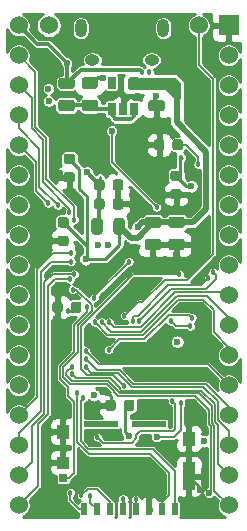
<source format=gbl>
%TF.GenerationSoftware,KiCad,Pcbnew,(5.1.10-1-10_14)*%
%TF.CreationDate,2021-05-30T00:03:35-07:00*%
%TF.ProjectId,BetsyBoard,42657473-7942-46f6-9172-642e6b696361,rev?*%
%TF.SameCoordinates,Original*%
%TF.FileFunction,Copper,L4,Bot*%
%TF.FilePolarity,Positive*%
%FSLAX46Y46*%
G04 Gerber Fmt 4.6, Leading zero omitted, Abs format (unit mm)*
G04 Created by KiCad (PCBNEW (5.1.10-1-10_14)) date 2021-05-30 00:03:35*
%MOMM*%
%LPD*%
G01*
G04 APERTURE LIST*
%TA.AperFunction,ComponentPad*%
%ADD10R,1.700000X1.700000*%
%TD*%
%TA.AperFunction,ComponentPad*%
%ADD11O,1.000000X1.550000*%
%TD*%
%TA.AperFunction,ComponentPad*%
%ADD12O,1.250000X0.950000*%
%TD*%
%TA.AperFunction,SMDPad,CuDef*%
%ADD13R,0.650000X1.060000*%
%TD*%
%TA.AperFunction,SMDPad,CuDef*%
%ADD14R,2.910000X0.550000*%
%TD*%
%TA.AperFunction,SMDPad,CuDef*%
%ADD15R,1.050000X1.200000*%
%TD*%
%TA.AperFunction,SMDPad,CuDef*%
%ADD16R,1.050000X1.080000*%
%TD*%
%TA.AperFunction,SMDPad,CuDef*%
%ADD17R,0.720000X0.780000*%
%TD*%
%TA.AperFunction,SMDPad,CuDef*%
%ADD18R,1.050000X2.390000*%
%TD*%
%TA.AperFunction,SMDPad,CuDef*%
%ADD19R,0.500000X1.000000*%
%TD*%
%TA.AperFunction,ComponentPad*%
%ADD20C,1.524000*%
%TD*%
%TA.AperFunction,ViaPad*%
%ADD21C,0.600000*%
%TD*%
%TA.AperFunction,ViaPad*%
%ADD22C,0.457200*%
%TD*%
%TA.AperFunction,Conductor*%
%ADD23C,0.150000*%
%TD*%
%TA.AperFunction,Conductor*%
%ADD24C,0.300000*%
%TD*%
%TA.AperFunction,Conductor*%
%ADD25C,0.250000*%
%TD*%
%TA.AperFunction,Conductor*%
%ADD26C,0.500000*%
%TD*%
%TA.AperFunction,Conductor*%
%ADD27C,0.127000*%
%TD*%
%TA.AperFunction,Conductor*%
%ADD28C,0.350000*%
%TD*%
%TA.AperFunction,Conductor*%
%ADD29C,0.254000*%
%TD*%
%TA.AperFunction,Conductor*%
%ADD30C,0.100000*%
%TD*%
G04 APERTURE END LIST*
D10*
%TO.P,P6,1*%
%TO.N,GND*%
X124917200Y-59740800D03*
%TD*%
%TO.P,F1,2*%
%TO.N,/VIN*%
%TA.AperFunction,SMDPad,CuDef*%
G36*
G01*
X110718750Y-66025000D02*
X111631250Y-66025000D01*
G75*
G02*
X111875000Y-66268750I0J-243750D01*
G01*
X111875000Y-66756250D01*
G75*
G02*
X111631250Y-67000000I-243750J0D01*
G01*
X110718750Y-67000000D01*
G75*
G02*
X110475000Y-66756250I0J243750D01*
G01*
X110475000Y-66268750D01*
G75*
G02*
X110718750Y-66025000I243750J0D01*
G01*
G37*
%TD.AperFunction*%
%TO.P,F1,1*%
%TO.N,/VBUS*%
%TA.AperFunction,SMDPad,CuDef*%
G36*
G01*
X110718750Y-64150000D02*
X111631250Y-64150000D01*
G75*
G02*
X111875000Y-64393750I0J-243750D01*
G01*
X111875000Y-64881250D01*
G75*
G02*
X111631250Y-65125000I-243750J0D01*
G01*
X110718750Y-65125000D01*
G75*
G02*
X110475000Y-64881250I0J243750D01*
G01*
X110475000Y-64393750D01*
G75*
G02*
X110718750Y-64150000I243750J0D01*
G01*
G37*
%TD.AperFunction*%
%TD*%
D11*
%TO.P,J1,6*%
%TO.N,Net-(J1-Pad6)*%
X112374800Y-59969400D03*
X119374800Y-59969400D03*
D12*
X113374800Y-62669400D03*
X118374800Y-62669400D03*
%TD*%
D13*
%TO.P,U1,5*%
%TO.N,VDD*%
X116920000Y-64620000D03*
%TO.P,U1,4*%
%TO.N,Net-(U1-Pad4)*%
X115020000Y-64620000D03*
%TO.P,U1,3*%
%TO.N,/VIN*%
X115020000Y-66820000D03*
%TO.P,U1,2*%
%TO.N,GND*%
X115970000Y-66820000D03*
%TO.P,U1,1*%
%TO.N,/VIN*%
X116920000Y-66820000D03*
%TD*%
%TO.P,C10,2*%
%TO.N,GND*%
%TA.AperFunction,SMDPad,CuDef*%
G36*
G01*
X120193750Y-73600000D02*
X120706250Y-73600000D01*
G75*
G02*
X120925000Y-73818750I0J-218750D01*
G01*
X120925000Y-74256250D01*
G75*
G02*
X120706250Y-74475000I-218750J0D01*
G01*
X120193750Y-74475000D01*
G75*
G02*
X119975000Y-74256250I0J218750D01*
G01*
X119975000Y-73818750D01*
G75*
G02*
X120193750Y-73600000I218750J0D01*
G01*
G37*
%TD.AperFunction*%
%TO.P,C10,1*%
%TO.N,VDD*%
%TA.AperFunction,SMDPad,CuDef*%
G36*
G01*
X120193750Y-72025000D02*
X120706250Y-72025000D01*
G75*
G02*
X120925000Y-72243750I0J-218750D01*
G01*
X120925000Y-72681250D01*
G75*
G02*
X120706250Y-72900000I-218750J0D01*
G01*
X120193750Y-72900000D01*
G75*
G02*
X119975000Y-72681250I0J218750D01*
G01*
X119975000Y-72243750D01*
G75*
G02*
X120193750Y-72025000I218750J0D01*
G01*
G37*
%TD.AperFunction*%
%TD*%
D14*
%TO.P,J2,*%
%TO.N,*%
X114110000Y-93465000D03*
D15*
%TO.P,J2,10*%
%TO.N,GND*%
X110880000Y-94145000D03*
D16*
X110880000Y-96755000D03*
D17*
%TO.P,J2,9*%
%TO.N,/SDMMC_DET*%
X110905000Y-98025000D03*
D14*
%TO.P,J2,*%
%TO.N,*%
X118125000Y-93465000D03*
D15*
%TO.P,J2,10*%
%TO.N,GND*%
X121530000Y-94715000D03*
D18*
X121530000Y-97905000D03*
D19*
%TO.P,J2,8*%
%TO.N,/SDMMC_D1*%
X120355000Y-100705000D03*
%TO.P,J2,7*%
%TO.N,/SDMMC_D0*%
X119255000Y-100705000D03*
%TO.P,J2,6*%
%TO.N,GND*%
X118155000Y-100705000D03*
%TO.P,J2,5*%
%TO.N,/SDMMC_CLK*%
X117055000Y-100705000D03*
%TO.P,J2,4*%
%TO.N,VDD*%
X115955000Y-100705000D03*
%TO.P,J2,3*%
%TO.N,/SDMMC_CMD*%
X114855000Y-100705000D03*
%TO.P,J2,2*%
%TO.N,/SDMMC_D3*%
X113755000Y-100705000D03*
%TO.P,J2,1*%
%TO.N,/SDMMC_D2*%
X112655000Y-100705000D03*
%TD*%
%TO.P,R2,2*%
%TO.N,/BOOT0*%
%TA.AperFunction,SMDPad,CuDef*%
G36*
G01*
X120150000Y-70106250D02*
X120150000Y-69593750D01*
G75*
G02*
X120368750Y-69375000I218750J0D01*
G01*
X120806250Y-69375000D01*
G75*
G02*
X121025000Y-69593750I0J-218750D01*
G01*
X121025000Y-70106250D01*
G75*
G02*
X120806250Y-70325000I-218750J0D01*
G01*
X120368750Y-70325000D01*
G75*
G02*
X120150000Y-70106250I0J218750D01*
G01*
G37*
%TD.AperFunction*%
%TO.P,R2,1*%
%TO.N,GND*%
%TA.AperFunction,SMDPad,CuDef*%
G36*
G01*
X118575000Y-70106250D02*
X118575000Y-69593750D01*
G75*
G02*
X118793750Y-69375000I218750J0D01*
G01*
X119231250Y-69375000D01*
G75*
G02*
X119450000Y-69593750I0J-218750D01*
G01*
X119450000Y-70106250D01*
G75*
G02*
X119231250Y-70325000I-218750J0D01*
G01*
X118793750Y-70325000D01*
G75*
G02*
X118575000Y-70106250I0J218750D01*
G01*
G37*
%TD.AperFunction*%
%TD*%
%TO.P,C15,2*%
%TO.N,GND*%
%TA.AperFunction,SMDPad,CuDef*%
G36*
G01*
X110850000Y-83343750D02*
X110850000Y-83856250D01*
G75*
G02*
X110631250Y-84075000I-218750J0D01*
G01*
X110193750Y-84075000D01*
G75*
G02*
X109975000Y-83856250I0J218750D01*
G01*
X109975000Y-83343750D01*
G75*
G02*
X110193750Y-83125000I218750J0D01*
G01*
X110631250Y-83125000D01*
G75*
G02*
X110850000Y-83343750I0J-218750D01*
G01*
G37*
%TD.AperFunction*%
%TO.P,C15,1*%
%TO.N,VDD*%
%TA.AperFunction,SMDPad,CuDef*%
G36*
G01*
X112425000Y-83343750D02*
X112425000Y-83856250D01*
G75*
G02*
X112206250Y-84075000I-218750J0D01*
G01*
X111768750Y-84075000D01*
G75*
G02*
X111550000Y-83856250I0J218750D01*
G01*
X111550000Y-83343750D01*
G75*
G02*
X111768750Y-83125000I218750J0D01*
G01*
X112206250Y-83125000D01*
G75*
G02*
X112425000Y-83343750I0J-218750D01*
G01*
G37*
%TD.AperFunction*%
%TD*%
%TO.P,C11,2*%
%TO.N,GND*%
%TA.AperFunction,SMDPad,CuDef*%
G36*
G01*
X115350000Y-91643750D02*
X115350000Y-92156250D01*
G75*
G02*
X115131250Y-92375000I-218750J0D01*
G01*
X114693750Y-92375000D01*
G75*
G02*
X114475000Y-92156250I0J218750D01*
G01*
X114475000Y-91643750D01*
G75*
G02*
X114693750Y-91425000I218750J0D01*
G01*
X115131250Y-91425000D01*
G75*
G02*
X115350000Y-91643750I0J-218750D01*
G01*
G37*
%TD.AperFunction*%
%TO.P,C11,1*%
%TO.N,VDD*%
%TA.AperFunction,SMDPad,CuDef*%
G36*
G01*
X116925000Y-91643750D02*
X116925000Y-92156250D01*
G75*
G02*
X116706250Y-92375000I-218750J0D01*
G01*
X116268750Y-92375000D01*
G75*
G02*
X116050000Y-92156250I0J218750D01*
G01*
X116050000Y-91643750D01*
G75*
G02*
X116268750Y-91425000I218750J0D01*
G01*
X116706250Y-91425000D01*
G75*
G02*
X116925000Y-91643750I0J-218750D01*
G01*
G37*
%TD.AperFunction*%
%TD*%
%TO.P,C14,2*%
%TO.N,GND*%
%TA.AperFunction,SMDPad,CuDef*%
G36*
G01*
X110643750Y-77550000D02*
X111156250Y-77550000D01*
G75*
G02*
X111375000Y-77768750I0J-218750D01*
G01*
X111375000Y-78206250D01*
G75*
G02*
X111156250Y-78425000I-218750J0D01*
G01*
X110643750Y-78425000D01*
G75*
G02*
X110425000Y-78206250I0J218750D01*
G01*
X110425000Y-77768750D01*
G75*
G02*
X110643750Y-77550000I218750J0D01*
G01*
G37*
%TD.AperFunction*%
%TO.P,C14,1*%
%TO.N,VDD*%
%TA.AperFunction,SMDPad,CuDef*%
G36*
G01*
X110643750Y-75975000D02*
X111156250Y-75975000D01*
G75*
G02*
X111375000Y-76193750I0J-218750D01*
G01*
X111375000Y-76631250D01*
G75*
G02*
X111156250Y-76850000I-218750J0D01*
G01*
X110643750Y-76850000D01*
G75*
G02*
X110425000Y-76631250I0J218750D01*
G01*
X110425000Y-76193750D01*
G75*
G02*
X110643750Y-75975000I218750J0D01*
G01*
G37*
%TD.AperFunction*%
%TD*%
%TO.P,C2,2*%
%TO.N,GND*%
%TA.AperFunction,SMDPad,CuDef*%
G36*
G01*
X118343750Y-66050000D02*
X119256250Y-66050000D01*
G75*
G02*
X119500000Y-66293750I0J-243750D01*
G01*
X119500000Y-66781250D01*
G75*
G02*
X119256250Y-67025000I-243750J0D01*
G01*
X118343750Y-67025000D01*
G75*
G02*
X118100000Y-66781250I0J243750D01*
G01*
X118100000Y-66293750D01*
G75*
G02*
X118343750Y-66050000I243750J0D01*
G01*
G37*
%TD.AperFunction*%
%TO.P,C2,1*%
%TO.N,VDD*%
%TA.AperFunction,SMDPad,CuDef*%
G36*
G01*
X118343750Y-64175000D02*
X119256250Y-64175000D01*
G75*
G02*
X119500000Y-64418750I0J-243750D01*
G01*
X119500000Y-64906250D01*
G75*
G02*
X119256250Y-65150000I-243750J0D01*
G01*
X118343750Y-65150000D01*
G75*
G02*
X118100000Y-64906250I0J243750D01*
G01*
X118100000Y-64418750D01*
G75*
G02*
X118343750Y-64175000I243750J0D01*
G01*
G37*
%TD.AperFunction*%
%TD*%
%TO.P,C13,2*%
%TO.N,GND*%
%TA.AperFunction,SMDPad,CuDef*%
G36*
G01*
X118043750Y-77800000D02*
X118956250Y-77800000D01*
G75*
G02*
X119200000Y-78043750I0J-243750D01*
G01*
X119200000Y-78531250D01*
G75*
G02*
X118956250Y-78775000I-243750J0D01*
G01*
X118043750Y-78775000D01*
G75*
G02*
X117800000Y-78531250I0J243750D01*
G01*
X117800000Y-78043750D01*
G75*
G02*
X118043750Y-77800000I243750J0D01*
G01*
G37*
%TD.AperFunction*%
%TO.P,C13,1*%
%TO.N,VDD*%
%TA.AperFunction,SMDPad,CuDef*%
G36*
G01*
X118043750Y-75925000D02*
X118956250Y-75925000D01*
G75*
G02*
X119200000Y-76168750I0J-243750D01*
G01*
X119200000Y-76656250D01*
G75*
G02*
X118956250Y-76900000I-243750J0D01*
G01*
X118043750Y-76900000D01*
G75*
G02*
X117800000Y-76656250I0J243750D01*
G01*
X117800000Y-76168750D01*
G75*
G02*
X118043750Y-75925000I243750J0D01*
G01*
G37*
%TD.AperFunction*%
%TD*%
%TO.P,C12,2*%
%TO.N,GND*%
%TA.AperFunction,SMDPad,CuDef*%
G36*
G01*
X120043750Y-77800000D02*
X120956250Y-77800000D01*
G75*
G02*
X121200000Y-78043750I0J-243750D01*
G01*
X121200000Y-78531250D01*
G75*
G02*
X120956250Y-78775000I-243750J0D01*
G01*
X120043750Y-78775000D01*
G75*
G02*
X119800000Y-78531250I0J243750D01*
G01*
X119800000Y-78043750D01*
G75*
G02*
X120043750Y-77800000I243750J0D01*
G01*
G37*
%TD.AperFunction*%
%TO.P,C12,1*%
%TO.N,VDD*%
%TA.AperFunction,SMDPad,CuDef*%
G36*
G01*
X120043750Y-75925000D02*
X120956250Y-75925000D01*
G75*
G02*
X121200000Y-76168750I0J-243750D01*
G01*
X121200000Y-76656250D01*
G75*
G02*
X120956250Y-76900000I-243750J0D01*
G01*
X120043750Y-76900000D01*
G75*
G02*
X119800000Y-76656250I0J243750D01*
G01*
X119800000Y-76168750D01*
G75*
G02*
X120043750Y-75925000I243750J0D01*
G01*
G37*
%TD.AperFunction*%
%TD*%
%TO.P,C16,2*%
%TO.N,GND*%
%TA.AperFunction,SMDPad,CuDef*%
G36*
G01*
X111163750Y-72162000D02*
X111676250Y-72162000D01*
G75*
G02*
X111895000Y-72380750I0J-218750D01*
G01*
X111895000Y-72818250D01*
G75*
G02*
X111676250Y-73037000I-218750J0D01*
G01*
X111163750Y-73037000D01*
G75*
G02*
X110945000Y-72818250I0J218750D01*
G01*
X110945000Y-72380750D01*
G75*
G02*
X111163750Y-72162000I218750J0D01*
G01*
G37*
%TD.AperFunction*%
%TO.P,C16,1*%
%TO.N,VDD*%
%TA.AperFunction,SMDPad,CuDef*%
G36*
G01*
X111163750Y-70587000D02*
X111676250Y-70587000D01*
G75*
G02*
X111895000Y-70805750I0J-218750D01*
G01*
X111895000Y-71243250D01*
G75*
G02*
X111676250Y-71462000I-218750J0D01*
G01*
X111163750Y-71462000D01*
G75*
G02*
X110945000Y-71243250I0J218750D01*
G01*
X110945000Y-70805750D01*
G75*
G02*
X111163750Y-70587000I218750J0D01*
G01*
G37*
%TD.AperFunction*%
%TD*%
%TO.P,C6,2*%
%TO.N,GND*%
%TA.AperFunction,SMDPad,CuDef*%
G36*
G01*
X115100000Y-75106250D02*
X115100000Y-74593750D01*
G75*
G02*
X115318750Y-74375000I218750J0D01*
G01*
X115756250Y-74375000D01*
G75*
G02*
X115975000Y-74593750I0J-218750D01*
G01*
X115975000Y-75106250D01*
G75*
G02*
X115756250Y-75325000I-218750J0D01*
G01*
X115318750Y-75325000D01*
G75*
G02*
X115100000Y-75106250I0J218750D01*
G01*
G37*
%TD.AperFunction*%
%TO.P,C6,1*%
%TO.N,VDDA*%
%TA.AperFunction,SMDPad,CuDef*%
G36*
G01*
X113525000Y-75106250D02*
X113525000Y-74593750D01*
G75*
G02*
X113743750Y-74375000I218750J0D01*
G01*
X114181250Y-74375000D01*
G75*
G02*
X114400000Y-74593750I0J-218750D01*
G01*
X114400000Y-75106250D01*
G75*
G02*
X114181250Y-75325000I-218750J0D01*
G01*
X113743750Y-75325000D01*
G75*
G02*
X113525000Y-75106250I0J218750D01*
G01*
G37*
%TD.AperFunction*%
%TD*%
%TO.P,C5,2*%
%TO.N,GND*%
%TA.AperFunction,SMDPad,CuDef*%
G36*
G01*
X115100000Y-73506250D02*
X115100000Y-72993750D01*
G75*
G02*
X115318750Y-72775000I218750J0D01*
G01*
X115756250Y-72775000D01*
G75*
G02*
X115975000Y-72993750I0J-218750D01*
G01*
X115975000Y-73506250D01*
G75*
G02*
X115756250Y-73725000I-218750J0D01*
G01*
X115318750Y-73725000D01*
G75*
G02*
X115100000Y-73506250I0J218750D01*
G01*
G37*
%TD.AperFunction*%
%TO.P,C5,1*%
%TO.N,VDDA*%
%TA.AperFunction,SMDPad,CuDef*%
G36*
G01*
X113525000Y-73506250D02*
X113525000Y-72993750D01*
G75*
G02*
X113743750Y-72775000I218750J0D01*
G01*
X114181250Y-72775000D01*
G75*
G02*
X114400000Y-72993750I0J-218750D01*
G01*
X114400000Y-73506250D01*
G75*
G02*
X114181250Y-73725000I-218750J0D01*
G01*
X113743750Y-73725000D01*
G75*
G02*
X113525000Y-73506250I0J218750D01*
G01*
G37*
%TD.AperFunction*%
%TD*%
%TO.P,FB2,2*%
%TO.N,VDD*%
%TA.AperFunction,SMDPad,CuDef*%
G36*
G01*
X115150000Y-77206250D02*
X115150000Y-76293750D01*
G75*
G02*
X115393750Y-76050000I243750J0D01*
G01*
X115881250Y-76050000D01*
G75*
G02*
X116125000Y-76293750I0J-243750D01*
G01*
X116125000Y-77206250D01*
G75*
G02*
X115881250Y-77450000I-243750J0D01*
G01*
X115393750Y-77450000D01*
G75*
G02*
X115150000Y-77206250I0J243750D01*
G01*
G37*
%TD.AperFunction*%
%TO.P,FB2,1*%
%TO.N,VDDA*%
%TA.AperFunction,SMDPad,CuDef*%
G36*
G01*
X113275000Y-77206250D02*
X113275000Y-76293750D01*
G75*
G02*
X113518750Y-76050000I243750J0D01*
G01*
X114006250Y-76050000D01*
G75*
G02*
X114250000Y-76293750I0J-243750D01*
G01*
X114250000Y-77206250D01*
G75*
G02*
X114006250Y-77450000I-243750J0D01*
G01*
X113518750Y-77450000D01*
G75*
G02*
X113275000Y-77206250I0J243750D01*
G01*
G37*
%TD.AperFunction*%
%TD*%
%TO.P,C1,2*%
%TO.N,GND*%
%TA.AperFunction,SMDPad,CuDef*%
G36*
G01*
X113606250Y-65120000D02*
X112693750Y-65120000D01*
G75*
G02*
X112450000Y-64876250I0J243750D01*
G01*
X112450000Y-64388750D01*
G75*
G02*
X112693750Y-64145000I243750J0D01*
G01*
X113606250Y-64145000D01*
G75*
G02*
X113850000Y-64388750I0J-243750D01*
G01*
X113850000Y-64876250D01*
G75*
G02*
X113606250Y-65120000I-243750J0D01*
G01*
G37*
%TD.AperFunction*%
%TO.P,C1,1*%
%TO.N,/VIN*%
%TA.AperFunction,SMDPad,CuDef*%
G36*
G01*
X113606250Y-66995000D02*
X112693750Y-66995000D01*
G75*
G02*
X112450000Y-66751250I0J243750D01*
G01*
X112450000Y-66263750D01*
G75*
G02*
X112693750Y-66020000I243750J0D01*
G01*
X113606250Y-66020000D01*
G75*
G02*
X113850000Y-66263750I0J-243750D01*
G01*
X113850000Y-66751250D01*
G75*
G02*
X113606250Y-66995000I-243750J0D01*
G01*
G37*
%TD.AperFunction*%
%TD*%
D20*
%TO.P,P4,1*%
%TO.N,/A1*%
X107140000Y-62280000D03*
%TO.P,P4,2*%
%TO.N,/A2*%
X107140000Y-64820000D03*
%TO.P,P4,3*%
%TO.N,/A3*%
X107140000Y-67360000D03*
%TO.P,P4,4*%
%TO.N,/A4*%
X107140000Y-69900000D03*
%TO.P,P4,5*%
%TO.N,/A5*%
X107140000Y-72440000D03*
%TO.P,P4,6*%
%TO.N,/A6*%
X107140000Y-74980000D03*
%TO.P,P4,7*%
%TO.N,/A7*%
X107140000Y-77520000D03*
%TO.P,P4,8*%
%TO.N,/A8*%
X107140000Y-80060000D03*
%TO.P,P4,9*%
%TO.N,/A9*%
X107140000Y-82600000D03*
%TO.P,P4,10*%
%TO.N,/A10*%
X107140000Y-85140000D03*
%TO.P,P4,11*%
%TO.N,/A11*%
X107140000Y-87680000D03*
%TO.P,P4,12*%
%TO.N,/A12*%
X107140000Y-90220000D03*
%TO.P,P4,13*%
%TO.N,/A13*%
X107140000Y-92760000D03*
%TO.P,P4,14*%
%TO.N,/A14*%
X107140000Y-95300000D03*
%TO.P,P4,15*%
%TO.N,/A15*%
X107140000Y-97840000D03*
%TO.P,P4,16*%
%TO.N,/A16*%
X107140000Y-100380000D03*
%TD*%
%TO.P,P5,1*%
%TO.N,/D1*%
X124920000Y-100380000D03*
%TO.P,P5,2*%
%TO.N,/D2*%
X124920000Y-97840000D03*
%TO.P,P5,3*%
%TO.N,/D3*%
X124920000Y-95300000D03*
%TO.P,P5,4*%
%TO.N,/D4*%
X124920000Y-92760000D03*
%TO.P,P5,5*%
%TO.N,/D5*%
X124920000Y-90220000D03*
%TO.P,P5,6*%
%TO.N,/D6*%
X124920000Y-87680000D03*
%TO.P,P5,7*%
%TO.N,/D7*%
X124920000Y-85140000D03*
%TO.P,P5,8*%
%TO.N,/D8*%
X124920000Y-82600000D03*
%TO.P,P5,9*%
%TO.N,/D9*%
X124920000Y-80060000D03*
%TO.P,P5,10*%
%TO.N,/D10*%
X124920000Y-77520000D03*
%TO.P,P5,11*%
%TO.N,/D11*%
X124920000Y-74980000D03*
%TO.P,P5,12*%
%TO.N,/D12*%
X124920000Y-72440000D03*
%TO.P,P5,13*%
%TO.N,/D13*%
X124920000Y-69900000D03*
%TO.P,P5,14*%
%TO.N,/D14*%
X124920000Y-67360000D03*
%TO.P,P5,15*%
%TO.N,/D15*%
X124920000Y-64820000D03*
%TO.P,P5,16*%
%TO.N,/D16*%
X124920000Y-62280000D03*
%TD*%
%TO.P,P1,1*%
%TO.N,VDD*%
X109680000Y-59740000D03*
%TD*%
%TO.P,P7,1*%
%TO.N,/MCO*%
X122377200Y-59740800D03*
%TD*%
%TO.P,P2,1*%
%TO.N,/VBUS*%
X107140000Y-59740000D03*
%TD*%
D21*
%TO.N,GND*%
X110270000Y-84570000D03*
X120980200Y-61417200D03*
X110600000Y-72200000D03*
X122400000Y-85200000D03*
X109100000Y-64300000D03*
X109100000Y-75400000D03*
X120840850Y-75366258D03*
X117473928Y-82516502D03*
D22*
X109050000Y-77200000D03*
D21*
X118750000Y-65700000D03*
X112224707Y-67710686D03*
X120000000Y-89320000D03*
X118480000Y-79220000D03*
X120490000Y-79150000D03*
D22*
X117500000Y-70700000D03*
X117600012Y-68499990D03*
D21*
X109880000Y-94230000D03*
X122490000Y-99060000D03*
X117250000Y-65720000D03*
X114264140Y-64167588D03*
X119882731Y-92928551D03*
X109600000Y-98900000D03*
X115300000Y-94600000D03*
X117900000Y-94600000D03*
X114700000Y-90899992D03*
X113050000Y-69800000D03*
X119650000Y-71250000D03*
D22*
%TO.N,VDD*%
X111290147Y-83953003D03*
D21*
X120549998Y-86530000D03*
X117160000Y-77720000D03*
X112793780Y-79524860D03*
X117200002Y-76800000D03*
D22*
X119850000Y-64500000D03*
X119850000Y-65049988D03*
D21*
X113500000Y-91040000D03*
X122780000Y-94940000D03*
X116461555Y-94495218D03*
X121750000Y-73350000D03*
D22*
X115976400Y-99872800D03*
%TO.N,/RTC_OSC_IN*%
X118800000Y-75119868D03*
D21*
X115000000Y-68650000D03*
D22*
%TO.N,/SDMMC_D2*%
X111499077Y-99287412D03*
%TO.N,/SDMMC_D3*%
X113200000Y-99600000D03*
%TO.N,/SDMMC_CMD*%
X120130000Y-91570000D03*
X113800000Y-94600000D03*
X112445798Y-99517200D03*
%TO.N,/SDMMC_D0*%
X112051047Y-90843288D03*
%TO.N,/SDMMC_D1*%
X112604504Y-91274506D03*
%TO.N,/D1*%
X111616316Y-88627384D03*
%TO.N,/BOOT0*%
X122319121Y-71500000D03*
D21*
%TO.N,/OTG_FS_D+*%
X114712300Y-78346300D03*
X109644998Y-65086680D03*
%TO.N,/OTG_FS_D-*%
X113861987Y-78346613D03*
X109677200Y-66167000D03*
D22*
%TO.N,/JTCK/SWCLK*%
X121800000Y-84500000D03*
X114750000Y-87210000D03*
%TO.N,/D10*%
X123588589Y-80657149D03*
X117323990Y-84748463D03*
%TO.N,/D9*%
X123200000Y-81150000D03*
X116766903Y-84760277D03*
%TO.N,/D8*%
X114770000Y-84850000D03*
%TO.N,/D7*%
X114160000Y-84840000D03*
%TO.N,/D6*%
X113559566Y-84865706D03*
%TO.N,/D5*%
X112800000Y-87300000D03*
%TO.N,/D4*%
X112791388Y-87960775D03*
%TO.N,/D3*%
X112788509Y-88640219D03*
%TO.N,/D2*%
X111610000Y-89220000D03*
%TO.N,/A1*%
X111833538Y-76196415D03*
%TO.N,/A2*%
X111429928Y-75564206D03*
%TO.N,/A3*%
X110449998Y-74949998D03*
%TO.N,/A4*%
X109614604Y-74785396D03*
%TO.N,/A13*%
X111570000Y-78970000D03*
%TO.N,/A14*%
X111557420Y-79739227D03*
%TO.N,/A15*%
X111823870Y-80800000D03*
%TO.N,/A16*%
X111470209Y-81230577D03*
%TO.N,/JTDO/SWO*%
X120740000Y-80820000D03*
X116020000Y-90246358D03*
%TO.N,/~RST*%
X121646272Y-85224506D03*
X120003859Y-84787289D03*
%TO.N,/SDMMC_CLK*%
X117043200Y-99872804D03*
D21*
%TO.N,VDDA*%
X112903000Y-72186800D03*
%TO.N,/VBUS*%
X111200000Y-62900000D03*
D22*
X117601672Y-63701672D03*
X118200000Y-63700000D03*
%TO.N,/SDMMC_DET*%
X112889606Y-83599602D03*
X116459000Y-79756000D03*
X113538000Y-82804000D03*
%TO.N,/RESET#*%
X120850000Y-91700000D03*
D21*
X118800000Y-94575010D03*
D22*
%TO.N,/LED*%
X111695620Y-82104380D03*
D21*
X123242673Y-99309791D03*
D22*
%TO.N,/MCO*%
X116078000Y-84328000D03*
%TD*%
D23*
%TO.N,GND*%
X111524000Y-72470000D02*
X111420000Y-72574000D01*
X111420000Y-72574000D02*
X110974000Y-72574000D01*
X110974000Y-72574000D02*
X110600000Y-72200000D01*
X120450000Y-74975408D02*
X120840850Y-75366258D01*
X120450000Y-74187500D02*
X120450000Y-74975408D01*
X109458000Y-77200000D02*
X109050000Y-77200000D01*
X110150000Y-77892000D02*
X109458000Y-77200000D01*
D24*
X118650000Y-65700000D02*
X118750000Y-65600000D01*
X118650000Y-66537500D02*
X118650000Y-65700000D01*
X114912500Y-91900000D02*
X114912500Y-92076114D01*
D25*
X115537500Y-73250000D02*
X115249988Y-73250000D01*
D26*
X118500000Y-78287500D02*
X118500000Y-79200000D01*
X118500000Y-79200000D02*
X118480000Y-79220000D01*
D24*
X120500000Y-78287500D02*
X120500000Y-79140000D01*
X120500000Y-79140000D02*
X120490000Y-79150000D01*
D23*
X110595110Y-93903000D02*
X110268110Y-94230000D01*
X110268110Y-94230000D02*
X109880000Y-94230000D01*
D25*
X121530000Y-97905000D02*
X122490000Y-98865000D01*
X122490000Y-98865000D02*
X122490000Y-99060000D01*
D24*
X116665736Y-65720000D02*
X117250000Y-65720000D01*
X115970000Y-66770000D02*
X115970000Y-66415736D01*
X115970000Y-66415736D02*
X116665736Y-65720000D01*
X113834912Y-64167588D02*
X114264140Y-64167588D01*
X113370000Y-64632500D02*
X113834912Y-64167588D01*
D23*
X118155000Y-100705000D02*
X118155000Y-99355000D01*
X118155000Y-99355000D02*
X116800000Y-98000000D01*
X112024264Y-98000000D02*
X111124264Y-98900000D01*
X116800000Y-98000000D02*
X112024264Y-98000000D01*
X111124264Y-98900000D02*
X109600000Y-98900000D01*
D25*
X114912500Y-91112492D02*
X114700000Y-90899992D01*
X114912500Y-91900000D02*
X114912500Y-91112492D01*
X115537500Y-74850000D02*
X117300000Y-74850000D01*
X120607118Y-75599990D02*
X120840850Y-75366258D01*
X118049990Y-75599990D02*
X120607118Y-75599990D01*
X117300000Y-74850000D02*
X118049990Y-75599990D01*
D23*
%TO.N,VDD*%
X109670000Y-59750000D02*
X109680000Y-59740000D01*
D25*
X111962000Y-83600000D02*
X111608997Y-83953003D01*
X111608997Y-83953003D02*
X111290147Y-83953003D01*
D26*
X120500000Y-76412500D02*
X118500000Y-76412500D01*
X116607500Y-77720000D02*
X117160000Y-77720000D01*
X115637500Y-76750000D02*
X116607500Y-77720000D01*
X118500000Y-76412500D02*
X117192500Y-77720000D01*
X117192500Y-77720000D02*
X117160000Y-77720000D01*
D25*
X114458742Y-79524860D02*
X112793780Y-79524860D01*
X115637500Y-78346102D02*
X114458742Y-79524860D01*
X115637500Y-76750000D02*
X115637500Y-78346102D01*
D26*
X118500000Y-76412500D02*
X117587502Y-76412500D01*
X117587502Y-76412500D02*
X117200002Y-76800000D01*
D25*
X110912500Y-76412500D02*
X112900000Y-78400000D01*
X110900000Y-76412500D02*
X110912500Y-76412500D01*
X112900000Y-79418640D02*
X112793780Y-79524860D01*
X112900000Y-78400000D02*
X112900000Y-79418640D01*
D26*
X118962500Y-64500000D02*
X118800000Y-64662500D01*
X119850000Y-64500000D02*
X118962500Y-64500000D01*
X120550000Y-65749988D02*
X119850000Y-65049988D01*
X121887500Y-76412500D02*
X123024989Y-75275011D01*
X120550000Y-67950000D02*
X120550000Y-65749988D01*
X120500000Y-76412500D02*
X121887500Y-76412500D01*
X123024989Y-70424989D02*
X120550000Y-67950000D01*
X123024989Y-75275011D02*
X123024989Y-70424989D01*
D25*
X116344999Y-92042501D02*
X116344999Y-92055001D01*
X116487500Y-91900000D02*
X116344999Y-92042501D01*
X116487500Y-91900000D02*
X116161556Y-92225944D01*
X116161556Y-92225944D02*
X116161556Y-94195219D01*
X116161556Y-94195219D02*
X116461555Y-94495218D01*
X120936083Y-70936083D02*
X120800000Y-70800000D01*
X120800000Y-72112500D02*
X120800000Y-70800000D01*
X120450000Y-72462500D02*
X120800000Y-72112500D01*
X121337500Y-73350000D02*
X121750000Y-73350000D01*
X120450000Y-72462500D02*
X121337500Y-73350000D01*
X112277998Y-73592748D02*
X112900000Y-74214750D01*
X112277998Y-71882498D02*
X112277998Y-73592748D01*
X111420000Y-71024500D02*
X112277998Y-71882498D01*
X112900000Y-74214750D02*
X112900000Y-78400000D01*
X115955000Y-100705000D02*
X115955000Y-99894200D01*
X115955000Y-99894200D02*
X115976400Y-99872800D01*
D23*
%TO.N,/RTC_OSC_IN*%
X115000000Y-71319868D02*
X115000000Y-68650000D01*
X118800000Y-75119868D02*
X115000000Y-71319868D01*
%TO.N,/SDMMC_D2*%
X111499077Y-99949077D02*
X111499077Y-99287412D01*
X112655000Y-100705000D02*
X112255000Y-100705000D01*
X112255000Y-100705000D02*
X111499077Y-99949077D01*
%TO.N,/SDMMC_D3*%
X113755000Y-100705000D02*
X113200000Y-100150000D01*
X113200000Y-100150000D02*
X113200000Y-99600000D01*
%TO.N,/SDMMC_CMD*%
X114300000Y-95100000D02*
X113800000Y-94600000D01*
X117100000Y-94700000D02*
X116700000Y-95100000D01*
X117100000Y-94400000D02*
X117100000Y-94700000D01*
X117400000Y-94100000D02*
X117100000Y-94400000D01*
X116700000Y-95100000D02*
X114300000Y-95100000D01*
X120358599Y-93917833D02*
X120176432Y-94100000D01*
X120176432Y-94100000D02*
X117400000Y-94100000D01*
X120358599Y-91798599D02*
X120358599Y-93917833D01*
X120130000Y-91570000D02*
X120358599Y-91798599D01*
X113771401Y-98971401D02*
X112991597Y-98971401D01*
X114855000Y-100705000D02*
X114855000Y-100055000D01*
X114855000Y-100055000D02*
X113771401Y-98971401D01*
X112991597Y-98971401D02*
X112445798Y-99517200D01*
%TO.N,/SDMMC_D0*%
X119255000Y-100124800D02*
X119255000Y-100705000D01*
X113087316Y-96030884D02*
X118281284Y-96030884D01*
X119862600Y-99517200D02*
X119255000Y-100124800D01*
X112051047Y-94994615D02*
X113087316Y-96030884D01*
X119862600Y-97612200D02*
X119862600Y-99517200D01*
X118281284Y-96030884D02*
X119862600Y-97612200D01*
X112051047Y-90843288D02*
X112051047Y-94994615D01*
%TO.N,/SDMMC_D1*%
X118460100Y-95574700D02*
X120355000Y-97469600D01*
X112984700Y-95574700D02*
X118460100Y-95574700D01*
X112375905Y-91503105D02*
X112375905Y-94965905D01*
X112375905Y-94965905D02*
X112984700Y-95574700D01*
X120355000Y-97469600D02*
X120355000Y-100705000D01*
X112604504Y-91274506D02*
X112375905Y-91503105D01*
%TO.N,/D1*%
X115425013Y-90568441D02*
X115425013Y-90601445D01*
X115723547Y-90899979D02*
X122379979Y-90899979D01*
X123482977Y-92002977D02*
X123482977Y-93416875D01*
X111166398Y-89362830D02*
X111663557Y-89859989D01*
X115425013Y-90601445D02*
X115723547Y-90899979D01*
X114716561Y-89859989D02*
X115425013Y-90568441D01*
X111166398Y-89077302D02*
X111166398Y-89362830D01*
X111663557Y-89859989D02*
X114716561Y-89859989D01*
X122379979Y-90899979D02*
X123482977Y-92002977D01*
X123690000Y-99150000D02*
X124920000Y-100380000D01*
X111616316Y-88627384D02*
X111166398Y-89077302D01*
X123482977Y-93416875D02*
X123690000Y-93623898D01*
X123690000Y-93623898D02*
X123690000Y-99150000D01*
%TO.N,/BOOT0*%
X122319121Y-70869121D02*
X122319121Y-71500000D01*
X121300000Y-69850000D02*
X122319121Y-70869121D01*
X122287479Y-71512500D02*
X122299979Y-71500000D01*
X122299979Y-71500000D02*
X122319121Y-71500000D01*
X120587500Y-69850000D02*
X121300000Y-69850000D01*
%TO.N,/JTCK/SWCLK*%
X117780000Y-86320000D02*
X115640000Y-86320000D01*
X115640000Y-86320000D02*
X114750000Y-87210000D01*
X119828599Y-84271401D02*
X117780000Y-86320000D01*
X121571401Y-84271401D02*
X119828599Y-84271401D01*
X121800000Y-84500000D02*
X121571401Y-84271401D01*
%TO.N,/D16*%
X124700000Y-62280000D02*
X124920000Y-62280000D01*
X124920000Y-62280000D02*
X124767600Y-62280000D01*
%TO.N,/D10*%
X123588589Y-80657149D02*
X123817188Y-80885748D01*
X120052453Y-82020000D02*
X117323990Y-84748463D01*
X123817188Y-80885748D02*
X123817188Y-81230144D01*
X123817188Y-81230144D02*
X123027332Y-82020000D01*
X123027332Y-82020000D02*
X120052453Y-82020000D01*
%TO.N,/D9*%
X119790002Y-81750000D02*
X117195141Y-84344861D01*
X117195141Y-84344861D02*
X116859030Y-84344861D01*
X116766903Y-84436988D02*
X116766903Y-84760277D01*
X122600000Y-81750000D02*
X119790002Y-81750000D01*
X116859030Y-84344861D02*
X116766903Y-84436988D01*
X123200000Y-81150000D02*
X122600000Y-81750000D01*
%TO.N,/D8*%
X124920000Y-82600000D02*
X124870000Y-82650000D01*
X120380000Y-82340000D02*
X124660000Y-82340000D01*
X124660000Y-82340000D02*
X124920000Y-82600000D01*
X117470000Y-85250000D02*
X120380000Y-82340000D01*
X115170000Y-85250000D02*
X117470000Y-85250000D01*
X114770000Y-84850000D02*
X115170000Y-85250000D01*
%TO.N,/D7*%
X124920000Y-84470000D02*
X124920000Y-85140000D01*
X123100000Y-82650000D02*
X124920000Y-84470000D01*
X120520000Y-82650000D02*
X123100000Y-82650000D01*
X117510000Y-85660000D02*
X120520000Y-82650000D01*
X114980000Y-85660000D02*
X117510000Y-85660000D01*
X114160000Y-84840000D02*
X114980000Y-85660000D01*
%TO.N,/D6*%
X124920000Y-87016998D02*
X124920000Y-87680000D01*
X123631501Y-83831501D02*
X123631501Y-85728499D01*
X122750000Y-82950000D02*
X123631501Y-83831501D01*
X114944931Y-85935069D02*
X117675069Y-85935069D01*
X114633860Y-85940000D02*
X114940000Y-85940000D01*
X113559566Y-84865706D02*
X114633860Y-85940000D01*
X117675069Y-85935069D02*
X120660138Y-82950000D01*
X123631501Y-85728499D02*
X124920000Y-87016998D01*
X120660138Y-82950000D02*
X122750000Y-82950000D01*
X114940000Y-85940000D02*
X114944931Y-85935069D01*
%TO.N,/D5*%
X124920000Y-90220000D02*
X124800000Y-90100000D01*
X123141999Y-88441999D02*
X124920000Y-90220000D01*
X113941999Y-88441999D02*
X123141999Y-88441999D01*
X112800000Y-87300000D02*
X113941999Y-88441999D01*
D27*
%TO.N,/D4*%
X120589941Y-90074458D02*
X116827154Y-90074458D01*
X116827154Y-90074458D02*
X115670141Y-88917445D01*
X115670141Y-88917445D02*
X113748058Y-88917445D01*
X113748058Y-88917445D02*
X112791388Y-87960775D01*
D23*
X124920000Y-92760000D02*
X124920000Y-92520000D01*
D27*
X124920000Y-92010000D02*
X124920000Y-92760000D01*
X122984458Y-90074458D02*
X124920000Y-92010000D01*
X120589941Y-90074458D02*
X122984458Y-90074458D01*
%TO.N,/D3*%
X113292746Y-89144456D02*
X112788509Y-88640219D01*
X115504456Y-89144456D02*
X113292746Y-89144456D01*
X116687010Y-90327010D02*
X115504456Y-89144456D01*
X122212990Y-90327010D02*
X116687010Y-90327010D01*
D23*
X122212990Y-90327010D02*
X122737714Y-90327010D01*
X122737714Y-90327010D02*
X123982999Y-91572295D01*
X123982999Y-91572295D02*
X123982999Y-93162295D01*
X123982999Y-93162295D02*
X124920000Y-94099296D01*
X124920000Y-94099296D02*
X124920000Y-95300000D01*
%TO.N,/D2*%
X115675024Y-90497888D02*
X115827104Y-90649968D01*
X111999978Y-89609978D02*
X114820118Y-89609978D01*
X123982999Y-93563329D02*
X123982999Y-96902999D01*
X122599968Y-90649968D02*
X123732988Y-91782988D01*
X115675024Y-90464884D02*
X115675024Y-90497888D01*
X115827104Y-90649968D02*
X122599968Y-90649968D01*
X123982999Y-96902999D02*
X124920000Y-97840000D01*
X123732988Y-91782988D02*
X123732988Y-93313318D01*
X114820118Y-89609978D02*
X115675024Y-90464884D01*
X123732988Y-93313318D02*
X123982999Y-93563329D01*
X111610000Y-89220000D02*
X111999978Y-89609978D01*
%TO.N,/A1*%
X111833538Y-75060250D02*
X111833538Y-76196415D01*
X108520000Y-68320000D02*
X109480000Y-69280000D01*
X107140000Y-62280000D02*
X108520000Y-63660000D01*
X109480000Y-72706712D02*
X111833538Y-75060250D01*
X109480000Y-69280000D02*
X109480000Y-72706712D01*
X108520000Y-63660000D02*
X108520000Y-68320000D01*
%TO.N,/A2*%
X109179989Y-69404267D02*
X109179989Y-72990978D01*
X108219989Y-68444268D02*
X109179989Y-69404267D01*
X108219989Y-65899989D02*
X108219989Y-68444268D01*
X107140000Y-64820000D02*
X108219989Y-65899989D01*
X109179989Y-72990978D02*
X111429928Y-75240917D01*
X111429928Y-75240917D02*
X111429928Y-75564206D01*
%TO.N,/A3*%
X107140000Y-68437630D02*
X108879978Y-70177608D01*
X107140000Y-67360000D02*
X107140000Y-68437630D01*
X108879978Y-70177608D02*
X108879978Y-73379978D01*
X108879978Y-73379978D02*
X110449998Y-74949998D01*
%TO.N,/A4*%
X107140000Y-69900000D02*
X108570000Y-71330000D01*
X108570000Y-71330000D02*
X108570000Y-73740792D01*
X108570000Y-73740792D02*
X109614604Y-74785396D01*
%TO.N,/A13*%
X110070000Y-78970000D02*
X111570000Y-78970000D01*
X108700000Y-80340000D02*
X110070000Y-78970000D01*
X108700000Y-91200000D02*
X108700000Y-80340000D01*
X107140000Y-92760000D02*
X108700000Y-91200000D01*
%TO.N,/A14*%
X109900773Y-79739227D02*
X111557420Y-79739227D01*
X109000000Y-80640000D02*
X109900773Y-79739227D01*
X109000000Y-92362370D02*
X109000000Y-80640000D01*
X107140000Y-94222370D02*
X109000000Y-92362370D01*
X107140000Y-95300000D02*
X107140000Y-94222370D01*
%TO.N,/A15*%
X108250000Y-96730000D02*
X107140000Y-97840000D01*
X108250000Y-93656432D02*
X108250000Y-96730000D01*
X109300000Y-81500000D02*
X109300000Y-92606432D01*
X110000000Y-80800000D02*
X109300000Y-81500000D01*
X109300000Y-92606432D02*
X108250000Y-93656432D01*
X111823870Y-80800000D02*
X110000000Y-80800000D01*
%TO.N,/A16*%
X108750000Y-98770000D02*
X107140000Y-100380000D01*
X108750000Y-93510000D02*
X108750000Y-98770000D01*
X109600000Y-92660000D02*
X108750000Y-93510000D01*
X109600000Y-81800000D02*
X109600000Y-92660000D01*
X110169423Y-81230577D02*
X109600000Y-81800000D01*
X111470209Y-81230577D02*
X110169423Y-81230577D01*
%TO.N,/JTDO/SWO*%
X120416711Y-80820000D02*
X120740000Y-80820000D01*
X116783568Y-80820000D02*
X120416711Y-80820000D01*
X112396399Y-85207169D02*
X116783568Y-80820000D01*
X112396399Y-87496399D02*
X112396399Y-85207169D01*
D27*
X112396399Y-87496399D02*
X112396399Y-88841959D01*
X115145109Y-89371467D02*
X116020000Y-90246358D01*
X112396399Y-88841959D02*
X112925907Y-89371467D01*
X112925907Y-89371467D02*
X115145109Y-89371467D01*
D23*
%TO.N,/~RST*%
X121646272Y-85224506D02*
X120441076Y-85224506D01*
X120441076Y-85224506D02*
X120003859Y-84787289D01*
%TO.N,/SDMMC_CLK*%
X117055000Y-100705000D02*
X117055000Y-99884604D01*
X117055000Y-99884604D02*
X117043200Y-99872804D01*
D24*
%TO.N,/VIN*%
X115020000Y-66770000D02*
X115020000Y-67080002D01*
X111405000Y-66507500D02*
X111400000Y-66512500D01*
X113370000Y-66507500D02*
X111405000Y-66507500D01*
X116920000Y-67380000D02*
X116920000Y-66770000D01*
X116630000Y-67670000D02*
X116920000Y-67380000D01*
X116605002Y-67670000D02*
X116630000Y-67670000D01*
X116575001Y-67700001D02*
X116605002Y-67670000D01*
X115020000Y-67305002D02*
X115294999Y-67580001D01*
X115364999Y-67700001D02*
X116575001Y-67700001D01*
X115294999Y-67630001D02*
X115364999Y-67700001D01*
X115294999Y-67580001D02*
X115294999Y-67630001D01*
X115020000Y-66770000D02*
X115020000Y-67305002D01*
X115010000Y-66780000D02*
X115020000Y-66770000D01*
X113627500Y-66780000D02*
X115010000Y-66780000D01*
X113370000Y-66522500D02*
X113627500Y-66780000D01*
%TO.N,VDDA*%
X113962500Y-73250000D02*
X113962500Y-74850000D01*
X113962500Y-76550000D02*
X113762500Y-76750000D01*
X113962500Y-74850000D02*
X113962500Y-76550000D01*
D25*
X113999990Y-72599990D02*
X113999990Y-73674990D01*
D24*
X113962500Y-73246300D02*
X112903000Y-72186800D01*
X113962500Y-73250000D02*
X113962500Y-73246300D01*
D28*
%TO.N,/VBUS*%
X111400000Y-64637500D02*
X111430000Y-64607500D01*
X111200000Y-64637500D02*
X111200000Y-62900000D01*
X111200000Y-62900000D02*
X110899999Y-62600001D01*
X110899999Y-62600001D02*
X110600000Y-62300002D01*
X109599998Y-61300000D02*
X110600000Y-62300002D01*
X108700000Y-61300000D02*
X109599998Y-61300000D01*
X107140000Y-59740000D02*
X108700000Y-61300000D01*
X111200000Y-64637500D02*
X112364427Y-63473073D01*
X112364427Y-63473073D02*
X117373073Y-63473073D01*
X117373073Y-63473073D02*
X117601672Y-63701672D01*
D23*
%TO.N,/SDMMC_DET*%
X112889606Y-83986826D02*
X112889606Y-83599602D01*
X110616376Y-88540056D02*
X111799989Y-87356443D01*
X111799989Y-85076443D02*
X112889606Y-83986826D01*
X111799989Y-87356443D02*
X111799989Y-85076443D01*
X111290000Y-90340000D02*
X110616376Y-89666376D01*
X111801036Y-91621036D02*
X111290000Y-91110000D01*
X111290000Y-91110000D02*
X111290000Y-90340000D01*
X111801036Y-97638964D02*
X111801036Y-91621036D01*
X111415000Y-98025000D02*
X111801036Y-97638964D01*
X110616376Y-89666376D02*
X110616376Y-88540056D01*
X110905000Y-98025000D02*
X111415000Y-98025000D01*
X113538000Y-82677000D02*
X113538000Y-82804000D01*
X116459000Y-79756000D02*
X113538000Y-82677000D01*
%TO.N,/RESET#*%
X120850000Y-94014264D02*
X120289254Y-94575010D01*
X120850000Y-91700000D02*
X120850000Y-94014264D01*
X120289254Y-94575010D02*
X118800000Y-94575010D01*
%TO.N,/LED*%
X114613004Y-90110000D02*
X115175002Y-90671998D01*
X113300000Y-83385471D02*
X113300000Y-83930000D01*
X113300000Y-83930000D02*
X112120000Y-85110000D01*
X115552994Y-91149990D02*
X122079990Y-91149990D01*
X112120000Y-85110000D02*
X112120000Y-87410000D01*
X111490000Y-90110000D02*
X114613004Y-90110000D01*
X111695620Y-82104380D02*
X112018909Y-82104380D01*
X123374118Y-93661584D02*
X123374118Y-99178346D01*
X110866387Y-89486387D02*
X111490000Y-90110000D01*
X112120000Y-87410000D02*
X110866387Y-88663613D01*
X123232966Y-93520432D02*
X123374118Y-93661584D01*
X123374118Y-99178346D02*
X123242673Y-99309791D01*
X110866387Y-88663613D02*
X110866387Y-89486387D01*
X123232966Y-92302966D02*
X123232966Y-93520432D01*
X112018909Y-82104380D02*
X113300000Y-83385471D01*
X122079990Y-91149990D02*
X123232966Y-92302966D01*
X115175002Y-90771998D02*
X115552994Y-91149990D01*
X115175002Y-90671998D02*
X115175002Y-90771998D01*
%TO.N,/MCO*%
X122377200Y-63068200D02*
X122377200Y-59740800D01*
X123571000Y-79121000D02*
X123571000Y-64262000D01*
X119507000Y-81280000D02*
X121412000Y-81280000D01*
X117602000Y-83185000D02*
X119507000Y-81280000D01*
X121412000Y-81280000D02*
X123571000Y-79121000D01*
X123571000Y-64262000D02*
X122377200Y-63068200D01*
X117221000Y-83185000D02*
X117602000Y-83185000D01*
X116078000Y-84328000D02*
X117221000Y-83185000D01*
%TD*%
D29*
%TO.N,VDD*%
X120673000Y-64652606D02*
X120673000Y-65873000D01*
X120452606Y-65873000D01*
X119689803Y-65110197D01*
X119670557Y-65094403D01*
X119648601Y-65082667D01*
X119624776Y-65075440D01*
X119600000Y-65073000D01*
X116507992Y-65073000D01*
X116447000Y-65002624D01*
X116447000Y-64277000D01*
X120297394Y-64277000D01*
X120673000Y-64652606D01*
%TA.AperFunction,Conductor*%
D30*
G36*
X120673000Y-64652606D02*
G01*
X120673000Y-65873000D01*
X120452606Y-65873000D01*
X119689803Y-65110197D01*
X119670557Y-65094403D01*
X119648601Y-65082667D01*
X119624776Y-65075440D01*
X119600000Y-65073000D01*
X116507992Y-65073000D01*
X116447000Y-65002624D01*
X116447000Y-64277000D01*
X120297394Y-64277000D01*
X120673000Y-64652606D01*
G37*
%TD.AperFunction*%
%TD*%
D29*
%TO.N,GND*%
X111162569Y-81605437D02*
X111241612Y-81658251D01*
X111329440Y-81694631D01*
X111414788Y-81711608D01*
X111387980Y-81729520D01*
X111320760Y-81796740D01*
X111267946Y-81875783D01*
X111231566Y-81963611D01*
X111213020Y-82056848D01*
X111213020Y-82151912D01*
X111231566Y-82245149D01*
X111267946Y-82332977D01*
X111320760Y-82412020D01*
X111387980Y-82479240D01*
X111467023Y-82532054D01*
X111554851Y-82568434D01*
X111648088Y-82586980D01*
X111743152Y-82586980D01*
X111836389Y-82568434D01*
X111924217Y-82532054D01*
X111958441Y-82509187D01*
X112249979Y-82800725D01*
X112206250Y-82796418D01*
X111768750Y-82796418D01*
X111661971Y-82806935D01*
X111559295Y-82838081D01*
X111464669Y-82888660D01*
X111446423Y-82903634D01*
X111439502Y-82880820D01*
X111380537Y-82770506D01*
X111301185Y-82673815D01*
X111204494Y-82594463D01*
X111094180Y-82535498D01*
X110974482Y-82499188D01*
X110850000Y-82486928D01*
X110698250Y-82490000D01*
X110539500Y-82648750D01*
X110539500Y-83473000D01*
X110559500Y-83473000D01*
X110559500Y-83727000D01*
X110539500Y-83727000D01*
X110539500Y-84551250D01*
X110698250Y-84710000D01*
X110850000Y-84713072D01*
X110974482Y-84700812D01*
X111094180Y-84664502D01*
X111204494Y-84605537D01*
X111301185Y-84526185D01*
X111315614Y-84508603D01*
X111344869Y-84508603D01*
X111452209Y-84487251D01*
X111553322Y-84445369D01*
X111610714Y-84407021D01*
X111631202Y-84405003D01*
X111697604Y-84398463D01*
X111702303Y-84397037D01*
X111768750Y-84403582D01*
X112007575Y-84403582D01*
X111578775Y-84832382D01*
X111566227Y-84842680D01*
X111555929Y-84855228D01*
X111525113Y-84892777D01*
X111494563Y-84949932D01*
X111482184Y-84990743D01*
X111478378Y-85003290D01*
X111475751Y-85011949D01*
X111469399Y-85076443D01*
X111470990Y-85092597D01*
X111470989Y-87220166D01*
X110395161Y-88295995D01*
X110382614Y-88306293D01*
X110372316Y-88318841D01*
X110341500Y-88356390D01*
X110310950Y-88413545D01*
X110297845Y-88456749D01*
X110292138Y-88475561D01*
X110287945Y-88518130D01*
X110285786Y-88540056D01*
X110287377Y-88556210D01*
X110287376Y-89650232D01*
X110285786Y-89666376D01*
X110287376Y-89682520D01*
X110287376Y-89682529D01*
X110292137Y-89730870D01*
X110310950Y-89792887D01*
X110341500Y-89850042D01*
X110382613Y-89900139D01*
X110395166Y-89910441D01*
X110961001Y-90476277D01*
X110961000Y-91093856D01*
X110959410Y-91110000D01*
X110961000Y-91126144D01*
X110961000Y-91126153D01*
X110965761Y-91174494D01*
X110984574Y-91236511D01*
X111015124Y-91293666D01*
X111056237Y-91343763D01*
X111068790Y-91354065D01*
X111472037Y-91757313D01*
X111472037Y-92913530D01*
X111405000Y-92906928D01*
X111165750Y-92910000D01*
X111007000Y-93068750D01*
X111007000Y-94018000D01*
X111027000Y-94018000D01*
X111027000Y-94272000D01*
X111007000Y-94272000D01*
X111007000Y-95221250D01*
X111165750Y-95380000D01*
X111405000Y-95383072D01*
X111472036Y-95376470D01*
X111472036Y-95583530D01*
X111405000Y-95576928D01*
X111165750Y-95580000D01*
X111007000Y-95738750D01*
X111007000Y-96628000D01*
X111027000Y-96628000D01*
X111027000Y-96882000D01*
X111007000Y-96882000D01*
X111007000Y-96902000D01*
X110753000Y-96902000D01*
X110753000Y-96882000D01*
X109878750Y-96882000D01*
X109720000Y-97040750D01*
X109716928Y-97295000D01*
X109729188Y-97419482D01*
X109765498Y-97539180D01*
X109824463Y-97649494D01*
X109903815Y-97746185D01*
X110000506Y-97825537D01*
X110110820Y-97884502D01*
X110230518Y-97920812D01*
X110289772Y-97926648D01*
X110289772Y-98415000D01*
X110294676Y-98464793D01*
X110309200Y-98512672D01*
X110332786Y-98556797D01*
X110364527Y-98595473D01*
X110403203Y-98627214D01*
X110447328Y-98650800D01*
X110495207Y-98665324D01*
X110545000Y-98670228D01*
X111265000Y-98670228D01*
X111314793Y-98665324D01*
X111362672Y-98650800D01*
X111406797Y-98627214D01*
X111445473Y-98595473D01*
X111477214Y-98556797D01*
X111500800Y-98512672D01*
X111515324Y-98464793D01*
X111520228Y-98415000D01*
X111520228Y-98336883D01*
X111541512Y-98330426D01*
X111598667Y-98299876D01*
X111648763Y-98258763D01*
X111659065Y-98246210D01*
X112022252Y-97883024D01*
X112034799Y-97872727D01*
X112075912Y-97822631D01*
X112106462Y-97765476D01*
X112125275Y-97703459D01*
X112130036Y-97655118D01*
X112130036Y-97655109D01*
X112131626Y-97638965D01*
X112130036Y-97622821D01*
X112130036Y-95538879D01*
X112843255Y-96252099D01*
X112853553Y-96264647D01*
X112903649Y-96305760D01*
X112960804Y-96336310D01*
X113022821Y-96355123D01*
X113087316Y-96361475D01*
X113103470Y-96359884D01*
X118145009Y-96359884D01*
X119533600Y-97748477D01*
X119533601Y-99380923D01*
X119033790Y-99880735D01*
X119021237Y-99891037D01*
X118982044Y-99938795D01*
X118942320Y-99860874D01*
X118864860Y-99762660D01*
X118769728Y-99681445D01*
X118660579Y-99620350D01*
X118541609Y-99581723D01*
X118436750Y-99570000D01*
X118278000Y-99728750D01*
X118278000Y-100578000D01*
X118302000Y-100578000D01*
X118302000Y-100832000D01*
X118278000Y-100832000D01*
X118278000Y-100852000D01*
X118032000Y-100852000D01*
X118032000Y-100832000D01*
X118008000Y-100832000D01*
X118008000Y-100578000D01*
X118032000Y-100578000D01*
X118032000Y-99728750D01*
X117873250Y-99570000D01*
X117768391Y-99581723D01*
X117649421Y-99620350D01*
X117540272Y-99681445D01*
X117500399Y-99715485D01*
X117470874Y-99644207D01*
X117418060Y-99565164D01*
X117350840Y-99497944D01*
X117271797Y-99445130D01*
X117183969Y-99408750D01*
X117090732Y-99390204D01*
X116995668Y-99390204D01*
X116902431Y-99408750D01*
X116814603Y-99445130D01*
X116735560Y-99497944D01*
X116668340Y-99565164D01*
X116615526Y-99644207D01*
X116579146Y-99732035D01*
X116560600Y-99825272D01*
X116560600Y-99920336D01*
X116579146Y-100013573D01*
X116597383Y-100057601D01*
X116592786Y-100063203D01*
X116569200Y-100107328D01*
X116554676Y-100155207D01*
X116549772Y-100205000D01*
X116549772Y-101205000D01*
X116554676Y-101254793D01*
X116569200Y-101302672D01*
X116592360Y-101346000D01*
X116500415Y-101346000D01*
X116508570Y-101330743D01*
X116527268Y-101269103D01*
X116533582Y-101205000D01*
X116533582Y-100205000D01*
X116527268Y-100140897D01*
X116508570Y-100079257D01*
X116499380Y-100062065D01*
X116510648Y-100034862D01*
X116532000Y-99927522D01*
X116532000Y-99818078D01*
X116510648Y-99710738D01*
X116468766Y-99609625D01*
X116407962Y-99518626D01*
X116330574Y-99441238D01*
X116239575Y-99380434D01*
X116138462Y-99338552D01*
X116031122Y-99317200D01*
X115921678Y-99317200D01*
X115814338Y-99338552D01*
X115713225Y-99380434D01*
X115622226Y-99441238D01*
X115544838Y-99518626D01*
X115484034Y-99609625D01*
X115442152Y-99710738D01*
X115420800Y-99818078D01*
X115420800Y-99927522D01*
X115438144Y-100014712D01*
X115431794Y-100022450D01*
X115401430Y-100079257D01*
X115382732Y-100140897D01*
X115376418Y-100205000D01*
X115376418Y-101205000D01*
X115382732Y-101269103D01*
X115401430Y-101330743D01*
X115409585Y-101346000D01*
X115317640Y-101346000D01*
X115340800Y-101302672D01*
X115355324Y-101254793D01*
X115360228Y-101205000D01*
X115360228Y-100205000D01*
X115355324Y-100155207D01*
X115340800Y-100107328D01*
X115317214Y-100063203D01*
X115285473Y-100024527D01*
X115246797Y-99992786D01*
X115202672Y-99969200D01*
X115169746Y-99959212D01*
X115160426Y-99928488D01*
X115145963Y-99901430D01*
X115129876Y-99871332D01*
X115099060Y-99833784D01*
X115088763Y-99821237D01*
X115076215Y-99810939D01*
X114015466Y-98750191D01*
X114005164Y-98737638D01*
X113955068Y-98696525D01*
X113897913Y-98665975D01*
X113835896Y-98647162D01*
X113787555Y-98642401D01*
X113787545Y-98642401D01*
X113771401Y-98640811D01*
X113755257Y-98642401D01*
X113007740Y-98642401D01*
X112991596Y-98640811D01*
X112975452Y-98642401D01*
X112975443Y-98642401D01*
X112927102Y-98647162D01*
X112865085Y-98665975D01*
X112807930Y-98696525D01*
X112757834Y-98737638D01*
X112747536Y-98750186D01*
X112463123Y-99034600D01*
X112398266Y-99034600D01*
X112305029Y-99053146D01*
X112217201Y-99089526D01*
X112138158Y-99142340D01*
X112070938Y-99209560D01*
X112018124Y-99288603D01*
X111981744Y-99376431D01*
X111963198Y-99469668D01*
X111963198Y-99564732D01*
X111981744Y-99657969D01*
X112018124Y-99745797D01*
X112070938Y-99824840D01*
X112138158Y-99892060D01*
X112217201Y-99944874D01*
X112293619Y-99976528D01*
X112263203Y-99992786D01*
X112224527Y-100024527D01*
X112192786Y-100063203D01*
X112169200Y-100107328D01*
X112158355Y-100143079D01*
X111828077Y-99812802D01*
X111828077Y-99640912D01*
X111873937Y-99595052D01*
X111926751Y-99516009D01*
X111963131Y-99428181D01*
X111981677Y-99334944D01*
X111981677Y-99239880D01*
X111963131Y-99146643D01*
X111926751Y-99058815D01*
X111873937Y-98979772D01*
X111806717Y-98912552D01*
X111727674Y-98859738D01*
X111639846Y-98823358D01*
X111546609Y-98804812D01*
X111451545Y-98804812D01*
X111358308Y-98823358D01*
X111270480Y-98859738D01*
X111191437Y-98912552D01*
X111124217Y-98979772D01*
X111071403Y-99058815D01*
X111035023Y-99146643D01*
X111016477Y-99239880D01*
X111016477Y-99334944D01*
X111035023Y-99428181D01*
X111071403Y-99516009D01*
X111124217Y-99595052D01*
X111170077Y-99640912D01*
X111170077Y-99932933D01*
X111168487Y-99949077D01*
X111170077Y-99965221D01*
X111170077Y-99965230D01*
X111174838Y-100013571D01*
X111193651Y-100075588D01*
X111224201Y-100132743D01*
X111265314Y-100182840D01*
X111277867Y-100193142D01*
X112010944Y-100926221D01*
X112021237Y-100938763D01*
X112033779Y-100949056D01*
X112033784Y-100949061D01*
X112043864Y-100957333D01*
X112071333Y-100979876D01*
X112128488Y-101010426D01*
X112149772Y-101016883D01*
X112149772Y-101205000D01*
X112154676Y-101254793D01*
X112169200Y-101302672D01*
X112192360Y-101346000D01*
X107462806Y-101346000D01*
X107621256Y-101280368D01*
X107787662Y-101169179D01*
X107929179Y-101027662D01*
X108040368Y-100861256D01*
X108116956Y-100676356D01*
X108156000Y-100480067D01*
X108156000Y-100279933D01*
X108116956Y-100083644D01*
X108053889Y-99931386D01*
X108971215Y-99014061D01*
X108983763Y-99003763D01*
X109024876Y-98953667D01*
X109055426Y-98896512D01*
X109074239Y-98834495D01*
X109079000Y-98786154D01*
X109079000Y-98786144D01*
X109080590Y-98770000D01*
X109079000Y-98753856D01*
X109079000Y-96215000D01*
X109716928Y-96215000D01*
X109720000Y-96469250D01*
X109878750Y-96628000D01*
X110753000Y-96628000D01*
X110753000Y-95738750D01*
X110594250Y-95580000D01*
X110355000Y-95576928D01*
X110230518Y-95589188D01*
X110110820Y-95625498D01*
X110000506Y-95684463D01*
X109903815Y-95763815D01*
X109824463Y-95860506D01*
X109765498Y-95970820D01*
X109729188Y-96090518D01*
X109716928Y-96215000D01*
X109079000Y-96215000D01*
X109079000Y-94745000D01*
X109716928Y-94745000D01*
X109729188Y-94869482D01*
X109765498Y-94989180D01*
X109824463Y-95099494D01*
X109903815Y-95196185D01*
X110000506Y-95275537D01*
X110110820Y-95334502D01*
X110230518Y-95370812D01*
X110355000Y-95383072D01*
X110594250Y-95380000D01*
X110753000Y-95221250D01*
X110753000Y-94272000D01*
X109878750Y-94272000D01*
X109720000Y-94430750D01*
X109716928Y-94745000D01*
X109079000Y-94745000D01*
X109079000Y-93646275D01*
X109180275Y-93545000D01*
X109716928Y-93545000D01*
X109720000Y-93859250D01*
X109878750Y-94018000D01*
X110753000Y-94018000D01*
X110753000Y-93068750D01*
X110594250Y-92910000D01*
X110355000Y-92906928D01*
X110230518Y-92919188D01*
X110110820Y-92955498D01*
X110000506Y-93014463D01*
X109903815Y-93093815D01*
X109824463Y-93190506D01*
X109765498Y-93300820D01*
X109729188Y-93420518D01*
X109716928Y-93545000D01*
X109180275Y-93545000D01*
X109821221Y-92904056D01*
X109833763Y-92893763D01*
X109844056Y-92881221D01*
X109844061Y-92881216D01*
X109874876Y-92843667D01*
X109884220Y-92826185D01*
X109905426Y-92786512D01*
X109924239Y-92724495D01*
X109929000Y-92676154D01*
X109930591Y-92660000D01*
X109929000Y-92643846D01*
X109929000Y-84708542D01*
X109975000Y-84713072D01*
X110126750Y-84710000D01*
X110285500Y-84551250D01*
X110285500Y-83727000D01*
X110265500Y-83727000D01*
X110265500Y-83473000D01*
X110285500Y-83473000D01*
X110285500Y-82648750D01*
X110126750Y-82490000D01*
X109975000Y-82486928D01*
X109929000Y-82491458D01*
X109929000Y-81936275D01*
X110305699Y-81559577D01*
X111116709Y-81559577D01*
X111162569Y-81605437D01*
%TA.AperFunction,Conductor*%
D30*
G36*
X111162569Y-81605437D02*
G01*
X111241612Y-81658251D01*
X111329440Y-81694631D01*
X111414788Y-81711608D01*
X111387980Y-81729520D01*
X111320760Y-81796740D01*
X111267946Y-81875783D01*
X111231566Y-81963611D01*
X111213020Y-82056848D01*
X111213020Y-82151912D01*
X111231566Y-82245149D01*
X111267946Y-82332977D01*
X111320760Y-82412020D01*
X111387980Y-82479240D01*
X111467023Y-82532054D01*
X111554851Y-82568434D01*
X111648088Y-82586980D01*
X111743152Y-82586980D01*
X111836389Y-82568434D01*
X111924217Y-82532054D01*
X111958441Y-82509187D01*
X112249979Y-82800725D01*
X112206250Y-82796418D01*
X111768750Y-82796418D01*
X111661971Y-82806935D01*
X111559295Y-82838081D01*
X111464669Y-82888660D01*
X111446423Y-82903634D01*
X111439502Y-82880820D01*
X111380537Y-82770506D01*
X111301185Y-82673815D01*
X111204494Y-82594463D01*
X111094180Y-82535498D01*
X110974482Y-82499188D01*
X110850000Y-82486928D01*
X110698250Y-82490000D01*
X110539500Y-82648750D01*
X110539500Y-83473000D01*
X110559500Y-83473000D01*
X110559500Y-83727000D01*
X110539500Y-83727000D01*
X110539500Y-84551250D01*
X110698250Y-84710000D01*
X110850000Y-84713072D01*
X110974482Y-84700812D01*
X111094180Y-84664502D01*
X111204494Y-84605537D01*
X111301185Y-84526185D01*
X111315614Y-84508603D01*
X111344869Y-84508603D01*
X111452209Y-84487251D01*
X111553322Y-84445369D01*
X111610714Y-84407021D01*
X111631202Y-84405003D01*
X111697604Y-84398463D01*
X111702303Y-84397037D01*
X111768750Y-84403582D01*
X112007575Y-84403582D01*
X111578775Y-84832382D01*
X111566227Y-84842680D01*
X111555929Y-84855228D01*
X111525113Y-84892777D01*
X111494563Y-84949932D01*
X111482184Y-84990743D01*
X111478378Y-85003290D01*
X111475751Y-85011949D01*
X111469399Y-85076443D01*
X111470990Y-85092597D01*
X111470989Y-87220166D01*
X110395161Y-88295995D01*
X110382614Y-88306293D01*
X110372316Y-88318841D01*
X110341500Y-88356390D01*
X110310950Y-88413545D01*
X110297845Y-88456749D01*
X110292138Y-88475561D01*
X110287945Y-88518130D01*
X110285786Y-88540056D01*
X110287377Y-88556210D01*
X110287376Y-89650232D01*
X110285786Y-89666376D01*
X110287376Y-89682520D01*
X110287376Y-89682529D01*
X110292137Y-89730870D01*
X110310950Y-89792887D01*
X110341500Y-89850042D01*
X110382613Y-89900139D01*
X110395166Y-89910441D01*
X110961001Y-90476277D01*
X110961000Y-91093856D01*
X110959410Y-91110000D01*
X110961000Y-91126144D01*
X110961000Y-91126153D01*
X110965761Y-91174494D01*
X110984574Y-91236511D01*
X111015124Y-91293666D01*
X111056237Y-91343763D01*
X111068790Y-91354065D01*
X111472037Y-91757313D01*
X111472037Y-92913530D01*
X111405000Y-92906928D01*
X111165750Y-92910000D01*
X111007000Y-93068750D01*
X111007000Y-94018000D01*
X111027000Y-94018000D01*
X111027000Y-94272000D01*
X111007000Y-94272000D01*
X111007000Y-95221250D01*
X111165750Y-95380000D01*
X111405000Y-95383072D01*
X111472036Y-95376470D01*
X111472036Y-95583530D01*
X111405000Y-95576928D01*
X111165750Y-95580000D01*
X111007000Y-95738750D01*
X111007000Y-96628000D01*
X111027000Y-96628000D01*
X111027000Y-96882000D01*
X111007000Y-96882000D01*
X111007000Y-96902000D01*
X110753000Y-96902000D01*
X110753000Y-96882000D01*
X109878750Y-96882000D01*
X109720000Y-97040750D01*
X109716928Y-97295000D01*
X109729188Y-97419482D01*
X109765498Y-97539180D01*
X109824463Y-97649494D01*
X109903815Y-97746185D01*
X110000506Y-97825537D01*
X110110820Y-97884502D01*
X110230518Y-97920812D01*
X110289772Y-97926648D01*
X110289772Y-98415000D01*
X110294676Y-98464793D01*
X110309200Y-98512672D01*
X110332786Y-98556797D01*
X110364527Y-98595473D01*
X110403203Y-98627214D01*
X110447328Y-98650800D01*
X110495207Y-98665324D01*
X110545000Y-98670228D01*
X111265000Y-98670228D01*
X111314793Y-98665324D01*
X111362672Y-98650800D01*
X111406797Y-98627214D01*
X111445473Y-98595473D01*
X111477214Y-98556797D01*
X111500800Y-98512672D01*
X111515324Y-98464793D01*
X111520228Y-98415000D01*
X111520228Y-98336883D01*
X111541512Y-98330426D01*
X111598667Y-98299876D01*
X111648763Y-98258763D01*
X111659065Y-98246210D01*
X112022252Y-97883024D01*
X112034799Y-97872727D01*
X112075912Y-97822631D01*
X112106462Y-97765476D01*
X112125275Y-97703459D01*
X112130036Y-97655118D01*
X112130036Y-97655109D01*
X112131626Y-97638965D01*
X112130036Y-97622821D01*
X112130036Y-95538879D01*
X112843255Y-96252099D01*
X112853553Y-96264647D01*
X112903649Y-96305760D01*
X112960804Y-96336310D01*
X113022821Y-96355123D01*
X113087316Y-96361475D01*
X113103470Y-96359884D01*
X118145009Y-96359884D01*
X119533600Y-97748477D01*
X119533601Y-99380923D01*
X119033790Y-99880735D01*
X119021237Y-99891037D01*
X118982044Y-99938795D01*
X118942320Y-99860874D01*
X118864860Y-99762660D01*
X118769728Y-99681445D01*
X118660579Y-99620350D01*
X118541609Y-99581723D01*
X118436750Y-99570000D01*
X118278000Y-99728750D01*
X118278000Y-100578000D01*
X118302000Y-100578000D01*
X118302000Y-100832000D01*
X118278000Y-100832000D01*
X118278000Y-100852000D01*
X118032000Y-100852000D01*
X118032000Y-100832000D01*
X118008000Y-100832000D01*
X118008000Y-100578000D01*
X118032000Y-100578000D01*
X118032000Y-99728750D01*
X117873250Y-99570000D01*
X117768391Y-99581723D01*
X117649421Y-99620350D01*
X117540272Y-99681445D01*
X117500399Y-99715485D01*
X117470874Y-99644207D01*
X117418060Y-99565164D01*
X117350840Y-99497944D01*
X117271797Y-99445130D01*
X117183969Y-99408750D01*
X117090732Y-99390204D01*
X116995668Y-99390204D01*
X116902431Y-99408750D01*
X116814603Y-99445130D01*
X116735560Y-99497944D01*
X116668340Y-99565164D01*
X116615526Y-99644207D01*
X116579146Y-99732035D01*
X116560600Y-99825272D01*
X116560600Y-99920336D01*
X116579146Y-100013573D01*
X116597383Y-100057601D01*
X116592786Y-100063203D01*
X116569200Y-100107328D01*
X116554676Y-100155207D01*
X116549772Y-100205000D01*
X116549772Y-101205000D01*
X116554676Y-101254793D01*
X116569200Y-101302672D01*
X116592360Y-101346000D01*
X116500415Y-101346000D01*
X116508570Y-101330743D01*
X116527268Y-101269103D01*
X116533582Y-101205000D01*
X116533582Y-100205000D01*
X116527268Y-100140897D01*
X116508570Y-100079257D01*
X116499380Y-100062065D01*
X116510648Y-100034862D01*
X116532000Y-99927522D01*
X116532000Y-99818078D01*
X116510648Y-99710738D01*
X116468766Y-99609625D01*
X116407962Y-99518626D01*
X116330574Y-99441238D01*
X116239575Y-99380434D01*
X116138462Y-99338552D01*
X116031122Y-99317200D01*
X115921678Y-99317200D01*
X115814338Y-99338552D01*
X115713225Y-99380434D01*
X115622226Y-99441238D01*
X115544838Y-99518626D01*
X115484034Y-99609625D01*
X115442152Y-99710738D01*
X115420800Y-99818078D01*
X115420800Y-99927522D01*
X115438144Y-100014712D01*
X115431794Y-100022450D01*
X115401430Y-100079257D01*
X115382732Y-100140897D01*
X115376418Y-100205000D01*
X115376418Y-101205000D01*
X115382732Y-101269103D01*
X115401430Y-101330743D01*
X115409585Y-101346000D01*
X115317640Y-101346000D01*
X115340800Y-101302672D01*
X115355324Y-101254793D01*
X115360228Y-101205000D01*
X115360228Y-100205000D01*
X115355324Y-100155207D01*
X115340800Y-100107328D01*
X115317214Y-100063203D01*
X115285473Y-100024527D01*
X115246797Y-99992786D01*
X115202672Y-99969200D01*
X115169746Y-99959212D01*
X115160426Y-99928488D01*
X115145963Y-99901430D01*
X115129876Y-99871332D01*
X115099060Y-99833784D01*
X115088763Y-99821237D01*
X115076215Y-99810939D01*
X114015466Y-98750191D01*
X114005164Y-98737638D01*
X113955068Y-98696525D01*
X113897913Y-98665975D01*
X113835896Y-98647162D01*
X113787555Y-98642401D01*
X113787545Y-98642401D01*
X113771401Y-98640811D01*
X113755257Y-98642401D01*
X113007740Y-98642401D01*
X112991596Y-98640811D01*
X112975452Y-98642401D01*
X112975443Y-98642401D01*
X112927102Y-98647162D01*
X112865085Y-98665975D01*
X112807930Y-98696525D01*
X112757834Y-98737638D01*
X112747536Y-98750186D01*
X112463123Y-99034600D01*
X112398266Y-99034600D01*
X112305029Y-99053146D01*
X112217201Y-99089526D01*
X112138158Y-99142340D01*
X112070938Y-99209560D01*
X112018124Y-99288603D01*
X111981744Y-99376431D01*
X111963198Y-99469668D01*
X111963198Y-99564732D01*
X111981744Y-99657969D01*
X112018124Y-99745797D01*
X112070938Y-99824840D01*
X112138158Y-99892060D01*
X112217201Y-99944874D01*
X112293619Y-99976528D01*
X112263203Y-99992786D01*
X112224527Y-100024527D01*
X112192786Y-100063203D01*
X112169200Y-100107328D01*
X112158355Y-100143079D01*
X111828077Y-99812802D01*
X111828077Y-99640912D01*
X111873937Y-99595052D01*
X111926751Y-99516009D01*
X111963131Y-99428181D01*
X111981677Y-99334944D01*
X111981677Y-99239880D01*
X111963131Y-99146643D01*
X111926751Y-99058815D01*
X111873937Y-98979772D01*
X111806717Y-98912552D01*
X111727674Y-98859738D01*
X111639846Y-98823358D01*
X111546609Y-98804812D01*
X111451545Y-98804812D01*
X111358308Y-98823358D01*
X111270480Y-98859738D01*
X111191437Y-98912552D01*
X111124217Y-98979772D01*
X111071403Y-99058815D01*
X111035023Y-99146643D01*
X111016477Y-99239880D01*
X111016477Y-99334944D01*
X111035023Y-99428181D01*
X111071403Y-99516009D01*
X111124217Y-99595052D01*
X111170077Y-99640912D01*
X111170077Y-99932933D01*
X111168487Y-99949077D01*
X111170077Y-99965221D01*
X111170077Y-99965230D01*
X111174838Y-100013571D01*
X111193651Y-100075588D01*
X111224201Y-100132743D01*
X111265314Y-100182840D01*
X111277867Y-100193142D01*
X112010944Y-100926221D01*
X112021237Y-100938763D01*
X112033779Y-100949056D01*
X112033784Y-100949061D01*
X112043864Y-100957333D01*
X112071333Y-100979876D01*
X112128488Y-101010426D01*
X112149772Y-101016883D01*
X112149772Y-101205000D01*
X112154676Y-101254793D01*
X112169200Y-101302672D01*
X112192360Y-101346000D01*
X107462806Y-101346000D01*
X107621256Y-101280368D01*
X107787662Y-101169179D01*
X107929179Y-101027662D01*
X108040368Y-100861256D01*
X108116956Y-100676356D01*
X108156000Y-100480067D01*
X108156000Y-100279933D01*
X108116956Y-100083644D01*
X108053889Y-99931386D01*
X108971215Y-99014061D01*
X108983763Y-99003763D01*
X109024876Y-98953667D01*
X109055426Y-98896512D01*
X109074239Y-98834495D01*
X109079000Y-98786154D01*
X109079000Y-98786144D01*
X109080590Y-98770000D01*
X109079000Y-98753856D01*
X109079000Y-96215000D01*
X109716928Y-96215000D01*
X109720000Y-96469250D01*
X109878750Y-96628000D01*
X110753000Y-96628000D01*
X110753000Y-95738750D01*
X110594250Y-95580000D01*
X110355000Y-95576928D01*
X110230518Y-95589188D01*
X110110820Y-95625498D01*
X110000506Y-95684463D01*
X109903815Y-95763815D01*
X109824463Y-95860506D01*
X109765498Y-95970820D01*
X109729188Y-96090518D01*
X109716928Y-96215000D01*
X109079000Y-96215000D01*
X109079000Y-94745000D01*
X109716928Y-94745000D01*
X109729188Y-94869482D01*
X109765498Y-94989180D01*
X109824463Y-95099494D01*
X109903815Y-95196185D01*
X110000506Y-95275537D01*
X110110820Y-95334502D01*
X110230518Y-95370812D01*
X110355000Y-95383072D01*
X110594250Y-95380000D01*
X110753000Y-95221250D01*
X110753000Y-94272000D01*
X109878750Y-94272000D01*
X109720000Y-94430750D01*
X109716928Y-94745000D01*
X109079000Y-94745000D01*
X109079000Y-93646275D01*
X109180275Y-93545000D01*
X109716928Y-93545000D01*
X109720000Y-93859250D01*
X109878750Y-94018000D01*
X110753000Y-94018000D01*
X110753000Y-93068750D01*
X110594250Y-92910000D01*
X110355000Y-92906928D01*
X110230518Y-92919188D01*
X110110820Y-92955498D01*
X110000506Y-93014463D01*
X109903815Y-93093815D01*
X109824463Y-93190506D01*
X109765498Y-93300820D01*
X109729188Y-93420518D01*
X109716928Y-93545000D01*
X109180275Y-93545000D01*
X109821221Y-92904056D01*
X109833763Y-92893763D01*
X109844056Y-92881221D01*
X109844061Y-92881216D01*
X109874876Y-92843667D01*
X109884220Y-92826185D01*
X109905426Y-92786512D01*
X109924239Y-92724495D01*
X109929000Y-92676154D01*
X109930591Y-92660000D01*
X109929000Y-92643846D01*
X109929000Y-84708542D01*
X109975000Y-84713072D01*
X110126750Y-84710000D01*
X110285500Y-84551250D01*
X110285500Y-83727000D01*
X110265500Y-83727000D01*
X110265500Y-83473000D01*
X110285500Y-83473000D01*
X110285500Y-82648750D01*
X110126750Y-82490000D01*
X109975000Y-82486928D01*
X109929000Y-82491458D01*
X109929000Y-81936275D01*
X110305699Y-81559577D01*
X111116709Y-81559577D01*
X111162569Y-81605437D01*
G37*
%TD.AperFunction*%
D29*
X122903966Y-92439242D02*
X122903967Y-93504278D01*
X122902376Y-93520432D01*
X122903967Y-93536586D01*
X122908728Y-93584927D01*
X122912417Y-93597089D01*
X122927540Y-93646943D01*
X122952514Y-93693666D01*
X122958091Y-93704099D01*
X122999204Y-93754195D01*
X123011752Y-93764493D01*
X123045118Y-93797859D01*
X123045118Y-94371156D01*
X122962889Y-94337095D01*
X122841754Y-94313000D01*
X122718246Y-94313000D01*
X122691084Y-94318403D01*
X122693072Y-94115000D01*
X122680812Y-93990518D01*
X122644502Y-93870820D01*
X122585537Y-93760506D01*
X122506185Y-93663815D01*
X122409494Y-93584463D01*
X122299180Y-93525498D01*
X122179482Y-93489188D01*
X122055000Y-93476928D01*
X121815750Y-93480000D01*
X121657000Y-93638750D01*
X121657000Y-94588000D01*
X121677000Y-94588000D01*
X121677000Y-94842000D01*
X121657000Y-94842000D01*
X121657000Y-95791250D01*
X121815750Y-95950000D01*
X122055000Y-95953072D01*
X122179482Y-95940812D01*
X122299180Y-95904502D01*
X122409494Y-95845537D01*
X122506185Y-95766185D01*
X122585537Y-95669494D01*
X122644502Y-95559180D01*
X122646461Y-95552721D01*
X122718246Y-95567000D01*
X122841754Y-95567000D01*
X122962889Y-95542905D01*
X123045118Y-95508844D01*
X123045119Y-98791974D01*
X122980255Y-98818842D01*
X122889518Y-98879471D01*
X122812353Y-98956636D01*
X122751724Y-99047373D01*
X122709962Y-99148195D01*
X122688673Y-99255227D01*
X122688673Y-99364355D01*
X122709962Y-99471387D01*
X122751724Y-99572209D01*
X122812353Y-99662946D01*
X122889518Y-99740111D01*
X122980255Y-99800740D01*
X123081077Y-99842502D01*
X123188109Y-99863791D01*
X123297237Y-99863791D01*
X123404269Y-99842502D01*
X123505091Y-99800740D01*
X123595828Y-99740111D01*
X123672993Y-99662946D01*
X123698899Y-99624175D01*
X124006111Y-99931386D01*
X123943044Y-100083644D01*
X123904000Y-100279933D01*
X123904000Y-100480067D01*
X123943044Y-100676356D01*
X124019632Y-100861256D01*
X124130821Y-101027662D01*
X124272338Y-101169179D01*
X124438744Y-101280368D01*
X124597194Y-101346000D01*
X120817640Y-101346000D01*
X120840800Y-101302672D01*
X120855324Y-101254793D01*
X120860228Y-101205000D01*
X120860228Y-100205000D01*
X120855324Y-100155207D01*
X120840800Y-100107328D01*
X120817214Y-100063203D01*
X120785473Y-100024527D01*
X120746797Y-99992786D01*
X120702672Y-99969200D01*
X120684000Y-99963536D01*
X120684000Y-99648440D01*
X120760820Y-99689502D01*
X120880518Y-99725812D01*
X121005000Y-99738072D01*
X121244250Y-99735000D01*
X121403000Y-99576250D01*
X121403000Y-98032000D01*
X121657000Y-98032000D01*
X121657000Y-99576250D01*
X121815750Y-99735000D01*
X122055000Y-99738072D01*
X122179482Y-99725812D01*
X122299180Y-99689502D01*
X122409494Y-99630537D01*
X122506185Y-99551185D01*
X122585537Y-99454494D01*
X122644502Y-99344180D01*
X122680812Y-99224482D01*
X122693072Y-99100000D01*
X122690000Y-98190750D01*
X122531250Y-98032000D01*
X121657000Y-98032000D01*
X121403000Y-98032000D01*
X121383000Y-98032000D01*
X121383000Y-97778000D01*
X121403000Y-97778000D01*
X121403000Y-96233750D01*
X121657000Y-96233750D01*
X121657000Y-97778000D01*
X122531250Y-97778000D01*
X122690000Y-97619250D01*
X122693072Y-96710000D01*
X122680812Y-96585518D01*
X122644502Y-96465820D01*
X122585537Y-96355506D01*
X122506185Y-96258815D01*
X122409494Y-96179463D01*
X122299180Y-96120498D01*
X122179482Y-96084188D01*
X122055000Y-96071928D01*
X121815750Y-96075000D01*
X121657000Y-96233750D01*
X121403000Y-96233750D01*
X121244250Y-96075000D01*
X121005000Y-96071928D01*
X120880518Y-96084188D01*
X120760820Y-96120498D01*
X120650506Y-96179463D01*
X120553815Y-96258815D01*
X120474463Y-96355506D01*
X120415498Y-96465820D01*
X120379188Y-96585518D01*
X120366928Y-96710000D01*
X120367966Y-97017290D01*
X118704165Y-95353490D01*
X118693863Y-95340937D01*
X118643767Y-95299824D01*
X118586612Y-95269274D01*
X118524595Y-95250461D01*
X118476254Y-95245700D01*
X118476244Y-95245700D01*
X118460100Y-95244110D01*
X118443956Y-95245700D01*
X117019575Y-95245700D01*
X117321215Y-94944061D01*
X117333763Y-94933763D01*
X117360314Y-94901411D01*
X117374876Y-94883668D01*
X117399591Y-94837428D01*
X117405426Y-94826512D01*
X117424239Y-94764495D01*
X117429000Y-94716154D01*
X117429000Y-94716145D01*
X117430590Y-94700001D01*
X117429000Y-94683857D01*
X117429000Y-94536275D01*
X117536276Y-94429000D01*
X118264189Y-94429000D01*
X118246000Y-94520446D01*
X118246000Y-94629574D01*
X118267289Y-94736606D01*
X118309051Y-94837428D01*
X118369680Y-94928165D01*
X118446845Y-95005330D01*
X118537582Y-95065959D01*
X118638404Y-95107721D01*
X118745436Y-95129010D01*
X118854564Y-95129010D01*
X118961596Y-95107721D01*
X119062418Y-95065959D01*
X119153155Y-95005330D01*
X119230320Y-94928165D01*
X119246460Y-94904010D01*
X120273110Y-94904010D01*
X120289254Y-94905600D01*
X120305398Y-94904010D01*
X120305408Y-94904010D01*
X120353749Y-94899249D01*
X120415766Y-94880436D01*
X120472921Y-94849886D01*
X120482528Y-94842002D01*
X120528748Y-94842002D01*
X120370000Y-95000750D01*
X120366928Y-95315000D01*
X120379188Y-95439482D01*
X120415498Y-95559180D01*
X120474463Y-95669494D01*
X120553815Y-95766185D01*
X120650506Y-95845537D01*
X120760820Y-95904502D01*
X120880518Y-95940812D01*
X121005000Y-95953072D01*
X121244250Y-95950000D01*
X121403000Y-95791250D01*
X121403000Y-94842000D01*
X121383000Y-94842000D01*
X121383000Y-94588000D01*
X121403000Y-94588000D01*
X121403000Y-93638750D01*
X121244250Y-93480000D01*
X121179000Y-93479162D01*
X121179000Y-92053500D01*
X121224860Y-92007640D01*
X121277674Y-91928597D01*
X121314054Y-91840769D01*
X121332600Y-91747532D01*
X121332600Y-91652468D01*
X121314054Y-91559231D01*
X121280817Y-91478990D01*
X121943715Y-91478990D01*
X122903966Y-92439242D01*
%TA.AperFunction,Conductor*%
D30*
G36*
X122903966Y-92439242D02*
G01*
X122903967Y-93504278D01*
X122902376Y-93520432D01*
X122903967Y-93536586D01*
X122908728Y-93584927D01*
X122912417Y-93597089D01*
X122927540Y-93646943D01*
X122952514Y-93693666D01*
X122958091Y-93704099D01*
X122999204Y-93754195D01*
X123011752Y-93764493D01*
X123045118Y-93797859D01*
X123045118Y-94371156D01*
X122962889Y-94337095D01*
X122841754Y-94313000D01*
X122718246Y-94313000D01*
X122691084Y-94318403D01*
X122693072Y-94115000D01*
X122680812Y-93990518D01*
X122644502Y-93870820D01*
X122585537Y-93760506D01*
X122506185Y-93663815D01*
X122409494Y-93584463D01*
X122299180Y-93525498D01*
X122179482Y-93489188D01*
X122055000Y-93476928D01*
X121815750Y-93480000D01*
X121657000Y-93638750D01*
X121657000Y-94588000D01*
X121677000Y-94588000D01*
X121677000Y-94842000D01*
X121657000Y-94842000D01*
X121657000Y-95791250D01*
X121815750Y-95950000D01*
X122055000Y-95953072D01*
X122179482Y-95940812D01*
X122299180Y-95904502D01*
X122409494Y-95845537D01*
X122506185Y-95766185D01*
X122585537Y-95669494D01*
X122644502Y-95559180D01*
X122646461Y-95552721D01*
X122718246Y-95567000D01*
X122841754Y-95567000D01*
X122962889Y-95542905D01*
X123045118Y-95508844D01*
X123045119Y-98791974D01*
X122980255Y-98818842D01*
X122889518Y-98879471D01*
X122812353Y-98956636D01*
X122751724Y-99047373D01*
X122709962Y-99148195D01*
X122688673Y-99255227D01*
X122688673Y-99364355D01*
X122709962Y-99471387D01*
X122751724Y-99572209D01*
X122812353Y-99662946D01*
X122889518Y-99740111D01*
X122980255Y-99800740D01*
X123081077Y-99842502D01*
X123188109Y-99863791D01*
X123297237Y-99863791D01*
X123404269Y-99842502D01*
X123505091Y-99800740D01*
X123595828Y-99740111D01*
X123672993Y-99662946D01*
X123698899Y-99624175D01*
X124006111Y-99931386D01*
X123943044Y-100083644D01*
X123904000Y-100279933D01*
X123904000Y-100480067D01*
X123943044Y-100676356D01*
X124019632Y-100861256D01*
X124130821Y-101027662D01*
X124272338Y-101169179D01*
X124438744Y-101280368D01*
X124597194Y-101346000D01*
X120817640Y-101346000D01*
X120840800Y-101302672D01*
X120855324Y-101254793D01*
X120860228Y-101205000D01*
X120860228Y-100205000D01*
X120855324Y-100155207D01*
X120840800Y-100107328D01*
X120817214Y-100063203D01*
X120785473Y-100024527D01*
X120746797Y-99992786D01*
X120702672Y-99969200D01*
X120684000Y-99963536D01*
X120684000Y-99648440D01*
X120760820Y-99689502D01*
X120880518Y-99725812D01*
X121005000Y-99738072D01*
X121244250Y-99735000D01*
X121403000Y-99576250D01*
X121403000Y-98032000D01*
X121657000Y-98032000D01*
X121657000Y-99576250D01*
X121815750Y-99735000D01*
X122055000Y-99738072D01*
X122179482Y-99725812D01*
X122299180Y-99689502D01*
X122409494Y-99630537D01*
X122506185Y-99551185D01*
X122585537Y-99454494D01*
X122644502Y-99344180D01*
X122680812Y-99224482D01*
X122693072Y-99100000D01*
X122690000Y-98190750D01*
X122531250Y-98032000D01*
X121657000Y-98032000D01*
X121403000Y-98032000D01*
X121383000Y-98032000D01*
X121383000Y-97778000D01*
X121403000Y-97778000D01*
X121403000Y-96233750D01*
X121657000Y-96233750D01*
X121657000Y-97778000D01*
X122531250Y-97778000D01*
X122690000Y-97619250D01*
X122693072Y-96710000D01*
X122680812Y-96585518D01*
X122644502Y-96465820D01*
X122585537Y-96355506D01*
X122506185Y-96258815D01*
X122409494Y-96179463D01*
X122299180Y-96120498D01*
X122179482Y-96084188D01*
X122055000Y-96071928D01*
X121815750Y-96075000D01*
X121657000Y-96233750D01*
X121403000Y-96233750D01*
X121244250Y-96075000D01*
X121005000Y-96071928D01*
X120880518Y-96084188D01*
X120760820Y-96120498D01*
X120650506Y-96179463D01*
X120553815Y-96258815D01*
X120474463Y-96355506D01*
X120415498Y-96465820D01*
X120379188Y-96585518D01*
X120366928Y-96710000D01*
X120367966Y-97017290D01*
X118704165Y-95353490D01*
X118693863Y-95340937D01*
X118643767Y-95299824D01*
X118586612Y-95269274D01*
X118524595Y-95250461D01*
X118476254Y-95245700D01*
X118476244Y-95245700D01*
X118460100Y-95244110D01*
X118443956Y-95245700D01*
X117019575Y-95245700D01*
X117321215Y-94944061D01*
X117333763Y-94933763D01*
X117360314Y-94901411D01*
X117374876Y-94883668D01*
X117399591Y-94837428D01*
X117405426Y-94826512D01*
X117424239Y-94764495D01*
X117429000Y-94716154D01*
X117429000Y-94716145D01*
X117430590Y-94700001D01*
X117429000Y-94683857D01*
X117429000Y-94536275D01*
X117536276Y-94429000D01*
X118264189Y-94429000D01*
X118246000Y-94520446D01*
X118246000Y-94629574D01*
X118267289Y-94736606D01*
X118309051Y-94837428D01*
X118369680Y-94928165D01*
X118446845Y-95005330D01*
X118537582Y-95065959D01*
X118638404Y-95107721D01*
X118745436Y-95129010D01*
X118854564Y-95129010D01*
X118961596Y-95107721D01*
X119062418Y-95065959D01*
X119153155Y-95005330D01*
X119230320Y-94928165D01*
X119246460Y-94904010D01*
X120273110Y-94904010D01*
X120289254Y-94905600D01*
X120305398Y-94904010D01*
X120305408Y-94904010D01*
X120353749Y-94899249D01*
X120415766Y-94880436D01*
X120472921Y-94849886D01*
X120482528Y-94842002D01*
X120528748Y-94842002D01*
X120370000Y-95000750D01*
X120366928Y-95315000D01*
X120379188Y-95439482D01*
X120415498Y-95559180D01*
X120474463Y-95669494D01*
X120553815Y-95766185D01*
X120650506Y-95845537D01*
X120760820Y-95904502D01*
X120880518Y-95940812D01*
X121005000Y-95953072D01*
X121244250Y-95950000D01*
X121403000Y-95791250D01*
X121403000Y-94842000D01*
X121383000Y-94842000D01*
X121383000Y-94588000D01*
X121403000Y-94588000D01*
X121403000Y-93638750D01*
X121244250Y-93480000D01*
X121179000Y-93479162D01*
X121179000Y-92053500D01*
X121224860Y-92007640D01*
X121277674Y-91928597D01*
X121314054Y-91840769D01*
X121332600Y-91747532D01*
X121332600Y-91652468D01*
X121314054Y-91559231D01*
X121280817Y-91478990D01*
X121943715Y-91478990D01*
X122903966Y-92439242D01*
G37*
%TD.AperFunction*%
D29*
X115709557Y-94173004D02*
X115707369Y-94195219D01*
X115716096Y-94283826D01*
X115741942Y-94369028D01*
X115771453Y-94424239D01*
X115783914Y-94447552D01*
X115834555Y-94509258D01*
X115834555Y-94556972D01*
X115858650Y-94678107D01*
X115897128Y-94771000D01*
X114436276Y-94771000D01*
X114282600Y-94617325D01*
X114282600Y-94552468D01*
X114264054Y-94459231D01*
X114227674Y-94371403D01*
X114174860Y-94292360D01*
X114107640Y-94225140D01*
X114028597Y-94172326D01*
X113940769Y-94135946D01*
X113847532Y-94117400D01*
X113752468Y-94117400D01*
X113659231Y-94135946D01*
X113571403Y-94172326D01*
X113492360Y-94225140D01*
X113425140Y-94292360D01*
X113372326Y-94371403D01*
X113335946Y-94459231D01*
X113317400Y-94552468D01*
X113317400Y-94647532D01*
X113335946Y-94740769D01*
X113372326Y-94828597D01*
X113425140Y-94907640D01*
X113492360Y-94974860D01*
X113571403Y-95027674D01*
X113659231Y-95064054D01*
X113752468Y-95082600D01*
X113817325Y-95082600D01*
X113980424Y-95245700D01*
X113120976Y-95245700D01*
X112704905Y-94829630D01*
X112704905Y-93995228D01*
X115565000Y-93995228D01*
X115614793Y-93990324D01*
X115662672Y-93975800D01*
X115706797Y-93952214D01*
X115709557Y-93949949D01*
X115709557Y-94173004D01*
%TA.AperFunction,Conductor*%
D30*
G36*
X115709557Y-94173004D02*
G01*
X115707369Y-94195219D01*
X115716096Y-94283826D01*
X115741942Y-94369028D01*
X115771453Y-94424239D01*
X115783914Y-94447552D01*
X115834555Y-94509258D01*
X115834555Y-94556972D01*
X115858650Y-94678107D01*
X115897128Y-94771000D01*
X114436276Y-94771000D01*
X114282600Y-94617325D01*
X114282600Y-94552468D01*
X114264054Y-94459231D01*
X114227674Y-94371403D01*
X114174860Y-94292360D01*
X114107640Y-94225140D01*
X114028597Y-94172326D01*
X113940769Y-94135946D01*
X113847532Y-94117400D01*
X113752468Y-94117400D01*
X113659231Y-94135946D01*
X113571403Y-94172326D01*
X113492360Y-94225140D01*
X113425140Y-94292360D01*
X113372326Y-94371403D01*
X113335946Y-94459231D01*
X113317400Y-94552468D01*
X113317400Y-94647532D01*
X113335946Y-94740769D01*
X113372326Y-94828597D01*
X113425140Y-94907640D01*
X113492360Y-94974860D01*
X113571403Y-95027674D01*
X113659231Y-95064054D01*
X113752468Y-95082600D01*
X113817325Y-95082600D01*
X113980424Y-95245700D01*
X113120976Y-95245700D01*
X112704905Y-94829630D01*
X112704905Y-93995228D01*
X115565000Y-93995228D01*
X115614793Y-93990324D01*
X115662672Y-93975800D01*
X115706797Y-93952214D01*
X115709557Y-93949949D01*
X115709557Y-94173004D01*
G37*
%TD.AperFunction*%
D29*
X119647400Y-91522468D02*
X119647400Y-91617532D01*
X119665946Y-91710769D01*
X119702326Y-91798597D01*
X119755140Y-91877640D01*
X119822360Y-91944860D01*
X119901403Y-91997674D01*
X119989231Y-92034054D01*
X120029599Y-92042084D01*
X120029600Y-93771000D01*
X119832175Y-93771000D01*
X119835228Y-93740000D01*
X119835228Y-93190000D01*
X119830324Y-93140207D01*
X119815800Y-93092328D01*
X119792214Y-93048203D01*
X119760473Y-93009527D01*
X119721797Y-92977786D01*
X119677672Y-92954200D01*
X119629793Y-92939676D01*
X119580000Y-92934772D01*
X116670000Y-92934772D01*
X116620207Y-92939676D01*
X116613556Y-92941694D01*
X116613556Y-92703582D01*
X116706250Y-92703582D01*
X116813029Y-92693065D01*
X116915705Y-92661919D01*
X117010331Y-92611340D01*
X117093272Y-92543272D01*
X117161340Y-92460331D01*
X117211919Y-92365705D01*
X117243065Y-92263029D01*
X117253582Y-92156250D01*
X117253582Y-91643750D01*
X117243065Y-91536971D01*
X117225477Y-91478990D01*
X119656048Y-91478990D01*
X119647400Y-91522468D01*
%TA.AperFunction,Conductor*%
D30*
G36*
X119647400Y-91522468D02*
G01*
X119647400Y-91617532D01*
X119665946Y-91710769D01*
X119702326Y-91798597D01*
X119755140Y-91877640D01*
X119822360Y-91944860D01*
X119901403Y-91997674D01*
X119989231Y-92034054D01*
X120029599Y-92042084D01*
X120029600Y-93771000D01*
X119832175Y-93771000D01*
X119835228Y-93740000D01*
X119835228Y-93190000D01*
X119830324Y-93140207D01*
X119815800Y-93092328D01*
X119792214Y-93048203D01*
X119760473Y-93009527D01*
X119721797Y-92977786D01*
X119677672Y-92954200D01*
X119629793Y-92939676D01*
X119580000Y-92934772D01*
X116670000Y-92934772D01*
X116620207Y-92939676D01*
X116613556Y-92941694D01*
X116613556Y-92703582D01*
X116706250Y-92703582D01*
X116813029Y-92693065D01*
X116915705Y-92661919D01*
X117010331Y-92611340D01*
X117093272Y-92543272D01*
X117161340Y-92460331D01*
X117211919Y-92365705D01*
X117243065Y-92263029D01*
X117253582Y-92156250D01*
X117253582Y-91643750D01*
X117243065Y-91536971D01*
X117225477Y-91478990D01*
X119656048Y-91478990D01*
X119647400Y-91522468D01*
G37*
%TD.AperFunction*%
D29*
X113100311Y-91527023D02*
X113203004Y-91595640D01*
X113317111Y-91642905D01*
X113438246Y-91667000D01*
X113561754Y-91667000D01*
X113682889Y-91642905D01*
X113796996Y-91595640D01*
X113839240Y-91567414D01*
X113840000Y-91614250D01*
X113998750Y-91773000D01*
X114785500Y-91773000D01*
X114785500Y-91753000D01*
X115039500Y-91753000D01*
X115039500Y-91773000D01*
X115059500Y-91773000D01*
X115059500Y-92027000D01*
X115039500Y-92027000D01*
X115039500Y-92047000D01*
X114785500Y-92047000D01*
X114785500Y-92027000D01*
X113998750Y-92027000D01*
X113840000Y-92185750D01*
X113836928Y-92375000D01*
X113849188Y-92499482D01*
X113885498Y-92619180D01*
X113944463Y-92729494D01*
X114023815Y-92826185D01*
X114120506Y-92905537D01*
X114175200Y-92934772D01*
X112704905Y-92934772D01*
X112704905Y-91746590D01*
X112745273Y-91738560D01*
X112833101Y-91702180D01*
X112912144Y-91649366D01*
X112979364Y-91582146D01*
X113032178Y-91503103D01*
X113045128Y-91471840D01*
X113100311Y-91527023D01*
%TA.AperFunction,Conductor*%
D30*
G36*
X113100311Y-91527023D02*
G01*
X113203004Y-91595640D01*
X113317111Y-91642905D01*
X113438246Y-91667000D01*
X113561754Y-91667000D01*
X113682889Y-91642905D01*
X113796996Y-91595640D01*
X113839240Y-91567414D01*
X113840000Y-91614250D01*
X113998750Y-91773000D01*
X114785500Y-91773000D01*
X114785500Y-91753000D01*
X115039500Y-91753000D01*
X115039500Y-91773000D01*
X115059500Y-91773000D01*
X115059500Y-92027000D01*
X115039500Y-92027000D01*
X115039500Y-92047000D01*
X114785500Y-92047000D01*
X114785500Y-92027000D01*
X113998750Y-92027000D01*
X113840000Y-92185750D01*
X113836928Y-92375000D01*
X113849188Y-92499482D01*
X113885498Y-92619180D01*
X113944463Y-92729494D01*
X114023815Y-92826185D01*
X114120506Y-92905537D01*
X114175200Y-92934772D01*
X112704905Y-92934772D01*
X112704905Y-91746590D01*
X112745273Y-91738560D01*
X112833101Y-91702180D01*
X112912144Y-91649366D01*
X112979364Y-91582146D01*
X113032178Y-91503103D01*
X113045128Y-91471840D01*
X113100311Y-91527023D01*
G37*
%TD.AperFunction*%
D29*
X106239632Y-70381256D02*
X106350821Y-70547662D01*
X106492338Y-70689179D01*
X106658744Y-70800368D01*
X106843644Y-70876956D01*
X107039933Y-70916000D01*
X107240067Y-70916000D01*
X107436356Y-70876956D01*
X107588613Y-70813889D01*
X108241000Y-71466276D01*
X108241001Y-73724638D01*
X108239410Y-73740792D01*
X108245762Y-73805286D01*
X108264574Y-73867303D01*
X108295124Y-73924458D01*
X108295125Y-73924459D01*
X108336238Y-73974555D01*
X108348786Y-73984853D01*
X109132004Y-74768072D01*
X109132004Y-74832928D01*
X109150550Y-74926165D01*
X109186930Y-75013993D01*
X109239744Y-75093036D01*
X109306964Y-75160256D01*
X109386007Y-75213070D01*
X109473835Y-75249450D01*
X109567072Y-75267996D01*
X109662136Y-75267996D01*
X109755373Y-75249450D01*
X109843201Y-75213070D01*
X109922244Y-75160256D01*
X109987640Y-75094860D01*
X110022324Y-75178595D01*
X110075138Y-75257638D01*
X110142358Y-75324858D01*
X110221401Y-75377672D01*
X110309229Y-75414052D01*
X110402466Y-75432598D01*
X110497530Y-75432598D01*
X110590767Y-75414052D01*
X110678595Y-75377672D01*
X110757638Y-75324858D01*
X110824858Y-75257638D01*
X110877672Y-75178595D01*
X110884894Y-75161159D01*
X111025121Y-75301386D01*
X111002254Y-75335609D01*
X110965874Y-75423437D01*
X110947328Y-75516674D01*
X110947328Y-75611738D01*
X110954226Y-75646418D01*
X110643750Y-75646418D01*
X110536971Y-75656935D01*
X110434295Y-75688081D01*
X110339669Y-75738660D01*
X110256728Y-75806728D01*
X110188660Y-75889669D01*
X110138081Y-75984295D01*
X110106935Y-76086971D01*
X110096418Y-76193750D01*
X110096418Y-76631250D01*
X110106935Y-76738029D01*
X110138081Y-76840705D01*
X110188660Y-76935331D01*
X110203634Y-76953577D01*
X110180820Y-76960498D01*
X110070506Y-77019463D01*
X109973815Y-77098815D01*
X109894463Y-77195506D01*
X109835498Y-77305820D01*
X109799188Y-77425518D01*
X109786928Y-77550000D01*
X109790000Y-77701750D01*
X109948750Y-77860500D01*
X110773000Y-77860500D01*
X110773000Y-77840500D01*
X111027000Y-77840500D01*
X111027000Y-77860500D01*
X111047000Y-77860500D01*
X111047000Y-78114500D01*
X111027000Y-78114500D01*
X111027000Y-78134500D01*
X110773000Y-78134500D01*
X110773000Y-78114500D01*
X109948750Y-78114500D01*
X109790000Y-78273250D01*
X109786928Y-78425000D01*
X109799188Y-78549482D01*
X109835498Y-78669180D01*
X109860637Y-78716211D01*
X109848784Y-78725939D01*
X109848779Y-78725944D01*
X109836237Y-78736237D01*
X109825944Y-78748779D01*
X108478786Y-80095939D01*
X108466238Y-80106237D01*
X108455940Y-80118785D01*
X108425124Y-80156334D01*
X108394574Y-80213489D01*
X108375762Y-80275506D01*
X108369410Y-80340000D01*
X108371001Y-80356154D01*
X108371000Y-91063724D01*
X107588614Y-91846111D01*
X107436356Y-91783044D01*
X107240067Y-91744000D01*
X107039933Y-91744000D01*
X106843644Y-91783044D01*
X106658744Y-91859632D01*
X106492338Y-91970821D01*
X106350821Y-92112338D01*
X106239632Y-92278744D01*
X106174000Y-92437194D01*
X106174000Y-90542806D01*
X106239632Y-90701256D01*
X106350821Y-90867662D01*
X106492338Y-91009179D01*
X106658744Y-91120368D01*
X106843644Y-91196956D01*
X107039933Y-91236000D01*
X107240067Y-91236000D01*
X107436356Y-91196956D01*
X107621256Y-91120368D01*
X107787662Y-91009179D01*
X107929179Y-90867662D01*
X108040368Y-90701256D01*
X108116956Y-90516356D01*
X108156000Y-90320067D01*
X108156000Y-90119933D01*
X108116956Y-89923644D01*
X108040368Y-89738744D01*
X107929179Y-89572338D01*
X107787662Y-89430821D01*
X107621256Y-89319632D01*
X107436356Y-89243044D01*
X107240067Y-89204000D01*
X107039933Y-89204000D01*
X106843644Y-89243044D01*
X106658744Y-89319632D01*
X106492338Y-89430821D01*
X106350821Y-89572338D01*
X106239632Y-89738744D01*
X106174000Y-89897194D01*
X106174000Y-88002806D01*
X106239632Y-88161256D01*
X106350821Y-88327662D01*
X106492338Y-88469179D01*
X106658744Y-88580368D01*
X106843644Y-88656956D01*
X107039933Y-88696000D01*
X107240067Y-88696000D01*
X107436356Y-88656956D01*
X107621256Y-88580368D01*
X107787662Y-88469179D01*
X107929179Y-88327662D01*
X108040368Y-88161256D01*
X108116956Y-87976356D01*
X108156000Y-87780067D01*
X108156000Y-87579933D01*
X108116956Y-87383644D01*
X108040368Y-87198744D01*
X107929179Y-87032338D01*
X107787662Y-86890821D01*
X107621256Y-86779632D01*
X107436356Y-86703044D01*
X107240067Y-86664000D01*
X107039933Y-86664000D01*
X106843644Y-86703044D01*
X106658744Y-86779632D01*
X106492338Y-86890821D01*
X106350821Y-87032338D01*
X106239632Y-87198744D01*
X106174000Y-87357194D01*
X106174000Y-85462806D01*
X106239632Y-85621256D01*
X106350821Y-85787662D01*
X106492338Y-85929179D01*
X106658744Y-86040368D01*
X106843644Y-86116956D01*
X107039933Y-86156000D01*
X107240067Y-86156000D01*
X107436356Y-86116956D01*
X107621256Y-86040368D01*
X107787662Y-85929179D01*
X107929179Y-85787662D01*
X108040368Y-85621256D01*
X108116956Y-85436356D01*
X108156000Y-85240067D01*
X108156000Y-85039933D01*
X108116956Y-84843644D01*
X108040368Y-84658744D01*
X107929179Y-84492338D01*
X107787662Y-84350821D01*
X107621256Y-84239632D01*
X107436356Y-84163044D01*
X107240067Y-84124000D01*
X107039933Y-84124000D01*
X106843644Y-84163044D01*
X106658744Y-84239632D01*
X106492338Y-84350821D01*
X106350821Y-84492338D01*
X106239632Y-84658744D01*
X106174000Y-84817194D01*
X106174000Y-82922806D01*
X106239632Y-83081256D01*
X106350821Y-83247662D01*
X106492338Y-83389179D01*
X106658744Y-83500368D01*
X106843644Y-83576956D01*
X107039933Y-83616000D01*
X107240067Y-83616000D01*
X107436356Y-83576956D01*
X107621256Y-83500368D01*
X107787662Y-83389179D01*
X107929179Y-83247662D01*
X108040368Y-83081256D01*
X108116956Y-82896356D01*
X108156000Y-82700067D01*
X108156000Y-82499933D01*
X108116956Y-82303644D01*
X108040368Y-82118744D01*
X107929179Y-81952338D01*
X107787662Y-81810821D01*
X107621256Y-81699632D01*
X107436356Y-81623044D01*
X107240067Y-81584000D01*
X107039933Y-81584000D01*
X106843644Y-81623044D01*
X106658744Y-81699632D01*
X106492338Y-81810821D01*
X106350821Y-81952338D01*
X106239632Y-82118744D01*
X106174000Y-82277194D01*
X106174000Y-80382806D01*
X106239632Y-80541256D01*
X106350821Y-80707662D01*
X106492338Y-80849179D01*
X106658744Y-80960368D01*
X106843644Y-81036956D01*
X107039933Y-81076000D01*
X107240067Y-81076000D01*
X107436356Y-81036956D01*
X107621256Y-80960368D01*
X107787662Y-80849179D01*
X107929179Y-80707662D01*
X108040368Y-80541256D01*
X108116956Y-80356356D01*
X108156000Y-80160067D01*
X108156000Y-79959933D01*
X108116956Y-79763644D01*
X108040368Y-79578744D01*
X107929179Y-79412338D01*
X107787662Y-79270821D01*
X107621256Y-79159632D01*
X107436356Y-79083044D01*
X107240067Y-79044000D01*
X107039933Y-79044000D01*
X106843644Y-79083044D01*
X106658744Y-79159632D01*
X106492338Y-79270821D01*
X106350821Y-79412338D01*
X106239632Y-79578744D01*
X106174000Y-79737194D01*
X106174000Y-77842806D01*
X106239632Y-78001256D01*
X106350821Y-78167662D01*
X106492338Y-78309179D01*
X106658744Y-78420368D01*
X106843644Y-78496956D01*
X107039933Y-78536000D01*
X107240067Y-78536000D01*
X107436356Y-78496956D01*
X107621256Y-78420368D01*
X107787662Y-78309179D01*
X107929179Y-78167662D01*
X108040368Y-78001256D01*
X108116956Y-77816356D01*
X108156000Y-77620067D01*
X108156000Y-77419933D01*
X108116956Y-77223644D01*
X108040368Y-77038744D01*
X107929179Y-76872338D01*
X107787662Y-76730821D01*
X107621256Y-76619632D01*
X107436356Y-76543044D01*
X107240067Y-76504000D01*
X107039933Y-76504000D01*
X106843644Y-76543044D01*
X106658744Y-76619632D01*
X106492338Y-76730821D01*
X106350821Y-76872338D01*
X106239632Y-77038744D01*
X106174000Y-77197194D01*
X106174000Y-75302806D01*
X106239632Y-75461256D01*
X106350821Y-75627662D01*
X106492338Y-75769179D01*
X106658744Y-75880368D01*
X106843644Y-75956956D01*
X107039933Y-75996000D01*
X107240067Y-75996000D01*
X107436356Y-75956956D01*
X107621256Y-75880368D01*
X107787662Y-75769179D01*
X107929179Y-75627662D01*
X108040368Y-75461256D01*
X108116956Y-75276356D01*
X108156000Y-75080067D01*
X108156000Y-74879933D01*
X108116956Y-74683644D01*
X108040368Y-74498744D01*
X107929179Y-74332338D01*
X107787662Y-74190821D01*
X107621256Y-74079632D01*
X107436356Y-74003044D01*
X107240067Y-73964000D01*
X107039933Y-73964000D01*
X106843644Y-74003044D01*
X106658744Y-74079632D01*
X106492338Y-74190821D01*
X106350821Y-74332338D01*
X106239632Y-74498744D01*
X106174000Y-74657194D01*
X106174000Y-72762806D01*
X106239632Y-72921256D01*
X106350821Y-73087662D01*
X106492338Y-73229179D01*
X106658744Y-73340368D01*
X106843644Y-73416956D01*
X107039933Y-73456000D01*
X107240067Y-73456000D01*
X107436356Y-73416956D01*
X107621256Y-73340368D01*
X107787662Y-73229179D01*
X107929179Y-73087662D01*
X108040368Y-72921256D01*
X108116956Y-72736356D01*
X108156000Y-72540067D01*
X108156000Y-72339933D01*
X108116956Y-72143644D01*
X108040368Y-71958744D01*
X107929179Y-71792338D01*
X107787662Y-71650821D01*
X107621256Y-71539632D01*
X107436356Y-71463044D01*
X107240067Y-71424000D01*
X107039933Y-71424000D01*
X106843644Y-71463044D01*
X106658744Y-71539632D01*
X106492338Y-71650821D01*
X106350821Y-71792338D01*
X106239632Y-71958744D01*
X106174000Y-72117194D01*
X106174000Y-70222806D01*
X106239632Y-70381256D01*
%TA.AperFunction,Conductor*%
D30*
G36*
X106239632Y-70381256D02*
G01*
X106350821Y-70547662D01*
X106492338Y-70689179D01*
X106658744Y-70800368D01*
X106843644Y-70876956D01*
X107039933Y-70916000D01*
X107240067Y-70916000D01*
X107436356Y-70876956D01*
X107588613Y-70813889D01*
X108241000Y-71466276D01*
X108241001Y-73724638D01*
X108239410Y-73740792D01*
X108245762Y-73805286D01*
X108264574Y-73867303D01*
X108295124Y-73924458D01*
X108295125Y-73924459D01*
X108336238Y-73974555D01*
X108348786Y-73984853D01*
X109132004Y-74768072D01*
X109132004Y-74832928D01*
X109150550Y-74926165D01*
X109186930Y-75013993D01*
X109239744Y-75093036D01*
X109306964Y-75160256D01*
X109386007Y-75213070D01*
X109473835Y-75249450D01*
X109567072Y-75267996D01*
X109662136Y-75267996D01*
X109755373Y-75249450D01*
X109843201Y-75213070D01*
X109922244Y-75160256D01*
X109987640Y-75094860D01*
X110022324Y-75178595D01*
X110075138Y-75257638D01*
X110142358Y-75324858D01*
X110221401Y-75377672D01*
X110309229Y-75414052D01*
X110402466Y-75432598D01*
X110497530Y-75432598D01*
X110590767Y-75414052D01*
X110678595Y-75377672D01*
X110757638Y-75324858D01*
X110824858Y-75257638D01*
X110877672Y-75178595D01*
X110884894Y-75161159D01*
X111025121Y-75301386D01*
X111002254Y-75335609D01*
X110965874Y-75423437D01*
X110947328Y-75516674D01*
X110947328Y-75611738D01*
X110954226Y-75646418D01*
X110643750Y-75646418D01*
X110536971Y-75656935D01*
X110434295Y-75688081D01*
X110339669Y-75738660D01*
X110256728Y-75806728D01*
X110188660Y-75889669D01*
X110138081Y-75984295D01*
X110106935Y-76086971D01*
X110096418Y-76193750D01*
X110096418Y-76631250D01*
X110106935Y-76738029D01*
X110138081Y-76840705D01*
X110188660Y-76935331D01*
X110203634Y-76953577D01*
X110180820Y-76960498D01*
X110070506Y-77019463D01*
X109973815Y-77098815D01*
X109894463Y-77195506D01*
X109835498Y-77305820D01*
X109799188Y-77425518D01*
X109786928Y-77550000D01*
X109790000Y-77701750D01*
X109948750Y-77860500D01*
X110773000Y-77860500D01*
X110773000Y-77840500D01*
X111027000Y-77840500D01*
X111027000Y-77860500D01*
X111047000Y-77860500D01*
X111047000Y-78114500D01*
X111027000Y-78114500D01*
X111027000Y-78134500D01*
X110773000Y-78134500D01*
X110773000Y-78114500D01*
X109948750Y-78114500D01*
X109790000Y-78273250D01*
X109786928Y-78425000D01*
X109799188Y-78549482D01*
X109835498Y-78669180D01*
X109860637Y-78716211D01*
X109848784Y-78725939D01*
X109848779Y-78725944D01*
X109836237Y-78736237D01*
X109825944Y-78748779D01*
X108478786Y-80095939D01*
X108466238Y-80106237D01*
X108455940Y-80118785D01*
X108425124Y-80156334D01*
X108394574Y-80213489D01*
X108375762Y-80275506D01*
X108369410Y-80340000D01*
X108371001Y-80356154D01*
X108371000Y-91063724D01*
X107588614Y-91846111D01*
X107436356Y-91783044D01*
X107240067Y-91744000D01*
X107039933Y-91744000D01*
X106843644Y-91783044D01*
X106658744Y-91859632D01*
X106492338Y-91970821D01*
X106350821Y-92112338D01*
X106239632Y-92278744D01*
X106174000Y-92437194D01*
X106174000Y-90542806D01*
X106239632Y-90701256D01*
X106350821Y-90867662D01*
X106492338Y-91009179D01*
X106658744Y-91120368D01*
X106843644Y-91196956D01*
X107039933Y-91236000D01*
X107240067Y-91236000D01*
X107436356Y-91196956D01*
X107621256Y-91120368D01*
X107787662Y-91009179D01*
X107929179Y-90867662D01*
X108040368Y-90701256D01*
X108116956Y-90516356D01*
X108156000Y-90320067D01*
X108156000Y-90119933D01*
X108116956Y-89923644D01*
X108040368Y-89738744D01*
X107929179Y-89572338D01*
X107787662Y-89430821D01*
X107621256Y-89319632D01*
X107436356Y-89243044D01*
X107240067Y-89204000D01*
X107039933Y-89204000D01*
X106843644Y-89243044D01*
X106658744Y-89319632D01*
X106492338Y-89430821D01*
X106350821Y-89572338D01*
X106239632Y-89738744D01*
X106174000Y-89897194D01*
X106174000Y-88002806D01*
X106239632Y-88161256D01*
X106350821Y-88327662D01*
X106492338Y-88469179D01*
X106658744Y-88580368D01*
X106843644Y-88656956D01*
X107039933Y-88696000D01*
X107240067Y-88696000D01*
X107436356Y-88656956D01*
X107621256Y-88580368D01*
X107787662Y-88469179D01*
X107929179Y-88327662D01*
X108040368Y-88161256D01*
X108116956Y-87976356D01*
X108156000Y-87780067D01*
X108156000Y-87579933D01*
X108116956Y-87383644D01*
X108040368Y-87198744D01*
X107929179Y-87032338D01*
X107787662Y-86890821D01*
X107621256Y-86779632D01*
X107436356Y-86703044D01*
X107240067Y-86664000D01*
X107039933Y-86664000D01*
X106843644Y-86703044D01*
X106658744Y-86779632D01*
X106492338Y-86890821D01*
X106350821Y-87032338D01*
X106239632Y-87198744D01*
X106174000Y-87357194D01*
X106174000Y-85462806D01*
X106239632Y-85621256D01*
X106350821Y-85787662D01*
X106492338Y-85929179D01*
X106658744Y-86040368D01*
X106843644Y-86116956D01*
X107039933Y-86156000D01*
X107240067Y-86156000D01*
X107436356Y-86116956D01*
X107621256Y-86040368D01*
X107787662Y-85929179D01*
X107929179Y-85787662D01*
X108040368Y-85621256D01*
X108116956Y-85436356D01*
X108156000Y-85240067D01*
X108156000Y-85039933D01*
X108116956Y-84843644D01*
X108040368Y-84658744D01*
X107929179Y-84492338D01*
X107787662Y-84350821D01*
X107621256Y-84239632D01*
X107436356Y-84163044D01*
X107240067Y-84124000D01*
X107039933Y-84124000D01*
X106843644Y-84163044D01*
X106658744Y-84239632D01*
X106492338Y-84350821D01*
X106350821Y-84492338D01*
X106239632Y-84658744D01*
X106174000Y-84817194D01*
X106174000Y-82922806D01*
X106239632Y-83081256D01*
X106350821Y-83247662D01*
X106492338Y-83389179D01*
X106658744Y-83500368D01*
X106843644Y-83576956D01*
X107039933Y-83616000D01*
X107240067Y-83616000D01*
X107436356Y-83576956D01*
X107621256Y-83500368D01*
X107787662Y-83389179D01*
X107929179Y-83247662D01*
X108040368Y-83081256D01*
X108116956Y-82896356D01*
X108156000Y-82700067D01*
X108156000Y-82499933D01*
X108116956Y-82303644D01*
X108040368Y-82118744D01*
X107929179Y-81952338D01*
X107787662Y-81810821D01*
X107621256Y-81699632D01*
X107436356Y-81623044D01*
X107240067Y-81584000D01*
X107039933Y-81584000D01*
X106843644Y-81623044D01*
X106658744Y-81699632D01*
X106492338Y-81810821D01*
X106350821Y-81952338D01*
X106239632Y-82118744D01*
X106174000Y-82277194D01*
X106174000Y-80382806D01*
X106239632Y-80541256D01*
X106350821Y-80707662D01*
X106492338Y-80849179D01*
X106658744Y-80960368D01*
X106843644Y-81036956D01*
X107039933Y-81076000D01*
X107240067Y-81076000D01*
X107436356Y-81036956D01*
X107621256Y-80960368D01*
X107787662Y-80849179D01*
X107929179Y-80707662D01*
X108040368Y-80541256D01*
X108116956Y-80356356D01*
X108156000Y-80160067D01*
X108156000Y-79959933D01*
X108116956Y-79763644D01*
X108040368Y-79578744D01*
X107929179Y-79412338D01*
X107787662Y-79270821D01*
X107621256Y-79159632D01*
X107436356Y-79083044D01*
X107240067Y-79044000D01*
X107039933Y-79044000D01*
X106843644Y-79083044D01*
X106658744Y-79159632D01*
X106492338Y-79270821D01*
X106350821Y-79412338D01*
X106239632Y-79578744D01*
X106174000Y-79737194D01*
X106174000Y-77842806D01*
X106239632Y-78001256D01*
X106350821Y-78167662D01*
X106492338Y-78309179D01*
X106658744Y-78420368D01*
X106843644Y-78496956D01*
X107039933Y-78536000D01*
X107240067Y-78536000D01*
X107436356Y-78496956D01*
X107621256Y-78420368D01*
X107787662Y-78309179D01*
X107929179Y-78167662D01*
X108040368Y-78001256D01*
X108116956Y-77816356D01*
X108156000Y-77620067D01*
X108156000Y-77419933D01*
X108116956Y-77223644D01*
X108040368Y-77038744D01*
X107929179Y-76872338D01*
X107787662Y-76730821D01*
X107621256Y-76619632D01*
X107436356Y-76543044D01*
X107240067Y-76504000D01*
X107039933Y-76504000D01*
X106843644Y-76543044D01*
X106658744Y-76619632D01*
X106492338Y-76730821D01*
X106350821Y-76872338D01*
X106239632Y-77038744D01*
X106174000Y-77197194D01*
X106174000Y-75302806D01*
X106239632Y-75461256D01*
X106350821Y-75627662D01*
X106492338Y-75769179D01*
X106658744Y-75880368D01*
X106843644Y-75956956D01*
X107039933Y-75996000D01*
X107240067Y-75996000D01*
X107436356Y-75956956D01*
X107621256Y-75880368D01*
X107787662Y-75769179D01*
X107929179Y-75627662D01*
X108040368Y-75461256D01*
X108116956Y-75276356D01*
X108156000Y-75080067D01*
X108156000Y-74879933D01*
X108116956Y-74683644D01*
X108040368Y-74498744D01*
X107929179Y-74332338D01*
X107787662Y-74190821D01*
X107621256Y-74079632D01*
X107436356Y-74003044D01*
X107240067Y-73964000D01*
X107039933Y-73964000D01*
X106843644Y-74003044D01*
X106658744Y-74079632D01*
X106492338Y-74190821D01*
X106350821Y-74332338D01*
X106239632Y-74498744D01*
X106174000Y-74657194D01*
X106174000Y-72762806D01*
X106239632Y-72921256D01*
X106350821Y-73087662D01*
X106492338Y-73229179D01*
X106658744Y-73340368D01*
X106843644Y-73416956D01*
X107039933Y-73456000D01*
X107240067Y-73456000D01*
X107436356Y-73416956D01*
X107621256Y-73340368D01*
X107787662Y-73229179D01*
X107929179Y-73087662D01*
X108040368Y-72921256D01*
X108116956Y-72736356D01*
X108156000Y-72540067D01*
X108156000Y-72339933D01*
X108116956Y-72143644D01*
X108040368Y-71958744D01*
X107929179Y-71792338D01*
X107787662Y-71650821D01*
X107621256Y-71539632D01*
X107436356Y-71463044D01*
X107240067Y-71424000D01*
X107039933Y-71424000D01*
X106843644Y-71463044D01*
X106658744Y-71539632D01*
X106492338Y-71650821D01*
X106350821Y-71792338D01*
X106239632Y-71958744D01*
X106174000Y-72117194D01*
X106174000Y-70222806D01*
X106239632Y-70381256D01*
G37*
%TD.AperFunction*%
D29*
X114827728Y-90790000D02*
X114785498Y-90790000D01*
X114785498Y-90948748D01*
X114626750Y-90790000D01*
X114475000Y-90786928D01*
X114350518Y-90799188D01*
X114230820Y-90835498D01*
X114120506Y-90894463D01*
X114111762Y-90901639D01*
X114102905Y-90857111D01*
X114055640Y-90743004D01*
X113987023Y-90640311D01*
X113899689Y-90552977D01*
X113796996Y-90484360D01*
X113687488Y-90439000D01*
X114476729Y-90439000D01*
X114827728Y-90790000D01*
%TA.AperFunction,Conductor*%
D30*
G36*
X114827728Y-90790000D02*
G01*
X114785498Y-90790000D01*
X114785498Y-90948748D01*
X114626750Y-90790000D01*
X114475000Y-90786928D01*
X114350518Y-90799188D01*
X114230820Y-90835498D01*
X114120506Y-90894463D01*
X114111762Y-90901639D01*
X114102905Y-90857111D01*
X114055640Y-90743004D01*
X113987023Y-90640311D01*
X113899689Y-90552977D01*
X113796996Y-90484360D01*
X113687488Y-90439000D01*
X114476729Y-90439000D01*
X114827728Y-90790000D01*
G37*
%TD.AperFunction*%
D29*
X124006111Y-89771387D02*
X123943044Y-89923644D01*
X123904000Y-90119933D01*
X123904000Y-90320067D01*
X123943044Y-90516356D01*
X123990898Y-90631885D01*
X123220000Y-89860988D01*
X123210051Y-89848865D01*
X123161705Y-89809189D01*
X123106548Y-89779707D01*
X123046699Y-89761552D01*
X123000054Y-89756958D01*
X122984458Y-89755422D01*
X122968862Y-89756958D01*
X116958667Y-89756958D01*
X115972707Y-88770999D01*
X123005724Y-88770999D01*
X124006111Y-89771387D01*
%TA.AperFunction,Conductor*%
D30*
G36*
X124006111Y-89771387D02*
G01*
X123943044Y-89923644D01*
X123904000Y-90119933D01*
X123904000Y-90320067D01*
X123943044Y-90516356D01*
X123990898Y-90631885D01*
X123220000Y-89860988D01*
X123210051Y-89848865D01*
X123161705Y-89809189D01*
X123106548Y-89779707D01*
X123046699Y-89761552D01*
X123000054Y-89756958D01*
X122984458Y-89755422D01*
X122968862Y-89756958D01*
X116958667Y-89756958D01*
X115972707Y-88770999D01*
X123005724Y-88770999D01*
X124006111Y-89771387D01*
G37*
%TD.AperFunction*%
D29*
X123302501Y-83967777D02*
X123302502Y-85712345D01*
X123300911Y-85728499D01*
X123307263Y-85792993D01*
X123326075Y-85855010D01*
X123352293Y-85904060D01*
X123356626Y-85912166D01*
X123397739Y-85962262D01*
X123410287Y-85972560D01*
X124306033Y-86868307D01*
X124272338Y-86890821D01*
X124130821Y-87032338D01*
X124019632Y-87198744D01*
X123943044Y-87383644D01*
X123904000Y-87579933D01*
X123904000Y-87780067D01*
X123943044Y-87976356D01*
X124019632Y-88161256D01*
X124130821Y-88327662D01*
X124272338Y-88469179D01*
X124438744Y-88580368D01*
X124623644Y-88656956D01*
X124819933Y-88696000D01*
X125020067Y-88696000D01*
X125216356Y-88656956D01*
X125401256Y-88580368D01*
X125567662Y-88469179D01*
X125709179Y-88327662D01*
X125820368Y-88161256D01*
X125886001Y-88002806D01*
X125886001Y-89897196D01*
X125820368Y-89738744D01*
X125709179Y-89572338D01*
X125567662Y-89430821D01*
X125401256Y-89319632D01*
X125216356Y-89243044D01*
X125020067Y-89204000D01*
X124819933Y-89204000D01*
X124623644Y-89243044D01*
X124471387Y-89306111D01*
X123386064Y-88220789D01*
X123375762Y-88208236D01*
X123325666Y-88167123D01*
X123268511Y-88136573D01*
X123206494Y-88117760D01*
X123158153Y-88112999D01*
X123158143Y-88112999D01*
X123141999Y-88111409D01*
X123125855Y-88112999D01*
X114078275Y-88112999D01*
X113282600Y-87317325D01*
X113282600Y-87252468D01*
X113264054Y-87159231D01*
X113227674Y-87071403D01*
X113174860Y-86992360D01*
X113107640Y-86925140D01*
X113028597Y-86872326D01*
X112940769Y-86835946D01*
X112847532Y-86817400D01*
X112752468Y-86817400D01*
X112725399Y-86822784D01*
X112725399Y-85343444D01*
X113090013Y-84978830D01*
X113095512Y-85006475D01*
X113131892Y-85094303D01*
X113184706Y-85173346D01*
X113251926Y-85240566D01*
X113330969Y-85293380D01*
X113418797Y-85329760D01*
X113512034Y-85348306D01*
X113576891Y-85348306D01*
X114389799Y-86161215D01*
X114400097Y-86173763D01*
X114450193Y-86214876D01*
X114507348Y-86245426D01*
X114569365Y-86264239D01*
X114617706Y-86269000D01*
X114617715Y-86269000D01*
X114633859Y-86270590D01*
X114650003Y-86269000D01*
X114923856Y-86269000D01*
X114940000Y-86270590D01*
X114956144Y-86269000D01*
X114956154Y-86269000D01*
X115004495Y-86264239D01*
X115005055Y-86264069D01*
X115230655Y-86264069D01*
X114767325Y-86727400D01*
X114702468Y-86727400D01*
X114609231Y-86745946D01*
X114521403Y-86782326D01*
X114442360Y-86835140D01*
X114375140Y-86902360D01*
X114322326Y-86981403D01*
X114285946Y-87069231D01*
X114267400Y-87162468D01*
X114267400Y-87257532D01*
X114285946Y-87350769D01*
X114322326Y-87438597D01*
X114375140Y-87517640D01*
X114442360Y-87584860D01*
X114521403Y-87637674D01*
X114609231Y-87674054D01*
X114702468Y-87692600D01*
X114797532Y-87692600D01*
X114890769Y-87674054D01*
X114978597Y-87637674D01*
X115057640Y-87584860D01*
X115124860Y-87517640D01*
X115177674Y-87438597D01*
X115214054Y-87350769D01*
X115232600Y-87257532D01*
X115232600Y-87192675D01*
X115776276Y-86649000D01*
X117763856Y-86649000D01*
X117780000Y-86650590D01*
X117796144Y-86649000D01*
X117796154Y-86649000D01*
X117844495Y-86644239D01*
X117906512Y-86625426D01*
X117963667Y-86594876D01*
X118013763Y-86553763D01*
X118024065Y-86541210D01*
X118097029Y-86468246D01*
X119922998Y-86468246D01*
X119922998Y-86591754D01*
X119947093Y-86712889D01*
X119994358Y-86826996D01*
X120062975Y-86929689D01*
X120150309Y-87017023D01*
X120253002Y-87085640D01*
X120367109Y-87132905D01*
X120488244Y-87157000D01*
X120611752Y-87157000D01*
X120732887Y-87132905D01*
X120846994Y-87085640D01*
X120949687Y-87017023D01*
X121037021Y-86929689D01*
X121105638Y-86826996D01*
X121152903Y-86712889D01*
X121176998Y-86591754D01*
X121176998Y-86468246D01*
X121152903Y-86347111D01*
X121105638Y-86233004D01*
X121037021Y-86130311D01*
X120949687Y-86042977D01*
X120846994Y-85974360D01*
X120732887Y-85927095D01*
X120611752Y-85903000D01*
X120488244Y-85903000D01*
X120367109Y-85927095D01*
X120253002Y-85974360D01*
X120150309Y-86042977D01*
X120062975Y-86130311D01*
X119994358Y-86233004D01*
X119947093Y-86347111D01*
X119922998Y-86468246D01*
X118097029Y-86468246D01*
X119568337Y-84996939D01*
X119576185Y-85015886D01*
X119628999Y-85094929D01*
X119696219Y-85162149D01*
X119775262Y-85214963D01*
X119863090Y-85251343D01*
X119956327Y-85269889D01*
X120021183Y-85269889D01*
X120197015Y-85445721D01*
X120207313Y-85458269D01*
X120257409Y-85499382D01*
X120314564Y-85529932D01*
X120376581Y-85548745D01*
X120424922Y-85553506D01*
X120424931Y-85553506D01*
X120441075Y-85555096D01*
X120457219Y-85553506D01*
X121292772Y-85553506D01*
X121338632Y-85599366D01*
X121417675Y-85652180D01*
X121505503Y-85688560D01*
X121598740Y-85707106D01*
X121693804Y-85707106D01*
X121787041Y-85688560D01*
X121874869Y-85652180D01*
X121953912Y-85599366D01*
X122021132Y-85532146D01*
X122073946Y-85453103D01*
X122110326Y-85365275D01*
X122128872Y-85272038D01*
X122128872Y-85176974D01*
X122110326Y-85083737D01*
X122073946Y-84995909D01*
X122028406Y-84927753D01*
X122028597Y-84927674D01*
X122107640Y-84874860D01*
X122174860Y-84807640D01*
X122227674Y-84728597D01*
X122264054Y-84640769D01*
X122282600Y-84547532D01*
X122282600Y-84452468D01*
X122264054Y-84359231D01*
X122227674Y-84271403D01*
X122174860Y-84192360D01*
X122107640Y-84125140D01*
X122028597Y-84072326D01*
X121940769Y-84035946D01*
X121847532Y-84017400D01*
X121780504Y-84017400D01*
X121755068Y-83996525D01*
X121697913Y-83965975D01*
X121635896Y-83947162D01*
X121587555Y-83942401D01*
X121587545Y-83942401D01*
X121571401Y-83940811D01*
X121555257Y-83942401D01*
X120133013Y-83942401D01*
X120796414Y-83279000D01*
X122613725Y-83279000D01*
X123302501Y-83967777D01*
%TA.AperFunction,Conductor*%
D30*
G36*
X123302501Y-83967777D02*
G01*
X123302502Y-85712345D01*
X123300911Y-85728499D01*
X123307263Y-85792993D01*
X123326075Y-85855010D01*
X123352293Y-85904060D01*
X123356626Y-85912166D01*
X123397739Y-85962262D01*
X123410287Y-85972560D01*
X124306033Y-86868307D01*
X124272338Y-86890821D01*
X124130821Y-87032338D01*
X124019632Y-87198744D01*
X123943044Y-87383644D01*
X123904000Y-87579933D01*
X123904000Y-87780067D01*
X123943044Y-87976356D01*
X124019632Y-88161256D01*
X124130821Y-88327662D01*
X124272338Y-88469179D01*
X124438744Y-88580368D01*
X124623644Y-88656956D01*
X124819933Y-88696000D01*
X125020067Y-88696000D01*
X125216356Y-88656956D01*
X125401256Y-88580368D01*
X125567662Y-88469179D01*
X125709179Y-88327662D01*
X125820368Y-88161256D01*
X125886001Y-88002806D01*
X125886001Y-89897196D01*
X125820368Y-89738744D01*
X125709179Y-89572338D01*
X125567662Y-89430821D01*
X125401256Y-89319632D01*
X125216356Y-89243044D01*
X125020067Y-89204000D01*
X124819933Y-89204000D01*
X124623644Y-89243044D01*
X124471387Y-89306111D01*
X123386064Y-88220789D01*
X123375762Y-88208236D01*
X123325666Y-88167123D01*
X123268511Y-88136573D01*
X123206494Y-88117760D01*
X123158153Y-88112999D01*
X123158143Y-88112999D01*
X123141999Y-88111409D01*
X123125855Y-88112999D01*
X114078275Y-88112999D01*
X113282600Y-87317325D01*
X113282600Y-87252468D01*
X113264054Y-87159231D01*
X113227674Y-87071403D01*
X113174860Y-86992360D01*
X113107640Y-86925140D01*
X113028597Y-86872326D01*
X112940769Y-86835946D01*
X112847532Y-86817400D01*
X112752468Y-86817400D01*
X112725399Y-86822784D01*
X112725399Y-85343444D01*
X113090013Y-84978830D01*
X113095512Y-85006475D01*
X113131892Y-85094303D01*
X113184706Y-85173346D01*
X113251926Y-85240566D01*
X113330969Y-85293380D01*
X113418797Y-85329760D01*
X113512034Y-85348306D01*
X113576891Y-85348306D01*
X114389799Y-86161215D01*
X114400097Y-86173763D01*
X114450193Y-86214876D01*
X114507348Y-86245426D01*
X114569365Y-86264239D01*
X114617706Y-86269000D01*
X114617715Y-86269000D01*
X114633859Y-86270590D01*
X114650003Y-86269000D01*
X114923856Y-86269000D01*
X114940000Y-86270590D01*
X114956144Y-86269000D01*
X114956154Y-86269000D01*
X115004495Y-86264239D01*
X115005055Y-86264069D01*
X115230655Y-86264069D01*
X114767325Y-86727400D01*
X114702468Y-86727400D01*
X114609231Y-86745946D01*
X114521403Y-86782326D01*
X114442360Y-86835140D01*
X114375140Y-86902360D01*
X114322326Y-86981403D01*
X114285946Y-87069231D01*
X114267400Y-87162468D01*
X114267400Y-87257532D01*
X114285946Y-87350769D01*
X114322326Y-87438597D01*
X114375140Y-87517640D01*
X114442360Y-87584860D01*
X114521403Y-87637674D01*
X114609231Y-87674054D01*
X114702468Y-87692600D01*
X114797532Y-87692600D01*
X114890769Y-87674054D01*
X114978597Y-87637674D01*
X115057640Y-87584860D01*
X115124860Y-87517640D01*
X115177674Y-87438597D01*
X115214054Y-87350769D01*
X115232600Y-87257532D01*
X115232600Y-87192675D01*
X115776276Y-86649000D01*
X117763856Y-86649000D01*
X117780000Y-86650590D01*
X117796144Y-86649000D01*
X117796154Y-86649000D01*
X117844495Y-86644239D01*
X117906512Y-86625426D01*
X117963667Y-86594876D01*
X118013763Y-86553763D01*
X118024065Y-86541210D01*
X118097029Y-86468246D01*
X119922998Y-86468246D01*
X119922998Y-86591754D01*
X119947093Y-86712889D01*
X119994358Y-86826996D01*
X120062975Y-86929689D01*
X120150309Y-87017023D01*
X120253002Y-87085640D01*
X120367109Y-87132905D01*
X120488244Y-87157000D01*
X120611752Y-87157000D01*
X120732887Y-87132905D01*
X120846994Y-87085640D01*
X120949687Y-87017023D01*
X121037021Y-86929689D01*
X121105638Y-86826996D01*
X121152903Y-86712889D01*
X121176998Y-86591754D01*
X121176998Y-86468246D01*
X121152903Y-86347111D01*
X121105638Y-86233004D01*
X121037021Y-86130311D01*
X120949687Y-86042977D01*
X120846994Y-85974360D01*
X120732887Y-85927095D01*
X120611752Y-85903000D01*
X120488244Y-85903000D01*
X120367109Y-85927095D01*
X120253002Y-85974360D01*
X120150309Y-86042977D01*
X120062975Y-86130311D01*
X119994358Y-86233004D01*
X119947093Y-86347111D01*
X119922998Y-86468246D01*
X118097029Y-86468246D01*
X119568337Y-84996939D01*
X119576185Y-85015886D01*
X119628999Y-85094929D01*
X119696219Y-85162149D01*
X119775262Y-85214963D01*
X119863090Y-85251343D01*
X119956327Y-85269889D01*
X120021183Y-85269889D01*
X120197015Y-85445721D01*
X120207313Y-85458269D01*
X120257409Y-85499382D01*
X120314564Y-85529932D01*
X120376581Y-85548745D01*
X120424922Y-85553506D01*
X120424931Y-85553506D01*
X120441075Y-85555096D01*
X120457219Y-85553506D01*
X121292772Y-85553506D01*
X121338632Y-85599366D01*
X121417675Y-85652180D01*
X121505503Y-85688560D01*
X121598740Y-85707106D01*
X121693804Y-85707106D01*
X121787041Y-85688560D01*
X121874869Y-85652180D01*
X121953912Y-85599366D01*
X122021132Y-85532146D01*
X122073946Y-85453103D01*
X122110326Y-85365275D01*
X122128872Y-85272038D01*
X122128872Y-85176974D01*
X122110326Y-85083737D01*
X122073946Y-84995909D01*
X122028406Y-84927753D01*
X122028597Y-84927674D01*
X122107640Y-84874860D01*
X122174860Y-84807640D01*
X122227674Y-84728597D01*
X122264054Y-84640769D01*
X122282600Y-84547532D01*
X122282600Y-84452468D01*
X122264054Y-84359231D01*
X122227674Y-84271403D01*
X122174860Y-84192360D01*
X122107640Y-84125140D01*
X122028597Y-84072326D01*
X121940769Y-84035946D01*
X121847532Y-84017400D01*
X121780504Y-84017400D01*
X121755068Y-83996525D01*
X121697913Y-83965975D01*
X121635896Y-83947162D01*
X121587555Y-83942401D01*
X121587545Y-83942401D01*
X121571401Y-83940811D01*
X121555257Y-83942401D01*
X120133013Y-83942401D01*
X120796414Y-83279000D01*
X122613725Y-83279000D01*
X123302501Y-83967777D01*
G37*
%TD.AperFunction*%
D29*
X117465725Y-82856000D02*
X117237143Y-82856000D01*
X117220999Y-82854410D01*
X117204855Y-82856000D01*
X117204846Y-82856000D01*
X117156505Y-82860761D01*
X117094488Y-82879574D01*
X117037333Y-82910124D01*
X116987237Y-82951237D01*
X116976939Y-82963785D01*
X116095325Y-83845400D01*
X116030468Y-83845400D01*
X115937231Y-83863946D01*
X115849403Y-83900326D01*
X115770360Y-83953140D01*
X115703140Y-84020360D01*
X115650326Y-84099403D01*
X115613946Y-84187231D01*
X115595400Y-84280468D01*
X115595400Y-84375532D01*
X115613946Y-84468769D01*
X115650326Y-84556597D01*
X115703140Y-84635640D01*
X115770360Y-84702860D01*
X115849403Y-84755674D01*
X115937231Y-84792054D01*
X116030468Y-84810600D01*
X116125532Y-84810600D01*
X116218769Y-84792054D01*
X116284303Y-84764909D01*
X116284303Y-84807809D01*
X116302849Y-84901046D01*
X116311114Y-84921000D01*
X115306276Y-84921000D01*
X115252600Y-84867324D01*
X115252600Y-84802468D01*
X115234054Y-84709231D01*
X115197674Y-84621403D01*
X115144860Y-84542360D01*
X115077640Y-84475140D01*
X114998597Y-84422326D01*
X114910769Y-84385946D01*
X114817532Y-84367400D01*
X114722468Y-84367400D01*
X114629231Y-84385946D01*
X114541403Y-84422326D01*
X114471520Y-84469020D01*
X114467640Y-84465140D01*
X114388597Y-84412326D01*
X114300769Y-84375946D01*
X114207532Y-84357400D01*
X114112468Y-84357400D01*
X114019231Y-84375946D01*
X113931403Y-84412326D01*
X113852360Y-84465140D01*
X113842897Y-84474603D01*
X113788163Y-84438032D01*
X113700335Y-84401652D01*
X113672690Y-84396153D01*
X116919844Y-81149000D01*
X119172724Y-81149000D01*
X117465725Y-82856000D01*
%TA.AperFunction,Conductor*%
D30*
G36*
X117465725Y-82856000D02*
G01*
X117237143Y-82856000D01*
X117220999Y-82854410D01*
X117204855Y-82856000D01*
X117204846Y-82856000D01*
X117156505Y-82860761D01*
X117094488Y-82879574D01*
X117037333Y-82910124D01*
X116987237Y-82951237D01*
X116976939Y-82963785D01*
X116095325Y-83845400D01*
X116030468Y-83845400D01*
X115937231Y-83863946D01*
X115849403Y-83900326D01*
X115770360Y-83953140D01*
X115703140Y-84020360D01*
X115650326Y-84099403D01*
X115613946Y-84187231D01*
X115595400Y-84280468D01*
X115595400Y-84375532D01*
X115613946Y-84468769D01*
X115650326Y-84556597D01*
X115703140Y-84635640D01*
X115770360Y-84702860D01*
X115849403Y-84755674D01*
X115937231Y-84792054D01*
X116030468Y-84810600D01*
X116125532Y-84810600D01*
X116218769Y-84792054D01*
X116284303Y-84764909D01*
X116284303Y-84807809D01*
X116302849Y-84901046D01*
X116311114Y-84921000D01*
X115306276Y-84921000D01*
X115252600Y-84867324D01*
X115252600Y-84802468D01*
X115234054Y-84709231D01*
X115197674Y-84621403D01*
X115144860Y-84542360D01*
X115077640Y-84475140D01*
X114998597Y-84422326D01*
X114910769Y-84385946D01*
X114817532Y-84367400D01*
X114722468Y-84367400D01*
X114629231Y-84385946D01*
X114541403Y-84422326D01*
X114471520Y-84469020D01*
X114467640Y-84465140D01*
X114388597Y-84412326D01*
X114300769Y-84375946D01*
X114207532Y-84357400D01*
X114112468Y-84357400D01*
X114019231Y-84375946D01*
X113931403Y-84412326D01*
X113852360Y-84465140D01*
X113842897Y-84474603D01*
X113788163Y-84438032D01*
X113700335Y-84401652D01*
X113672690Y-84396153D01*
X116919844Y-81149000D01*
X119172724Y-81149000D01*
X117465725Y-82856000D01*
G37*
%TD.AperFunction*%
D29*
X123242000Y-78984724D02*
X121275725Y-80951000D01*
X121205997Y-80951000D01*
X121222600Y-80867532D01*
X121222600Y-80772468D01*
X121204054Y-80679231D01*
X121167674Y-80591403D01*
X121114860Y-80512360D01*
X121047640Y-80445140D01*
X120968597Y-80392326D01*
X120880769Y-80355946D01*
X120787532Y-80337400D01*
X120692468Y-80337400D01*
X120599231Y-80355946D01*
X120511403Y-80392326D01*
X120432360Y-80445140D01*
X120386500Y-80491000D01*
X116799712Y-80491000D01*
X116783568Y-80489410D01*
X116767424Y-80491000D01*
X116767414Y-80491000D01*
X116719073Y-80495761D01*
X116657056Y-80514574D01*
X116599901Y-80545124D01*
X116549805Y-80586237D01*
X116539507Y-80598785D01*
X113629000Y-83509293D01*
X113629000Y-83401614D01*
X113630590Y-83385470D01*
X113629000Y-83369326D01*
X113629000Y-83369317D01*
X113624239Y-83320976D01*
X113612202Y-83281295D01*
X113678769Y-83268054D01*
X113766597Y-83231674D01*
X113845640Y-83178860D01*
X113912860Y-83111640D01*
X113965674Y-83032597D01*
X114002054Y-82944769D01*
X114020600Y-82851532D01*
X114020600Y-82756468D01*
X114004541Y-82675734D01*
X116441676Y-80238600D01*
X116506532Y-80238600D01*
X116599769Y-80220054D01*
X116687597Y-80183674D01*
X116766640Y-80130860D01*
X116833860Y-80063640D01*
X116886674Y-79984597D01*
X116923054Y-79896769D01*
X116941600Y-79803532D01*
X116941600Y-79708468D01*
X116923054Y-79615231D01*
X116886674Y-79527403D01*
X116833860Y-79448360D01*
X116766640Y-79381140D01*
X116687597Y-79328326D01*
X116599769Y-79291946D01*
X116506532Y-79273400D01*
X116411468Y-79273400D01*
X116318231Y-79291946D01*
X116230403Y-79328326D01*
X116151360Y-79381140D01*
X116084140Y-79448360D01*
X116031326Y-79527403D01*
X115994946Y-79615231D01*
X115976400Y-79708468D01*
X115976400Y-79773324D01*
X113412895Y-82336830D01*
X113397231Y-82339946D01*
X113309403Y-82376326D01*
X113230360Y-82429140D01*
X113163140Y-82496360D01*
X113110326Y-82575403D01*
X113073946Y-82663231D01*
X113068818Y-82689013D01*
X112262974Y-81883170D01*
X112252672Y-81870617D01*
X112202576Y-81829504D01*
X112145421Y-81798954D01*
X112083404Y-81780141D01*
X112050656Y-81776916D01*
X112003260Y-81729520D01*
X111924217Y-81676706D01*
X111836389Y-81640326D01*
X111751041Y-81623349D01*
X111777849Y-81605437D01*
X111845069Y-81538217D01*
X111897883Y-81459174D01*
X111934263Y-81371346D01*
X111952809Y-81278109D01*
X111952809Y-81266407D01*
X111964639Y-81264054D01*
X112052467Y-81227674D01*
X112131510Y-81174860D01*
X112198730Y-81107640D01*
X112251544Y-81028597D01*
X112287924Y-80940769D01*
X112306470Y-80847532D01*
X112306470Y-80752468D01*
X112287924Y-80659231D01*
X112251544Y-80571403D01*
X112198730Y-80492360D01*
X112131510Y-80425140D01*
X112052467Y-80372326D01*
X111964639Y-80335946D01*
X111871402Y-80317400D01*
X111776338Y-80317400D01*
X111683101Y-80335946D01*
X111595273Y-80372326D01*
X111516230Y-80425140D01*
X111470370Y-80471000D01*
X110016143Y-80471000D01*
X109999999Y-80469410D01*
X109983855Y-80471000D01*
X109983846Y-80471000D01*
X109935505Y-80475761D01*
X109873488Y-80494574D01*
X109838101Y-80513489D01*
X109816332Y-80525124D01*
X109796676Y-80541256D01*
X109766237Y-80566237D01*
X109755939Y-80578785D01*
X109329000Y-81005725D01*
X109329000Y-80776275D01*
X110037049Y-80068227D01*
X111203920Y-80068227D01*
X111249780Y-80114087D01*
X111328823Y-80166901D01*
X111416651Y-80203281D01*
X111509888Y-80221827D01*
X111604952Y-80221827D01*
X111698189Y-80203281D01*
X111786017Y-80166901D01*
X111865060Y-80114087D01*
X111932280Y-80046867D01*
X111985094Y-79967824D01*
X112021474Y-79879996D01*
X112040020Y-79786759D01*
X112040020Y-79691695D01*
X112021474Y-79598458D01*
X111985094Y-79510630D01*
X111932280Y-79431587D01*
X111865060Y-79364367D01*
X111856753Y-79358816D01*
X111877640Y-79344860D01*
X111944860Y-79277640D01*
X111997674Y-79198597D01*
X112034054Y-79110769D01*
X112052600Y-79017532D01*
X112052600Y-78922468D01*
X112034054Y-78829231D01*
X111997674Y-78741403D01*
X111957798Y-78681723D01*
X111964502Y-78669180D01*
X112000812Y-78549482D01*
X112013072Y-78425000D01*
X112010000Y-78273250D01*
X111851252Y-78114502D01*
X111975278Y-78114502D01*
X112448000Y-78587225D01*
X112448001Y-79001816D01*
X112394091Y-79037837D01*
X112306757Y-79125171D01*
X112238140Y-79227864D01*
X112190875Y-79341971D01*
X112166780Y-79463106D01*
X112166780Y-79586614D01*
X112190875Y-79707749D01*
X112238140Y-79821856D01*
X112306757Y-79924549D01*
X112394091Y-80011883D01*
X112496784Y-80080500D01*
X112610891Y-80127765D01*
X112732026Y-80151860D01*
X112855534Y-80151860D01*
X112976669Y-80127765D01*
X113090776Y-80080500D01*
X113193469Y-80011883D01*
X113228492Y-79976860D01*
X114436537Y-79976860D01*
X114458742Y-79979047D01*
X114480947Y-79976860D01*
X114547349Y-79970320D01*
X114632552Y-79944474D01*
X114711075Y-79902503D01*
X114779901Y-79846019D01*
X114794065Y-79828760D01*
X115941405Y-78681421D01*
X115958659Y-78667261D01*
X116015143Y-78598435D01*
X116057114Y-78519912D01*
X116066610Y-78488607D01*
X116082960Y-78434710D01*
X116091687Y-78346102D01*
X116089500Y-78323897D01*
X116089500Y-78018002D01*
X116179465Y-78107967D01*
X116197526Y-78129974D01*
X116219533Y-78148035D01*
X116219535Y-78148037D01*
X116239480Y-78164405D01*
X116285385Y-78202079D01*
X116385624Y-78255657D01*
X116494388Y-78288650D01*
X116579164Y-78297000D01*
X116579170Y-78297000D01*
X116607499Y-78299790D01*
X116635828Y-78297000D01*
X116914571Y-78297000D01*
X116977111Y-78322905D01*
X117098246Y-78347000D01*
X117165000Y-78347000D01*
X117165000Y-78414502D01*
X117323748Y-78414502D01*
X117165000Y-78573250D01*
X117161928Y-78775000D01*
X117174188Y-78899482D01*
X117210498Y-79019180D01*
X117269463Y-79129494D01*
X117348815Y-79226185D01*
X117445506Y-79305537D01*
X117555820Y-79364502D01*
X117675518Y-79400812D01*
X117800000Y-79413072D01*
X118214250Y-79410000D01*
X118373000Y-79251250D01*
X118373000Y-78414500D01*
X118627000Y-78414500D01*
X118627000Y-79251250D01*
X118785750Y-79410000D01*
X119200000Y-79413072D01*
X119324482Y-79400812D01*
X119444180Y-79364502D01*
X119500000Y-79334665D01*
X119555820Y-79364502D01*
X119675518Y-79400812D01*
X119800000Y-79413072D01*
X120214250Y-79410000D01*
X120373000Y-79251250D01*
X120373000Y-78414500D01*
X120627000Y-78414500D01*
X120627000Y-79251250D01*
X120785750Y-79410000D01*
X121200000Y-79413072D01*
X121324482Y-79400812D01*
X121444180Y-79364502D01*
X121554494Y-79305537D01*
X121651185Y-79226185D01*
X121730537Y-79129494D01*
X121789502Y-79019180D01*
X121825812Y-78899482D01*
X121838072Y-78775000D01*
X121835000Y-78573250D01*
X121676250Y-78414500D01*
X120627000Y-78414500D01*
X120373000Y-78414500D01*
X118627000Y-78414500D01*
X118373000Y-78414500D01*
X118353000Y-78414500D01*
X118353000Y-78160500D01*
X118373000Y-78160500D01*
X118373000Y-78140500D01*
X118627000Y-78140500D01*
X118627000Y-78160500D01*
X120373000Y-78160500D01*
X120373000Y-78140500D01*
X120627000Y-78140500D01*
X120627000Y-78160500D01*
X121676250Y-78160500D01*
X121835000Y-78001750D01*
X121838072Y-77800000D01*
X121825812Y-77675518D01*
X121789502Y-77555820D01*
X121730537Y-77445506D01*
X121651185Y-77348815D01*
X121554494Y-77269463D01*
X121444180Y-77210498D01*
X121324482Y-77174188D01*
X121215594Y-77163464D01*
X121274221Y-77132127D01*
X121360950Y-77060950D01*
X121419588Y-76989500D01*
X121859169Y-76989500D01*
X121887500Y-76992290D01*
X121915831Y-76989500D01*
X121915836Y-76989500D01*
X121945545Y-76986574D01*
X122000611Y-76981151D01*
X122045270Y-76967603D01*
X122109376Y-76948157D01*
X122209615Y-76894579D01*
X122297474Y-76822474D01*
X122315539Y-76800462D01*
X123242000Y-75874001D01*
X123242000Y-78984724D01*
%TA.AperFunction,Conductor*%
D30*
G36*
X123242000Y-78984724D02*
G01*
X121275725Y-80951000D01*
X121205997Y-80951000D01*
X121222600Y-80867532D01*
X121222600Y-80772468D01*
X121204054Y-80679231D01*
X121167674Y-80591403D01*
X121114860Y-80512360D01*
X121047640Y-80445140D01*
X120968597Y-80392326D01*
X120880769Y-80355946D01*
X120787532Y-80337400D01*
X120692468Y-80337400D01*
X120599231Y-80355946D01*
X120511403Y-80392326D01*
X120432360Y-80445140D01*
X120386500Y-80491000D01*
X116799712Y-80491000D01*
X116783568Y-80489410D01*
X116767424Y-80491000D01*
X116767414Y-80491000D01*
X116719073Y-80495761D01*
X116657056Y-80514574D01*
X116599901Y-80545124D01*
X116549805Y-80586237D01*
X116539507Y-80598785D01*
X113629000Y-83509293D01*
X113629000Y-83401614D01*
X113630590Y-83385470D01*
X113629000Y-83369326D01*
X113629000Y-83369317D01*
X113624239Y-83320976D01*
X113612202Y-83281295D01*
X113678769Y-83268054D01*
X113766597Y-83231674D01*
X113845640Y-83178860D01*
X113912860Y-83111640D01*
X113965674Y-83032597D01*
X114002054Y-82944769D01*
X114020600Y-82851532D01*
X114020600Y-82756468D01*
X114004541Y-82675734D01*
X116441676Y-80238600D01*
X116506532Y-80238600D01*
X116599769Y-80220054D01*
X116687597Y-80183674D01*
X116766640Y-80130860D01*
X116833860Y-80063640D01*
X116886674Y-79984597D01*
X116923054Y-79896769D01*
X116941600Y-79803532D01*
X116941600Y-79708468D01*
X116923054Y-79615231D01*
X116886674Y-79527403D01*
X116833860Y-79448360D01*
X116766640Y-79381140D01*
X116687597Y-79328326D01*
X116599769Y-79291946D01*
X116506532Y-79273400D01*
X116411468Y-79273400D01*
X116318231Y-79291946D01*
X116230403Y-79328326D01*
X116151360Y-79381140D01*
X116084140Y-79448360D01*
X116031326Y-79527403D01*
X115994946Y-79615231D01*
X115976400Y-79708468D01*
X115976400Y-79773324D01*
X113412895Y-82336830D01*
X113397231Y-82339946D01*
X113309403Y-82376326D01*
X113230360Y-82429140D01*
X113163140Y-82496360D01*
X113110326Y-82575403D01*
X113073946Y-82663231D01*
X113068818Y-82689013D01*
X112262974Y-81883170D01*
X112252672Y-81870617D01*
X112202576Y-81829504D01*
X112145421Y-81798954D01*
X112083404Y-81780141D01*
X112050656Y-81776916D01*
X112003260Y-81729520D01*
X111924217Y-81676706D01*
X111836389Y-81640326D01*
X111751041Y-81623349D01*
X111777849Y-81605437D01*
X111845069Y-81538217D01*
X111897883Y-81459174D01*
X111934263Y-81371346D01*
X111952809Y-81278109D01*
X111952809Y-81266407D01*
X111964639Y-81264054D01*
X112052467Y-81227674D01*
X112131510Y-81174860D01*
X112198730Y-81107640D01*
X112251544Y-81028597D01*
X112287924Y-80940769D01*
X112306470Y-80847532D01*
X112306470Y-80752468D01*
X112287924Y-80659231D01*
X112251544Y-80571403D01*
X112198730Y-80492360D01*
X112131510Y-80425140D01*
X112052467Y-80372326D01*
X111964639Y-80335946D01*
X111871402Y-80317400D01*
X111776338Y-80317400D01*
X111683101Y-80335946D01*
X111595273Y-80372326D01*
X111516230Y-80425140D01*
X111470370Y-80471000D01*
X110016143Y-80471000D01*
X109999999Y-80469410D01*
X109983855Y-80471000D01*
X109983846Y-80471000D01*
X109935505Y-80475761D01*
X109873488Y-80494574D01*
X109838101Y-80513489D01*
X109816332Y-80525124D01*
X109796676Y-80541256D01*
X109766237Y-80566237D01*
X109755939Y-80578785D01*
X109329000Y-81005725D01*
X109329000Y-80776275D01*
X110037049Y-80068227D01*
X111203920Y-80068227D01*
X111249780Y-80114087D01*
X111328823Y-80166901D01*
X111416651Y-80203281D01*
X111509888Y-80221827D01*
X111604952Y-80221827D01*
X111698189Y-80203281D01*
X111786017Y-80166901D01*
X111865060Y-80114087D01*
X111932280Y-80046867D01*
X111985094Y-79967824D01*
X112021474Y-79879996D01*
X112040020Y-79786759D01*
X112040020Y-79691695D01*
X112021474Y-79598458D01*
X111985094Y-79510630D01*
X111932280Y-79431587D01*
X111865060Y-79364367D01*
X111856753Y-79358816D01*
X111877640Y-79344860D01*
X111944860Y-79277640D01*
X111997674Y-79198597D01*
X112034054Y-79110769D01*
X112052600Y-79017532D01*
X112052600Y-78922468D01*
X112034054Y-78829231D01*
X111997674Y-78741403D01*
X111957798Y-78681723D01*
X111964502Y-78669180D01*
X112000812Y-78549482D01*
X112013072Y-78425000D01*
X112010000Y-78273250D01*
X111851252Y-78114502D01*
X111975278Y-78114502D01*
X112448000Y-78587225D01*
X112448001Y-79001816D01*
X112394091Y-79037837D01*
X112306757Y-79125171D01*
X112238140Y-79227864D01*
X112190875Y-79341971D01*
X112166780Y-79463106D01*
X112166780Y-79586614D01*
X112190875Y-79707749D01*
X112238140Y-79821856D01*
X112306757Y-79924549D01*
X112394091Y-80011883D01*
X112496784Y-80080500D01*
X112610891Y-80127765D01*
X112732026Y-80151860D01*
X112855534Y-80151860D01*
X112976669Y-80127765D01*
X113090776Y-80080500D01*
X113193469Y-80011883D01*
X113228492Y-79976860D01*
X114436537Y-79976860D01*
X114458742Y-79979047D01*
X114480947Y-79976860D01*
X114547349Y-79970320D01*
X114632552Y-79944474D01*
X114711075Y-79902503D01*
X114779901Y-79846019D01*
X114794065Y-79828760D01*
X115941405Y-78681421D01*
X115958659Y-78667261D01*
X116015143Y-78598435D01*
X116057114Y-78519912D01*
X116066610Y-78488607D01*
X116082960Y-78434710D01*
X116091687Y-78346102D01*
X116089500Y-78323897D01*
X116089500Y-78018002D01*
X116179465Y-78107967D01*
X116197526Y-78129974D01*
X116219533Y-78148035D01*
X116219535Y-78148037D01*
X116239480Y-78164405D01*
X116285385Y-78202079D01*
X116385624Y-78255657D01*
X116494388Y-78288650D01*
X116579164Y-78297000D01*
X116579170Y-78297000D01*
X116607499Y-78299790D01*
X116635828Y-78297000D01*
X116914571Y-78297000D01*
X116977111Y-78322905D01*
X117098246Y-78347000D01*
X117165000Y-78347000D01*
X117165000Y-78414502D01*
X117323748Y-78414502D01*
X117165000Y-78573250D01*
X117161928Y-78775000D01*
X117174188Y-78899482D01*
X117210498Y-79019180D01*
X117269463Y-79129494D01*
X117348815Y-79226185D01*
X117445506Y-79305537D01*
X117555820Y-79364502D01*
X117675518Y-79400812D01*
X117800000Y-79413072D01*
X118214250Y-79410000D01*
X118373000Y-79251250D01*
X118373000Y-78414500D01*
X118627000Y-78414500D01*
X118627000Y-79251250D01*
X118785750Y-79410000D01*
X119200000Y-79413072D01*
X119324482Y-79400812D01*
X119444180Y-79364502D01*
X119500000Y-79334665D01*
X119555820Y-79364502D01*
X119675518Y-79400812D01*
X119800000Y-79413072D01*
X120214250Y-79410000D01*
X120373000Y-79251250D01*
X120373000Y-78414500D01*
X120627000Y-78414500D01*
X120627000Y-79251250D01*
X120785750Y-79410000D01*
X121200000Y-79413072D01*
X121324482Y-79400812D01*
X121444180Y-79364502D01*
X121554494Y-79305537D01*
X121651185Y-79226185D01*
X121730537Y-79129494D01*
X121789502Y-79019180D01*
X121825812Y-78899482D01*
X121838072Y-78775000D01*
X121835000Y-78573250D01*
X121676250Y-78414500D01*
X120627000Y-78414500D01*
X120373000Y-78414500D01*
X118627000Y-78414500D01*
X118373000Y-78414500D01*
X118353000Y-78414500D01*
X118353000Y-78160500D01*
X118373000Y-78160500D01*
X118373000Y-78140500D01*
X118627000Y-78140500D01*
X118627000Y-78160500D01*
X120373000Y-78160500D01*
X120373000Y-78140500D01*
X120627000Y-78140500D01*
X120627000Y-78160500D01*
X121676250Y-78160500D01*
X121835000Y-78001750D01*
X121838072Y-77800000D01*
X121825812Y-77675518D01*
X121789502Y-77555820D01*
X121730537Y-77445506D01*
X121651185Y-77348815D01*
X121554494Y-77269463D01*
X121444180Y-77210498D01*
X121324482Y-77174188D01*
X121215594Y-77163464D01*
X121274221Y-77132127D01*
X121360950Y-77060950D01*
X121419588Y-76989500D01*
X121859169Y-76989500D01*
X121887500Y-76992290D01*
X121915831Y-76989500D01*
X121915836Y-76989500D01*
X121945545Y-76986574D01*
X122000611Y-76981151D01*
X122045270Y-76967603D01*
X122109376Y-76948157D01*
X122209615Y-76894579D01*
X122297474Y-76822474D01*
X122315539Y-76800462D01*
X123242000Y-75874001D01*
X123242000Y-78984724D01*
G37*
%TD.AperFunction*%
D29*
X123429128Y-58890800D02*
X123432200Y-59455050D01*
X123590950Y-59613800D01*
X124790200Y-59613800D01*
X124790200Y-59593800D01*
X125044200Y-59593800D01*
X125044200Y-59613800D01*
X125064200Y-59613800D01*
X125064200Y-59867800D01*
X125044200Y-59867800D01*
X125044200Y-61067050D01*
X125202950Y-61225800D01*
X125767200Y-61228872D01*
X125886000Y-61217172D01*
X125886000Y-61957194D01*
X125820368Y-61798744D01*
X125709179Y-61632338D01*
X125567662Y-61490821D01*
X125401256Y-61379632D01*
X125216356Y-61303044D01*
X125020067Y-61264000D01*
X124819933Y-61264000D01*
X124623644Y-61303044D01*
X124438744Y-61379632D01*
X124272338Y-61490821D01*
X124130821Y-61632338D01*
X124019632Y-61798744D01*
X123943044Y-61983644D01*
X123904000Y-62179933D01*
X123904000Y-62380067D01*
X123943044Y-62576356D01*
X124019632Y-62761256D01*
X124130821Y-62927662D01*
X124272338Y-63069179D01*
X124438744Y-63180368D01*
X124623644Y-63256956D01*
X124819933Y-63296000D01*
X125020067Y-63296000D01*
X125216356Y-63256956D01*
X125401256Y-63180368D01*
X125567662Y-63069179D01*
X125709179Y-62927662D01*
X125820368Y-62761256D01*
X125886000Y-62602806D01*
X125886000Y-64497194D01*
X125820368Y-64338744D01*
X125709179Y-64172338D01*
X125567662Y-64030821D01*
X125401256Y-63919632D01*
X125216356Y-63843044D01*
X125020067Y-63804000D01*
X124819933Y-63804000D01*
X124623644Y-63843044D01*
X124438744Y-63919632D01*
X124272338Y-64030821D01*
X124130821Y-64172338D01*
X124019632Y-64338744D01*
X123943044Y-64523644D01*
X123904000Y-64719933D01*
X123904000Y-64920067D01*
X123943044Y-65116356D01*
X124019632Y-65301256D01*
X124130821Y-65467662D01*
X124272338Y-65609179D01*
X124438744Y-65720368D01*
X124623644Y-65796956D01*
X124819933Y-65836000D01*
X125020067Y-65836000D01*
X125216356Y-65796956D01*
X125401256Y-65720368D01*
X125567662Y-65609179D01*
X125709179Y-65467662D01*
X125820368Y-65301256D01*
X125886000Y-65142806D01*
X125886000Y-67037194D01*
X125820368Y-66878744D01*
X125709179Y-66712338D01*
X125567662Y-66570821D01*
X125401256Y-66459632D01*
X125216356Y-66383044D01*
X125020067Y-66344000D01*
X124819933Y-66344000D01*
X124623644Y-66383044D01*
X124438744Y-66459632D01*
X124272338Y-66570821D01*
X124130821Y-66712338D01*
X124019632Y-66878744D01*
X123943044Y-67063644D01*
X123904000Y-67259933D01*
X123904000Y-67460067D01*
X123943044Y-67656356D01*
X124019632Y-67841256D01*
X124130821Y-68007662D01*
X124272338Y-68149179D01*
X124438744Y-68260368D01*
X124623644Y-68336956D01*
X124819933Y-68376000D01*
X125020067Y-68376000D01*
X125216356Y-68336956D01*
X125401256Y-68260368D01*
X125567662Y-68149179D01*
X125709179Y-68007662D01*
X125820368Y-67841256D01*
X125886000Y-67682806D01*
X125886000Y-69577194D01*
X125820368Y-69418744D01*
X125709179Y-69252338D01*
X125567662Y-69110821D01*
X125401256Y-68999632D01*
X125216356Y-68923044D01*
X125020067Y-68884000D01*
X124819933Y-68884000D01*
X124623644Y-68923044D01*
X124438744Y-68999632D01*
X124272338Y-69110821D01*
X124130821Y-69252338D01*
X124019632Y-69418744D01*
X123943044Y-69603644D01*
X123904000Y-69799933D01*
X123904000Y-70000067D01*
X123943044Y-70196356D01*
X124019632Y-70381256D01*
X124130821Y-70547662D01*
X124272338Y-70689179D01*
X124438744Y-70800368D01*
X124623644Y-70876956D01*
X124819933Y-70916000D01*
X125020067Y-70916000D01*
X125216356Y-70876956D01*
X125401256Y-70800368D01*
X125567662Y-70689179D01*
X125709179Y-70547662D01*
X125820368Y-70381256D01*
X125886000Y-70222806D01*
X125886000Y-72117194D01*
X125820368Y-71958744D01*
X125709179Y-71792338D01*
X125567662Y-71650821D01*
X125401256Y-71539632D01*
X125216356Y-71463044D01*
X125020067Y-71424000D01*
X124819933Y-71424000D01*
X124623644Y-71463044D01*
X124438744Y-71539632D01*
X124272338Y-71650821D01*
X124130821Y-71792338D01*
X124019632Y-71958744D01*
X123943044Y-72143644D01*
X123904000Y-72339933D01*
X123904000Y-72540067D01*
X123943044Y-72736356D01*
X124019632Y-72921256D01*
X124130821Y-73087662D01*
X124272338Y-73229179D01*
X124438744Y-73340368D01*
X124623644Y-73416956D01*
X124819933Y-73456000D01*
X125020067Y-73456000D01*
X125216356Y-73416956D01*
X125401256Y-73340368D01*
X125567662Y-73229179D01*
X125709179Y-73087662D01*
X125820368Y-72921256D01*
X125886000Y-72762806D01*
X125886000Y-74657194D01*
X125820368Y-74498744D01*
X125709179Y-74332338D01*
X125567662Y-74190821D01*
X125401256Y-74079632D01*
X125216356Y-74003044D01*
X125020067Y-73964000D01*
X124819933Y-73964000D01*
X124623644Y-74003044D01*
X124438744Y-74079632D01*
X124272338Y-74190821D01*
X124130821Y-74332338D01*
X124019632Y-74498744D01*
X123943044Y-74683644D01*
X123904000Y-74879933D01*
X123904000Y-75080067D01*
X123943044Y-75276356D01*
X124019632Y-75461256D01*
X124130821Y-75627662D01*
X124272338Y-75769179D01*
X124438744Y-75880368D01*
X124623644Y-75956956D01*
X124819933Y-75996000D01*
X125020067Y-75996000D01*
X125216356Y-75956956D01*
X125401256Y-75880368D01*
X125567662Y-75769179D01*
X125709179Y-75627662D01*
X125820368Y-75461256D01*
X125886000Y-75302806D01*
X125886000Y-77197194D01*
X125820368Y-77038744D01*
X125709179Y-76872338D01*
X125567662Y-76730821D01*
X125401256Y-76619632D01*
X125216356Y-76543044D01*
X125020067Y-76504000D01*
X124819933Y-76504000D01*
X124623644Y-76543044D01*
X124438744Y-76619632D01*
X124272338Y-76730821D01*
X124130821Y-76872338D01*
X124019632Y-77038744D01*
X123943044Y-77223644D01*
X123904000Y-77419933D01*
X123904000Y-77620067D01*
X123943044Y-77816356D01*
X124019632Y-78001256D01*
X124130821Y-78167662D01*
X124272338Y-78309179D01*
X124438744Y-78420368D01*
X124623644Y-78496956D01*
X124819933Y-78536000D01*
X125020067Y-78536000D01*
X125216356Y-78496956D01*
X125401256Y-78420368D01*
X125567662Y-78309179D01*
X125709179Y-78167662D01*
X125820368Y-78001256D01*
X125886000Y-77842806D01*
X125886000Y-79737194D01*
X125820368Y-79578744D01*
X125709179Y-79412338D01*
X125567662Y-79270821D01*
X125401256Y-79159632D01*
X125216356Y-79083044D01*
X125020067Y-79044000D01*
X124819933Y-79044000D01*
X124623644Y-79083044D01*
X124438744Y-79159632D01*
X124272338Y-79270821D01*
X124130821Y-79412338D01*
X124019632Y-79578744D01*
X123943044Y-79763644D01*
X123904000Y-79959933D01*
X123904000Y-80160067D01*
X123936277Y-80322337D01*
X123896229Y-80282289D01*
X123817186Y-80229475D01*
X123729358Y-80193095D01*
X123636121Y-80174549D01*
X123541057Y-80174549D01*
X123447820Y-80193095D01*
X123359992Y-80229475D01*
X123280949Y-80282289D01*
X123213729Y-80349509D01*
X123160915Y-80428552D01*
X123124535Y-80516380D01*
X123105989Y-80609617D01*
X123105989Y-80676645D01*
X123059231Y-80685946D01*
X122971403Y-80722326D01*
X122892360Y-80775140D01*
X122825140Y-80842360D01*
X122772326Y-80921403D01*
X122735946Y-81009231D01*
X122717400Y-81102468D01*
X122717400Y-81167324D01*
X122463725Y-81421000D01*
X121736275Y-81421000D01*
X123792216Y-79365060D01*
X123804763Y-79354763D01*
X123845876Y-79304667D01*
X123876426Y-79247512D01*
X123895239Y-79185495D01*
X123900000Y-79137154D01*
X123900000Y-79137145D01*
X123901590Y-79121001D01*
X123900000Y-79104857D01*
X123900000Y-64278143D01*
X123901590Y-64261999D01*
X123900000Y-64245855D01*
X123900000Y-64245846D01*
X123895239Y-64197505D01*
X123876426Y-64135488D01*
X123845876Y-64078333D01*
X123804763Y-64028237D01*
X123792215Y-64017939D01*
X122706200Y-62931925D01*
X122706200Y-60704234D01*
X122858456Y-60641168D01*
X122933836Y-60590800D01*
X123429128Y-60590800D01*
X123441388Y-60715282D01*
X123477698Y-60834980D01*
X123536663Y-60945294D01*
X123616015Y-61041985D01*
X123712706Y-61121337D01*
X123823020Y-61180302D01*
X123942718Y-61216612D01*
X124067200Y-61228872D01*
X124631450Y-61225800D01*
X124790200Y-61067050D01*
X124790200Y-59867800D01*
X123590950Y-59867800D01*
X123432200Y-60026550D01*
X123429128Y-60590800D01*
X122933836Y-60590800D01*
X123024862Y-60529979D01*
X123166379Y-60388462D01*
X123277568Y-60222056D01*
X123354156Y-60037156D01*
X123393200Y-59840867D01*
X123393200Y-59640733D01*
X123354156Y-59444444D01*
X123277568Y-59259544D01*
X123166379Y-59093138D01*
X123024862Y-58951621D01*
X122858456Y-58840432D01*
X122698075Y-58774000D01*
X123440631Y-58774000D01*
X123429128Y-58890800D01*
%TA.AperFunction,Conductor*%
D30*
G36*
X123429128Y-58890800D02*
G01*
X123432200Y-59455050D01*
X123590950Y-59613800D01*
X124790200Y-59613800D01*
X124790200Y-59593800D01*
X125044200Y-59593800D01*
X125044200Y-59613800D01*
X125064200Y-59613800D01*
X125064200Y-59867800D01*
X125044200Y-59867800D01*
X125044200Y-61067050D01*
X125202950Y-61225800D01*
X125767200Y-61228872D01*
X125886000Y-61217172D01*
X125886000Y-61957194D01*
X125820368Y-61798744D01*
X125709179Y-61632338D01*
X125567662Y-61490821D01*
X125401256Y-61379632D01*
X125216356Y-61303044D01*
X125020067Y-61264000D01*
X124819933Y-61264000D01*
X124623644Y-61303044D01*
X124438744Y-61379632D01*
X124272338Y-61490821D01*
X124130821Y-61632338D01*
X124019632Y-61798744D01*
X123943044Y-61983644D01*
X123904000Y-62179933D01*
X123904000Y-62380067D01*
X123943044Y-62576356D01*
X124019632Y-62761256D01*
X124130821Y-62927662D01*
X124272338Y-63069179D01*
X124438744Y-63180368D01*
X124623644Y-63256956D01*
X124819933Y-63296000D01*
X125020067Y-63296000D01*
X125216356Y-63256956D01*
X125401256Y-63180368D01*
X125567662Y-63069179D01*
X125709179Y-62927662D01*
X125820368Y-62761256D01*
X125886000Y-62602806D01*
X125886000Y-64497194D01*
X125820368Y-64338744D01*
X125709179Y-64172338D01*
X125567662Y-64030821D01*
X125401256Y-63919632D01*
X125216356Y-63843044D01*
X125020067Y-63804000D01*
X124819933Y-63804000D01*
X124623644Y-63843044D01*
X124438744Y-63919632D01*
X124272338Y-64030821D01*
X124130821Y-64172338D01*
X124019632Y-64338744D01*
X123943044Y-64523644D01*
X123904000Y-64719933D01*
X123904000Y-64920067D01*
X123943044Y-65116356D01*
X124019632Y-65301256D01*
X124130821Y-65467662D01*
X124272338Y-65609179D01*
X124438744Y-65720368D01*
X124623644Y-65796956D01*
X124819933Y-65836000D01*
X125020067Y-65836000D01*
X125216356Y-65796956D01*
X125401256Y-65720368D01*
X125567662Y-65609179D01*
X125709179Y-65467662D01*
X125820368Y-65301256D01*
X125886000Y-65142806D01*
X125886000Y-67037194D01*
X125820368Y-66878744D01*
X125709179Y-66712338D01*
X125567662Y-66570821D01*
X125401256Y-66459632D01*
X125216356Y-66383044D01*
X125020067Y-66344000D01*
X124819933Y-66344000D01*
X124623644Y-66383044D01*
X124438744Y-66459632D01*
X124272338Y-66570821D01*
X124130821Y-66712338D01*
X124019632Y-66878744D01*
X123943044Y-67063644D01*
X123904000Y-67259933D01*
X123904000Y-67460067D01*
X123943044Y-67656356D01*
X124019632Y-67841256D01*
X124130821Y-68007662D01*
X124272338Y-68149179D01*
X124438744Y-68260368D01*
X124623644Y-68336956D01*
X124819933Y-68376000D01*
X125020067Y-68376000D01*
X125216356Y-68336956D01*
X125401256Y-68260368D01*
X125567662Y-68149179D01*
X125709179Y-68007662D01*
X125820368Y-67841256D01*
X125886000Y-67682806D01*
X125886000Y-69577194D01*
X125820368Y-69418744D01*
X125709179Y-69252338D01*
X125567662Y-69110821D01*
X125401256Y-68999632D01*
X125216356Y-68923044D01*
X125020067Y-68884000D01*
X124819933Y-68884000D01*
X124623644Y-68923044D01*
X124438744Y-68999632D01*
X124272338Y-69110821D01*
X124130821Y-69252338D01*
X124019632Y-69418744D01*
X123943044Y-69603644D01*
X123904000Y-69799933D01*
X123904000Y-70000067D01*
X123943044Y-70196356D01*
X124019632Y-70381256D01*
X124130821Y-70547662D01*
X124272338Y-70689179D01*
X124438744Y-70800368D01*
X124623644Y-70876956D01*
X124819933Y-70916000D01*
X125020067Y-70916000D01*
X125216356Y-70876956D01*
X125401256Y-70800368D01*
X125567662Y-70689179D01*
X125709179Y-70547662D01*
X125820368Y-70381256D01*
X125886000Y-70222806D01*
X125886000Y-72117194D01*
X125820368Y-71958744D01*
X125709179Y-71792338D01*
X125567662Y-71650821D01*
X125401256Y-71539632D01*
X125216356Y-71463044D01*
X125020067Y-71424000D01*
X124819933Y-71424000D01*
X124623644Y-71463044D01*
X124438744Y-71539632D01*
X124272338Y-71650821D01*
X124130821Y-71792338D01*
X124019632Y-71958744D01*
X123943044Y-72143644D01*
X123904000Y-72339933D01*
X123904000Y-72540067D01*
X123943044Y-72736356D01*
X124019632Y-72921256D01*
X124130821Y-73087662D01*
X124272338Y-73229179D01*
X124438744Y-73340368D01*
X124623644Y-73416956D01*
X124819933Y-73456000D01*
X125020067Y-73456000D01*
X125216356Y-73416956D01*
X125401256Y-73340368D01*
X125567662Y-73229179D01*
X125709179Y-73087662D01*
X125820368Y-72921256D01*
X125886000Y-72762806D01*
X125886000Y-74657194D01*
X125820368Y-74498744D01*
X125709179Y-74332338D01*
X125567662Y-74190821D01*
X125401256Y-74079632D01*
X125216356Y-74003044D01*
X125020067Y-73964000D01*
X124819933Y-73964000D01*
X124623644Y-74003044D01*
X124438744Y-74079632D01*
X124272338Y-74190821D01*
X124130821Y-74332338D01*
X124019632Y-74498744D01*
X123943044Y-74683644D01*
X123904000Y-74879933D01*
X123904000Y-75080067D01*
X123943044Y-75276356D01*
X124019632Y-75461256D01*
X124130821Y-75627662D01*
X124272338Y-75769179D01*
X124438744Y-75880368D01*
X124623644Y-75956956D01*
X124819933Y-75996000D01*
X125020067Y-75996000D01*
X125216356Y-75956956D01*
X125401256Y-75880368D01*
X125567662Y-75769179D01*
X125709179Y-75627662D01*
X125820368Y-75461256D01*
X125886000Y-75302806D01*
X125886000Y-77197194D01*
X125820368Y-77038744D01*
X125709179Y-76872338D01*
X125567662Y-76730821D01*
X125401256Y-76619632D01*
X125216356Y-76543044D01*
X125020067Y-76504000D01*
X124819933Y-76504000D01*
X124623644Y-76543044D01*
X124438744Y-76619632D01*
X124272338Y-76730821D01*
X124130821Y-76872338D01*
X124019632Y-77038744D01*
X123943044Y-77223644D01*
X123904000Y-77419933D01*
X123904000Y-77620067D01*
X123943044Y-77816356D01*
X124019632Y-78001256D01*
X124130821Y-78167662D01*
X124272338Y-78309179D01*
X124438744Y-78420368D01*
X124623644Y-78496956D01*
X124819933Y-78536000D01*
X125020067Y-78536000D01*
X125216356Y-78496956D01*
X125401256Y-78420368D01*
X125567662Y-78309179D01*
X125709179Y-78167662D01*
X125820368Y-78001256D01*
X125886000Y-77842806D01*
X125886000Y-79737194D01*
X125820368Y-79578744D01*
X125709179Y-79412338D01*
X125567662Y-79270821D01*
X125401256Y-79159632D01*
X125216356Y-79083044D01*
X125020067Y-79044000D01*
X124819933Y-79044000D01*
X124623644Y-79083044D01*
X124438744Y-79159632D01*
X124272338Y-79270821D01*
X124130821Y-79412338D01*
X124019632Y-79578744D01*
X123943044Y-79763644D01*
X123904000Y-79959933D01*
X123904000Y-80160067D01*
X123936277Y-80322337D01*
X123896229Y-80282289D01*
X123817186Y-80229475D01*
X123729358Y-80193095D01*
X123636121Y-80174549D01*
X123541057Y-80174549D01*
X123447820Y-80193095D01*
X123359992Y-80229475D01*
X123280949Y-80282289D01*
X123213729Y-80349509D01*
X123160915Y-80428552D01*
X123124535Y-80516380D01*
X123105989Y-80609617D01*
X123105989Y-80676645D01*
X123059231Y-80685946D01*
X122971403Y-80722326D01*
X122892360Y-80775140D01*
X122825140Y-80842360D01*
X122772326Y-80921403D01*
X122735946Y-81009231D01*
X122717400Y-81102468D01*
X122717400Y-81167324D01*
X122463725Y-81421000D01*
X121736275Y-81421000D01*
X123792216Y-79365060D01*
X123804763Y-79354763D01*
X123845876Y-79304667D01*
X123876426Y-79247512D01*
X123895239Y-79185495D01*
X123900000Y-79137154D01*
X123900000Y-79137145D01*
X123901590Y-79121001D01*
X123900000Y-79104857D01*
X123900000Y-64278143D01*
X123901590Y-64261999D01*
X123900000Y-64245855D01*
X123900000Y-64245846D01*
X123895239Y-64197505D01*
X123876426Y-64135488D01*
X123845876Y-64078333D01*
X123804763Y-64028237D01*
X123792215Y-64017939D01*
X122706200Y-62931925D01*
X122706200Y-60704234D01*
X122858456Y-60641168D01*
X122933836Y-60590800D01*
X123429128Y-60590800D01*
X123441388Y-60715282D01*
X123477698Y-60834980D01*
X123536663Y-60945294D01*
X123616015Y-61041985D01*
X123712706Y-61121337D01*
X123823020Y-61180302D01*
X123942718Y-61216612D01*
X124067200Y-61228872D01*
X124631450Y-61225800D01*
X124790200Y-61067050D01*
X124790200Y-59867800D01*
X123590950Y-59867800D01*
X123432200Y-60026550D01*
X123429128Y-60590800D01*
X122933836Y-60590800D01*
X123024862Y-60529979D01*
X123166379Y-60388462D01*
X123277568Y-60222056D01*
X123354156Y-60037156D01*
X123393200Y-59840867D01*
X123393200Y-59640733D01*
X123354156Y-59444444D01*
X123277568Y-59259544D01*
X123166379Y-59093138D01*
X123024862Y-58951621D01*
X122858456Y-58840432D01*
X122698075Y-58774000D01*
X123440631Y-58774000D01*
X123429128Y-58890800D01*
G37*
%TD.AperFunction*%
D29*
X106239632Y-60221256D02*
X106350821Y-60387662D01*
X106492338Y-60529179D01*
X106658744Y-60640368D01*
X106843644Y-60716956D01*
X107039933Y-60756000D01*
X107240067Y-60756000D01*
X107436356Y-60716956D01*
X107488613Y-60695310D01*
X108381756Y-61588454D01*
X108395184Y-61604816D01*
X108411546Y-61618244D01*
X108411548Y-61618246D01*
X108445799Y-61646355D01*
X108460508Y-61658426D01*
X108535035Y-61698261D01*
X108615901Y-61722792D01*
X108678932Y-61729000D01*
X108678941Y-61729000D01*
X108699999Y-61731074D01*
X108721057Y-61729000D01*
X109422301Y-61729000D01*
X110281754Y-62588453D01*
X110611547Y-62918247D01*
X110611553Y-62918252D01*
X110646000Y-62952699D01*
X110646000Y-62954564D01*
X110667289Y-63061596D01*
X110709051Y-63162418D01*
X110769680Y-63253155D01*
X110771001Y-63254476D01*
X110771000Y-63894772D01*
X110718750Y-63894772D01*
X110621404Y-63904360D01*
X110527799Y-63932754D01*
X110441533Y-63978865D01*
X110365919Y-64040919D01*
X110303865Y-64116533D01*
X110257754Y-64202799D01*
X110229360Y-64296404D01*
X110219772Y-64393750D01*
X110219772Y-64881250D01*
X110229360Y-64978596D01*
X110257754Y-65072201D01*
X110303865Y-65158467D01*
X110365919Y-65234081D01*
X110441533Y-65296135D01*
X110527799Y-65342246D01*
X110621404Y-65370640D01*
X110718750Y-65380228D01*
X111631250Y-65380228D01*
X111728596Y-65370640D01*
X111822201Y-65342246D01*
X111849429Y-65327692D01*
X111860498Y-65364180D01*
X111919463Y-65474494D01*
X111998815Y-65571185D01*
X112095506Y-65650537D01*
X112205820Y-65709502D01*
X112325518Y-65745812D01*
X112434406Y-65756536D01*
X112375779Y-65787873D01*
X112289050Y-65859050D01*
X112217873Y-65945779D01*
X112172589Y-66030500D01*
X112149738Y-66030500D01*
X112107127Y-65950779D01*
X112035950Y-65864050D01*
X111949221Y-65792873D01*
X111850272Y-65739984D01*
X111742906Y-65707415D01*
X111631250Y-65696418D01*
X110718750Y-65696418D01*
X110607094Y-65707415D01*
X110499728Y-65739984D01*
X110400779Y-65792873D01*
X110314050Y-65864050D01*
X110242873Y-65950779D01*
X110227043Y-65980394D01*
X110190657Y-65892551D01*
X110127249Y-65797654D01*
X110046546Y-65716951D01*
X109951649Y-65653543D01*
X109871082Y-65620171D01*
X109919447Y-65600137D01*
X110014344Y-65536729D01*
X110095047Y-65456026D01*
X110158455Y-65361129D01*
X110202132Y-65255685D01*
X110224398Y-65143746D01*
X110224398Y-65029614D01*
X110202132Y-64917675D01*
X110158455Y-64812231D01*
X110095047Y-64717334D01*
X110014344Y-64636631D01*
X109919447Y-64573223D01*
X109814003Y-64529546D01*
X109702064Y-64507280D01*
X109587932Y-64507280D01*
X109475993Y-64529546D01*
X109370549Y-64573223D01*
X109275652Y-64636631D01*
X109194949Y-64717334D01*
X109131541Y-64812231D01*
X109087864Y-64917675D01*
X109065598Y-65029614D01*
X109065598Y-65143746D01*
X109087864Y-65255685D01*
X109131541Y-65361129D01*
X109194949Y-65456026D01*
X109275652Y-65536729D01*
X109370549Y-65600137D01*
X109451116Y-65633509D01*
X109402751Y-65653543D01*
X109307854Y-65716951D01*
X109227151Y-65797654D01*
X109163743Y-65892551D01*
X109120066Y-65997995D01*
X109097800Y-66109934D01*
X109097800Y-66224066D01*
X109120066Y-66336005D01*
X109163743Y-66441449D01*
X109227151Y-66536346D01*
X109307854Y-66617049D01*
X109402751Y-66680457D01*
X109508195Y-66724134D01*
X109620134Y-66746400D01*
X109734266Y-66746400D01*
X109846205Y-66724134D01*
X109951649Y-66680457D01*
X110046546Y-66617049D01*
X110127249Y-66536346D01*
X110146418Y-66507657D01*
X110146418Y-66756250D01*
X110157415Y-66867906D01*
X110189984Y-66975272D01*
X110242873Y-67074221D01*
X110314050Y-67160950D01*
X110400779Y-67232127D01*
X110499728Y-67285016D01*
X110607094Y-67317585D01*
X110718750Y-67328582D01*
X111631250Y-67328582D01*
X111742906Y-67317585D01*
X111850272Y-67285016D01*
X111949221Y-67232127D01*
X112035950Y-67160950D01*
X112107127Y-67074221D01*
X112155084Y-66984500D01*
X112172589Y-66984500D01*
X112217873Y-67069221D01*
X112289050Y-67155950D01*
X112375779Y-67227127D01*
X112474728Y-67280016D01*
X112582094Y-67312585D01*
X112693750Y-67323582D01*
X113606250Y-67323582D01*
X113717906Y-67312585D01*
X113825272Y-67280016D01*
X113868332Y-67257000D01*
X114366418Y-67257000D01*
X114366418Y-67350000D01*
X114372732Y-67414103D01*
X114391430Y-67475743D01*
X114421794Y-67532550D01*
X114462657Y-67582343D01*
X114512450Y-67623206D01*
X114569257Y-67653570D01*
X114630897Y-67672268D01*
X114695000Y-67678582D01*
X114719001Y-67678582D01*
X114851452Y-67811033D01*
X114852177Y-67813424D01*
X114896470Y-67896290D01*
X114956078Y-67968922D01*
X114974275Y-67983856D01*
X115011144Y-68020725D01*
X115026078Y-68038922D01*
X115098710Y-68098530D01*
X115117335Y-68108485D01*
X115054564Y-68096000D01*
X114945436Y-68096000D01*
X114838404Y-68117289D01*
X114737582Y-68159051D01*
X114646845Y-68219680D01*
X114569680Y-68296845D01*
X114509051Y-68387582D01*
X114467289Y-68488404D01*
X114446000Y-68595436D01*
X114446000Y-68704564D01*
X114467289Y-68811596D01*
X114509051Y-68912418D01*
X114569680Y-69003155D01*
X114646845Y-69080320D01*
X114671001Y-69096461D01*
X114671000Y-71303724D01*
X114669410Y-71319868D01*
X114671000Y-71336012D01*
X114671000Y-71336021D01*
X114675761Y-71384362D01*
X114694574Y-71446379D01*
X114725124Y-71503534D01*
X114766237Y-71553631D01*
X114778790Y-71563933D01*
X115410498Y-72195641D01*
X115410498Y-72298748D01*
X115251750Y-72140000D01*
X115100000Y-72136928D01*
X114975518Y-72149188D01*
X114855820Y-72185498D01*
X114745506Y-72244463D01*
X114648815Y-72323815D01*
X114569463Y-72420506D01*
X114510498Y-72530820D01*
X114503577Y-72553634D01*
X114485331Y-72538660D01*
X114446070Y-72517674D01*
X114445450Y-72511383D01*
X114419604Y-72426180D01*
X114377633Y-72347657D01*
X114321149Y-72278831D01*
X114252322Y-72222347D01*
X114173799Y-72180376D01*
X114088596Y-72154530D01*
X113999990Y-72145803D01*
X113911383Y-72154530D01*
X113826180Y-72180376D01*
X113747657Y-72222347D01*
X113678831Y-72278831D01*
X113674675Y-72283895D01*
X113530000Y-72139221D01*
X113530000Y-72125046D01*
X113505905Y-72003911D01*
X113458640Y-71889804D01*
X113390023Y-71787111D01*
X113302689Y-71699777D01*
X113199996Y-71631160D01*
X113085889Y-71583895D01*
X112964754Y-71559800D01*
X112841246Y-71559800D01*
X112720111Y-71583895D01*
X112643658Y-71615563D01*
X112599157Y-71561339D01*
X112581909Y-71547184D01*
X112223582Y-71188858D01*
X112223582Y-70805750D01*
X112213065Y-70698971D01*
X112181919Y-70596295D01*
X112131340Y-70501669D01*
X112063272Y-70418728D01*
X111980331Y-70350660D01*
X111885705Y-70300081D01*
X111783029Y-70268935D01*
X111676250Y-70258418D01*
X111163750Y-70258418D01*
X111056971Y-70268935D01*
X110954295Y-70300081D01*
X110859669Y-70350660D01*
X110776728Y-70418728D01*
X110708660Y-70501669D01*
X110658081Y-70596295D01*
X110626935Y-70698971D01*
X110616418Y-70805750D01*
X110616418Y-71243250D01*
X110626935Y-71350029D01*
X110658081Y-71452705D01*
X110708660Y-71547331D01*
X110723634Y-71565577D01*
X110700820Y-71572498D01*
X110590506Y-71631463D01*
X110493815Y-71710815D01*
X110414463Y-71807506D01*
X110355498Y-71917820D01*
X110319188Y-72037518D01*
X110306928Y-72162000D01*
X110310000Y-72313750D01*
X110468750Y-72472500D01*
X111293000Y-72472500D01*
X111293000Y-72452500D01*
X111547000Y-72452500D01*
X111547000Y-72472500D01*
X111567000Y-72472500D01*
X111567000Y-72726500D01*
X111547000Y-72726500D01*
X111547000Y-73513250D01*
X111705750Y-73672000D01*
X111831818Y-73674046D01*
X111832538Y-73681355D01*
X111858384Y-73766557D01*
X111873660Y-73795136D01*
X111900356Y-73845081D01*
X111956840Y-73913907D01*
X111974094Y-73928067D01*
X112448000Y-74401974D01*
X112448001Y-77308777D01*
X111818239Y-76679015D01*
X111881070Y-76679015D01*
X111974307Y-76660469D01*
X112062135Y-76624089D01*
X112141178Y-76571275D01*
X112208398Y-76504055D01*
X112261212Y-76425012D01*
X112297592Y-76337184D01*
X112316138Y-76243947D01*
X112316138Y-76148883D01*
X112297592Y-76055646D01*
X112261212Y-75967818D01*
X112208398Y-75888775D01*
X112162538Y-75842915D01*
X112162538Y-75076393D01*
X112164128Y-75060249D01*
X112162538Y-75044105D01*
X112162538Y-75044096D01*
X112157777Y-74995755D01*
X112138964Y-74933738D01*
X112108414Y-74876583D01*
X112067301Y-74826487D01*
X112054754Y-74816190D01*
X110910209Y-73671646D01*
X110945000Y-73675072D01*
X111134250Y-73672000D01*
X111293000Y-73513250D01*
X111293000Y-72726500D01*
X110468750Y-72726500D01*
X110310000Y-72885250D01*
X110306928Y-73037000D01*
X110310355Y-73071791D01*
X109809000Y-72570437D01*
X109809000Y-69296143D01*
X109810590Y-69279999D01*
X109809000Y-69263855D01*
X109809000Y-69263846D01*
X109804239Y-69215505D01*
X109785426Y-69153488D01*
X109754876Y-69096333D01*
X109713763Y-69046237D01*
X109701216Y-69035940D01*
X108849000Y-68183725D01*
X108849000Y-63676154D01*
X108850591Y-63660000D01*
X108844239Y-63595505D01*
X108825426Y-63533488D01*
X108794876Y-63476333D01*
X108764060Y-63438784D01*
X108753763Y-63426237D01*
X108741216Y-63415940D01*
X108053889Y-62728613D01*
X108116956Y-62576356D01*
X108156000Y-62380067D01*
X108156000Y-62179933D01*
X108116956Y-61983644D01*
X108040368Y-61798744D01*
X107929179Y-61632338D01*
X107787662Y-61490821D01*
X107621256Y-61379632D01*
X107436356Y-61303044D01*
X107240067Y-61264000D01*
X107039933Y-61264000D01*
X106843644Y-61303044D01*
X106658744Y-61379632D01*
X106492338Y-61490821D01*
X106350821Y-61632338D01*
X106239632Y-61798744D01*
X106174000Y-61957194D01*
X106174000Y-60062806D01*
X106239632Y-60221256D01*
%TA.AperFunction,Conductor*%
D30*
G36*
X106239632Y-60221256D02*
G01*
X106350821Y-60387662D01*
X106492338Y-60529179D01*
X106658744Y-60640368D01*
X106843644Y-60716956D01*
X107039933Y-60756000D01*
X107240067Y-60756000D01*
X107436356Y-60716956D01*
X107488613Y-60695310D01*
X108381756Y-61588454D01*
X108395184Y-61604816D01*
X108411546Y-61618244D01*
X108411548Y-61618246D01*
X108445799Y-61646355D01*
X108460508Y-61658426D01*
X108535035Y-61698261D01*
X108615901Y-61722792D01*
X108678932Y-61729000D01*
X108678941Y-61729000D01*
X108699999Y-61731074D01*
X108721057Y-61729000D01*
X109422301Y-61729000D01*
X110281754Y-62588453D01*
X110611547Y-62918247D01*
X110611553Y-62918252D01*
X110646000Y-62952699D01*
X110646000Y-62954564D01*
X110667289Y-63061596D01*
X110709051Y-63162418D01*
X110769680Y-63253155D01*
X110771001Y-63254476D01*
X110771000Y-63894772D01*
X110718750Y-63894772D01*
X110621404Y-63904360D01*
X110527799Y-63932754D01*
X110441533Y-63978865D01*
X110365919Y-64040919D01*
X110303865Y-64116533D01*
X110257754Y-64202799D01*
X110229360Y-64296404D01*
X110219772Y-64393750D01*
X110219772Y-64881250D01*
X110229360Y-64978596D01*
X110257754Y-65072201D01*
X110303865Y-65158467D01*
X110365919Y-65234081D01*
X110441533Y-65296135D01*
X110527799Y-65342246D01*
X110621404Y-65370640D01*
X110718750Y-65380228D01*
X111631250Y-65380228D01*
X111728596Y-65370640D01*
X111822201Y-65342246D01*
X111849429Y-65327692D01*
X111860498Y-65364180D01*
X111919463Y-65474494D01*
X111998815Y-65571185D01*
X112095506Y-65650537D01*
X112205820Y-65709502D01*
X112325518Y-65745812D01*
X112434406Y-65756536D01*
X112375779Y-65787873D01*
X112289050Y-65859050D01*
X112217873Y-65945779D01*
X112172589Y-66030500D01*
X112149738Y-66030500D01*
X112107127Y-65950779D01*
X112035950Y-65864050D01*
X111949221Y-65792873D01*
X111850272Y-65739984D01*
X111742906Y-65707415D01*
X111631250Y-65696418D01*
X110718750Y-65696418D01*
X110607094Y-65707415D01*
X110499728Y-65739984D01*
X110400779Y-65792873D01*
X110314050Y-65864050D01*
X110242873Y-65950779D01*
X110227043Y-65980394D01*
X110190657Y-65892551D01*
X110127249Y-65797654D01*
X110046546Y-65716951D01*
X109951649Y-65653543D01*
X109871082Y-65620171D01*
X109919447Y-65600137D01*
X110014344Y-65536729D01*
X110095047Y-65456026D01*
X110158455Y-65361129D01*
X110202132Y-65255685D01*
X110224398Y-65143746D01*
X110224398Y-65029614D01*
X110202132Y-64917675D01*
X110158455Y-64812231D01*
X110095047Y-64717334D01*
X110014344Y-64636631D01*
X109919447Y-64573223D01*
X109814003Y-64529546D01*
X109702064Y-64507280D01*
X109587932Y-64507280D01*
X109475993Y-64529546D01*
X109370549Y-64573223D01*
X109275652Y-64636631D01*
X109194949Y-64717334D01*
X109131541Y-64812231D01*
X109087864Y-64917675D01*
X109065598Y-65029614D01*
X109065598Y-65143746D01*
X109087864Y-65255685D01*
X109131541Y-65361129D01*
X109194949Y-65456026D01*
X109275652Y-65536729D01*
X109370549Y-65600137D01*
X109451116Y-65633509D01*
X109402751Y-65653543D01*
X109307854Y-65716951D01*
X109227151Y-65797654D01*
X109163743Y-65892551D01*
X109120066Y-65997995D01*
X109097800Y-66109934D01*
X109097800Y-66224066D01*
X109120066Y-66336005D01*
X109163743Y-66441449D01*
X109227151Y-66536346D01*
X109307854Y-66617049D01*
X109402751Y-66680457D01*
X109508195Y-66724134D01*
X109620134Y-66746400D01*
X109734266Y-66746400D01*
X109846205Y-66724134D01*
X109951649Y-66680457D01*
X110046546Y-66617049D01*
X110127249Y-66536346D01*
X110146418Y-66507657D01*
X110146418Y-66756250D01*
X110157415Y-66867906D01*
X110189984Y-66975272D01*
X110242873Y-67074221D01*
X110314050Y-67160950D01*
X110400779Y-67232127D01*
X110499728Y-67285016D01*
X110607094Y-67317585D01*
X110718750Y-67328582D01*
X111631250Y-67328582D01*
X111742906Y-67317585D01*
X111850272Y-67285016D01*
X111949221Y-67232127D01*
X112035950Y-67160950D01*
X112107127Y-67074221D01*
X112155084Y-66984500D01*
X112172589Y-66984500D01*
X112217873Y-67069221D01*
X112289050Y-67155950D01*
X112375779Y-67227127D01*
X112474728Y-67280016D01*
X112582094Y-67312585D01*
X112693750Y-67323582D01*
X113606250Y-67323582D01*
X113717906Y-67312585D01*
X113825272Y-67280016D01*
X113868332Y-67257000D01*
X114366418Y-67257000D01*
X114366418Y-67350000D01*
X114372732Y-67414103D01*
X114391430Y-67475743D01*
X114421794Y-67532550D01*
X114462657Y-67582343D01*
X114512450Y-67623206D01*
X114569257Y-67653570D01*
X114630897Y-67672268D01*
X114695000Y-67678582D01*
X114719001Y-67678582D01*
X114851452Y-67811033D01*
X114852177Y-67813424D01*
X114896470Y-67896290D01*
X114956078Y-67968922D01*
X114974275Y-67983856D01*
X115011144Y-68020725D01*
X115026078Y-68038922D01*
X115098710Y-68098530D01*
X115117335Y-68108485D01*
X115054564Y-68096000D01*
X114945436Y-68096000D01*
X114838404Y-68117289D01*
X114737582Y-68159051D01*
X114646845Y-68219680D01*
X114569680Y-68296845D01*
X114509051Y-68387582D01*
X114467289Y-68488404D01*
X114446000Y-68595436D01*
X114446000Y-68704564D01*
X114467289Y-68811596D01*
X114509051Y-68912418D01*
X114569680Y-69003155D01*
X114646845Y-69080320D01*
X114671001Y-69096461D01*
X114671000Y-71303724D01*
X114669410Y-71319868D01*
X114671000Y-71336012D01*
X114671000Y-71336021D01*
X114675761Y-71384362D01*
X114694574Y-71446379D01*
X114725124Y-71503534D01*
X114766237Y-71553631D01*
X114778790Y-71563933D01*
X115410498Y-72195641D01*
X115410498Y-72298748D01*
X115251750Y-72140000D01*
X115100000Y-72136928D01*
X114975518Y-72149188D01*
X114855820Y-72185498D01*
X114745506Y-72244463D01*
X114648815Y-72323815D01*
X114569463Y-72420506D01*
X114510498Y-72530820D01*
X114503577Y-72553634D01*
X114485331Y-72538660D01*
X114446070Y-72517674D01*
X114445450Y-72511383D01*
X114419604Y-72426180D01*
X114377633Y-72347657D01*
X114321149Y-72278831D01*
X114252322Y-72222347D01*
X114173799Y-72180376D01*
X114088596Y-72154530D01*
X113999990Y-72145803D01*
X113911383Y-72154530D01*
X113826180Y-72180376D01*
X113747657Y-72222347D01*
X113678831Y-72278831D01*
X113674675Y-72283895D01*
X113530000Y-72139221D01*
X113530000Y-72125046D01*
X113505905Y-72003911D01*
X113458640Y-71889804D01*
X113390023Y-71787111D01*
X113302689Y-71699777D01*
X113199996Y-71631160D01*
X113085889Y-71583895D01*
X112964754Y-71559800D01*
X112841246Y-71559800D01*
X112720111Y-71583895D01*
X112643658Y-71615563D01*
X112599157Y-71561339D01*
X112581909Y-71547184D01*
X112223582Y-71188858D01*
X112223582Y-70805750D01*
X112213065Y-70698971D01*
X112181919Y-70596295D01*
X112131340Y-70501669D01*
X112063272Y-70418728D01*
X111980331Y-70350660D01*
X111885705Y-70300081D01*
X111783029Y-70268935D01*
X111676250Y-70258418D01*
X111163750Y-70258418D01*
X111056971Y-70268935D01*
X110954295Y-70300081D01*
X110859669Y-70350660D01*
X110776728Y-70418728D01*
X110708660Y-70501669D01*
X110658081Y-70596295D01*
X110626935Y-70698971D01*
X110616418Y-70805750D01*
X110616418Y-71243250D01*
X110626935Y-71350029D01*
X110658081Y-71452705D01*
X110708660Y-71547331D01*
X110723634Y-71565577D01*
X110700820Y-71572498D01*
X110590506Y-71631463D01*
X110493815Y-71710815D01*
X110414463Y-71807506D01*
X110355498Y-71917820D01*
X110319188Y-72037518D01*
X110306928Y-72162000D01*
X110310000Y-72313750D01*
X110468750Y-72472500D01*
X111293000Y-72472500D01*
X111293000Y-72452500D01*
X111547000Y-72452500D01*
X111547000Y-72472500D01*
X111567000Y-72472500D01*
X111567000Y-72726500D01*
X111547000Y-72726500D01*
X111547000Y-73513250D01*
X111705750Y-73672000D01*
X111831818Y-73674046D01*
X111832538Y-73681355D01*
X111858384Y-73766557D01*
X111873660Y-73795136D01*
X111900356Y-73845081D01*
X111956840Y-73913907D01*
X111974094Y-73928067D01*
X112448000Y-74401974D01*
X112448001Y-77308777D01*
X111818239Y-76679015D01*
X111881070Y-76679015D01*
X111974307Y-76660469D01*
X112062135Y-76624089D01*
X112141178Y-76571275D01*
X112208398Y-76504055D01*
X112261212Y-76425012D01*
X112297592Y-76337184D01*
X112316138Y-76243947D01*
X112316138Y-76148883D01*
X112297592Y-76055646D01*
X112261212Y-75967818D01*
X112208398Y-75888775D01*
X112162538Y-75842915D01*
X112162538Y-75076393D01*
X112164128Y-75060249D01*
X112162538Y-75044105D01*
X112162538Y-75044096D01*
X112157777Y-74995755D01*
X112138964Y-74933738D01*
X112108414Y-74876583D01*
X112067301Y-74826487D01*
X112054754Y-74816190D01*
X110910209Y-73671646D01*
X110945000Y-73675072D01*
X111134250Y-73672000D01*
X111293000Y-73513250D01*
X111293000Y-72726500D01*
X110468750Y-72726500D01*
X110310000Y-72885250D01*
X110306928Y-73037000D01*
X110310355Y-73071791D01*
X109809000Y-72570437D01*
X109809000Y-69296143D01*
X109810590Y-69279999D01*
X109809000Y-69263855D01*
X109809000Y-69263846D01*
X109804239Y-69215505D01*
X109785426Y-69153488D01*
X109754876Y-69096333D01*
X109713763Y-69046237D01*
X109701216Y-69035940D01*
X108849000Y-68183725D01*
X108849000Y-63676154D01*
X108850591Y-63660000D01*
X108844239Y-63595505D01*
X108825426Y-63533488D01*
X108794876Y-63476333D01*
X108764060Y-63438784D01*
X108753763Y-63426237D01*
X108741216Y-63415940D01*
X108053889Y-62728613D01*
X108116956Y-62576356D01*
X108156000Y-62380067D01*
X108156000Y-62179933D01*
X108116956Y-61983644D01*
X108040368Y-61798744D01*
X107929179Y-61632338D01*
X107787662Y-61490821D01*
X107621256Y-61379632D01*
X107436356Y-61303044D01*
X107240067Y-61264000D01*
X107039933Y-61264000D01*
X106843644Y-61303044D01*
X106658744Y-61379632D01*
X106492338Y-61490821D01*
X106350821Y-61632338D01*
X106239632Y-61798744D01*
X106174000Y-61957194D01*
X106174000Y-60062806D01*
X106239632Y-60221256D01*
G37*
%TD.AperFunction*%
D29*
X115664500Y-73123000D02*
X115684500Y-73123000D01*
X115684500Y-73377000D01*
X115664500Y-73377000D01*
X115664500Y-74723000D01*
X116451250Y-74723000D01*
X116610000Y-74564250D01*
X116613072Y-74375000D01*
X116600812Y-74250518D01*
X116564502Y-74130820D01*
X116521302Y-74050000D01*
X116564502Y-73969180D01*
X116600812Y-73849482D01*
X116613072Y-73725000D01*
X116610000Y-73535750D01*
X116451252Y-73377002D01*
X116591858Y-73377002D01*
X118317400Y-75102545D01*
X118317400Y-75167400D01*
X118335946Y-75260637D01*
X118372326Y-75348465D01*
X118425140Y-75427508D01*
X118492360Y-75494728D01*
X118571403Y-75547542D01*
X118659231Y-75583922D01*
X118722053Y-75596418D01*
X118043750Y-75596418D01*
X117932094Y-75607415D01*
X117824728Y-75639984D01*
X117725779Y-75692873D01*
X117639050Y-75764050D01*
X117582280Y-75833224D01*
X117559171Y-75835500D01*
X117559166Y-75835500D01*
X117532388Y-75838137D01*
X117474390Y-75843849D01*
X117410284Y-75863296D01*
X117365626Y-75876843D01*
X117265387Y-75930421D01*
X117177528Y-76002526D01*
X117159459Y-76024543D01*
X116965547Y-76218455D01*
X116903006Y-76244360D01*
X116800313Y-76312977D01*
X116712979Y-76400311D01*
X116644362Y-76503004D01*
X116597097Y-76617111D01*
X116573002Y-76738246D01*
X116573002Y-76861754D01*
X116574925Y-76871424D01*
X116453582Y-76750081D01*
X116453582Y-76293750D01*
X116442585Y-76182094D01*
X116410016Y-76074728D01*
X116357127Y-75975779D01*
X116285950Y-75889050D01*
X116278396Y-75882850D01*
X116329494Y-75855537D01*
X116426185Y-75776185D01*
X116505537Y-75679494D01*
X116564502Y-75569180D01*
X116600812Y-75449482D01*
X116613072Y-75325000D01*
X116610000Y-75135750D01*
X116451250Y-74977000D01*
X115664500Y-74977000D01*
X115664500Y-74997000D01*
X115410500Y-74997000D01*
X115410500Y-74977000D01*
X115390500Y-74977000D01*
X115390500Y-74723000D01*
X115410500Y-74723000D01*
X115410500Y-73377000D01*
X115390500Y-73377000D01*
X115390500Y-73123000D01*
X115410500Y-73123000D01*
X115410500Y-73103000D01*
X115664500Y-73103000D01*
X115664500Y-73123000D01*
%TA.AperFunction,Conductor*%
D30*
G36*
X115664500Y-73123000D02*
G01*
X115684500Y-73123000D01*
X115684500Y-73377000D01*
X115664500Y-73377000D01*
X115664500Y-74723000D01*
X116451250Y-74723000D01*
X116610000Y-74564250D01*
X116613072Y-74375000D01*
X116600812Y-74250518D01*
X116564502Y-74130820D01*
X116521302Y-74050000D01*
X116564502Y-73969180D01*
X116600812Y-73849482D01*
X116613072Y-73725000D01*
X116610000Y-73535750D01*
X116451252Y-73377002D01*
X116591858Y-73377002D01*
X118317400Y-75102545D01*
X118317400Y-75167400D01*
X118335946Y-75260637D01*
X118372326Y-75348465D01*
X118425140Y-75427508D01*
X118492360Y-75494728D01*
X118571403Y-75547542D01*
X118659231Y-75583922D01*
X118722053Y-75596418D01*
X118043750Y-75596418D01*
X117932094Y-75607415D01*
X117824728Y-75639984D01*
X117725779Y-75692873D01*
X117639050Y-75764050D01*
X117582280Y-75833224D01*
X117559171Y-75835500D01*
X117559166Y-75835500D01*
X117532388Y-75838137D01*
X117474390Y-75843849D01*
X117410284Y-75863296D01*
X117365626Y-75876843D01*
X117265387Y-75930421D01*
X117177528Y-76002526D01*
X117159459Y-76024543D01*
X116965547Y-76218455D01*
X116903006Y-76244360D01*
X116800313Y-76312977D01*
X116712979Y-76400311D01*
X116644362Y-76503004D01*
X116597097Y-76617111D01*
X116573002Y-76738246D01*
X116573002Y-76861754D01*
X116574925Y-76871424D01*
X116453582Y-76750081D01*
X116453582Y-76293750D01*
X116442585Y-76182094D01*
X116410016Y-76074728D01*
X116357127Y-75975779D01*
X116285950Y-75889050D01*
X116278396Y-75882850D01*
X116329494Y-75855537D01*
X116426185Y-75776185D01*
X116505537Y-75679494D01*
X116564502Y-75569180D01*
X116600812Y-75449482D01*
X116613072Y-75325000D01*
X116610000Y-75135750D01*
X116451250Y-74977000D01*
X115664500Y-74977000D01*
X115664500Y-74997000D01*
X115410500Y-74997000D01*
X115410500Y-74977000D01*
X115390500Y-74977000D01*
X115390500Y-74723000D01*
X115410500Y-74723000D01*
X115410500Y-73377000D01*
X115390500Y-73377000D01*
X115390500Y-73123000D01*
X115410500Y-73123000D01*
X115410500Y-73103000D01*
X115664500Y-73103000D01*
X115664500Y-73123000D01*
G37*
%TD.AperFunction*%
D29*
X118927000Y-66410500D02*
X118947000Y-66410500D01*
X118947000Y-66664500D01*
X118927000Y-66664500D01*
X118927000Y-67501250D01*
X119085750Y-67660000D01*
X119500000Y-67663072D01*
X119624482Y-67650812D01*
X119744180Y-67614502D01*
X119854494Y-67555537D01*
X119873000Y-67540350D01*
X119873000Y-68150000D01*
X119875440Y-68174776D01*
X119882667Y-68198601D01*
X119894403Y-68220557D01*
X119905354Y-68234683D01*
X120697276Y-69119772D01*
X120368750Y-69119772D01*
X120276281Y-69128879D01*
X120187366Y-69155851D01*
X120105422Y-69199652D01*
X120069360Y-69229247D01*
X120039502Y-69130820D01*
X119980537Y-69020506D01*
X119901185Y-68923815D01*
X119804494Y-68844463D01*
X119694180Y-68785498D01*
X119574482Y-68749188D01*
X119450000Y-68736928D01*
X119298250Y-68740000D01*
X119139500Y-68898750D01*
X119139500Y-69723000D01*
X119159500Y-69723000D01*
X119159500Y-69977000D01*
X119139500Y-69977000D01*
X119139500Y-70801250D01*
X119298250Y-70960000D01*
X119450000Y-70963072D01*
X119574482Y-70950812D01*
X119694180Y-70914502D01*
X119804494Y-70855537D01*
X119901185Y-70776185D01*
X119980537Y-70679494D01*
X120039502Y-70569180D01*
X120069360Y-70470753D01*
X120105422Y-70500348D01*
X120187366Y-70544149D01*
X120276281Y-70571121D01*
X120368750Y-70580228D01*
X120404954Y-70580228D01*
X120380386Y-70626191D01*
X120354540Y-70711393D01*
X120345813Y-70800000D01*
X120348001Y-70822215D01*
X120348000Y-71696418D01*
X120193750Y-71696418D01*
X120086971Y-71706935D01*
X119984295Y-71738081D01*
X119889669Y-71788660D01*
X119806728Y-71856728D01*
X119738660Y-71939669D01*
X119688081Y-72034295D01*
X119656935Y-72136971D01*
X119646418Y-72243750D01*
X119646418Y-72681250D01*
X119656935Y-72788029D01*
X119688081Y-72890705D01*
X119738660Y-72985331D01*
X119753634Y-73003577D01*
X119730820Y-73010498D01*
X119620506Y-73069463D01*
X119523815Y-73148815D01*
X119444463Y-73245506D01*
X119385498Y-73355820D01*
X119349188Y-73475518D01*
X119336928Y-73600000D01*
X119340000Y-73751750D01*
X119498750Y-73910500D01*
X120323000Y-73910500D01*
X120323000Y-73890500D01*
X120577000Y-73890500D01*
X120577000Y-73910500D01*
X121401250Y-73910500D01*
X121424893Y-73886857D01*
X121453004Y-73905640D01*
X121567111Y-73952905D01*
X121688246Y-73977000D01*
X121811754Y-73977000D01*
X121932889Y-73952905D01*
X122046996Y-73905640D01*
X122149689Y-73837023D01*
X122237023Y-73749689D01*
X122305640Y-73646996D01*
X122352905Y-73532889D01*
X122377000Y-73411754D01*
X122377000Y-73288246D01*
X122352905Y-73167111D01*
X122305640Y-73053004D01*
X122237023Y-72950311D01*
X122149689Y-72862977D01*
X122046996Y-72794360D01*
X121932889Y-72747095D01*
X121811754Y-72723000D01*
X121688246Y-72723000D01*
X121567111Y-72747095D01*
X121453004Y-72794360D01*
X121433869Y-72807145D01*
X121253582Y-72626858D01*
X121253582Y-72243750D01*
X121247421Y-72181197D01*
X121254187Y-72112500D01*
X121252000Y-72090295D01*
X121252000Y-71261542D01*
X121257241Y-71257241D01*
X121313725Y-71188415D01*
X121355696Y-71109892D01*
X121381543Y-71024690D01*
X121390270Y-70936082D01*
X121381543Y-70847475D01*
X121355696Y-70762274D01*
X121313725Y-70683750D01*
X121271396Y-70632172D01*
X121135323Y-70496099D01*
X121121159Y-70478841D01*
X121108472Y-70468429D01*
X121141403Y-70441403D01*
X121200348Y-70369578D01*
X121244149Y-70287634D01*
X121250715Y-70265990D01*
X121990121Y-71005397D01*
X121990121Y-71146500D01*
X121944261Y-71192360D01*
X121891447Y-71271403D01*
X121855067Y-71359231D01*
X121836521Y-71452468D01*
X121836521Y-71547532D01*
X121855067Y-71640769D01*
X121891447Y-71728597D01*
X121944261Y-71807640D01*
X122011481Y-71874860D01*
X122090524Y-71927674D01*
X122178352Y-71964054D01*
X122271589Y-71982600D01*
X122366653Y-71982600D01*
X122447990Y-71966421D01*
X122447989Y-75036010D01*
X121648499Y-75835500D01*
X121419588Y-75835500D01*
X121360950Y-75764050D01*
X121274221Y-75692873D01*
X121175272Y-75639984D01*
X121067906Y-75607415D01*
X120956250Y-75596418D01*
X120043750Y-75596418D01*
X119932094Y-75607415D01*
X119824728Y-75639984D01*
X119725779Y-75692873D01*
X119639050Y-75764050D01*
X119580412Y-75835500D01*
X119419588Y-75835500D01*
X119360950Y-75764050D01*
X119274221Y-75692873D01*
X119175272Y-75639984D01*
X119067906Y-75607415D01*
X118956250Y-75596418D01*
X118877947Y-75596418D01*
X118940769Y-75583922D01*
X119028597Y-75547542D01*
X119107640Y-75494728D01*
X119174860Y-75427508D01*
X119227674Y-75348465D01*
X119264054Y-75260637D01*
X119282600Y-75167400D01*
X119282600Y-75072336D01*
X119264054Y-74979099D01*
X119227674Y-74891271D01*
X119174860Y-74812228D01*
X119107640Y-74745008D01*
X119028597Y-74692194D01*
X118940769Y-74655814D01*
X118847532Y-74637268D01*
X118782677Y-74637268D01*
X118620409Y-74475000D01*
X119336928Y-74475000D01*
X119349188Y-74599482D01*
X119385498Y-74719180D01*
X119444463Y-74829494D01*
X119523815Y-74926185D01*
X119620506Y-75005537D01*
X119730820Y-75064502D01*
X119850518Y-75100812D01*
X119975000Y-75113072D01*
X120164250Y-75110000D01*
X120323000Y-74951250D01*
X120323000Y-74164500D01*
X120577000Y-74164500D01*
X120577000Y-74951250D01*
X120735750Y-75110000D01*
X120925000Y-75113072D01*
X121049482Y-75100812D01*
X121169180Y-75064502D01*
X121279494Y-75005537D01*
X121376185Y-74926185D01*
X121455537Y-74829494D01*
X121514502Y-74719180D01*
X121550812Y-74599482D01*
X121563072Y-74475000D01*
X121560000Y-74323250D01*
X121401250Y-74164500D01*
X120577000Y-74164500D01*
X120323000Y-74164500D01*
X119498750Y-74164500D01*
X119340000Y-74323250D01*
X119336928Y-74475000D01*
X118620409Y-74475000D01*
X115329000Y-71183593D01*
X115329000Y-70325000D01*
X117936928Y-70325000D01*
X117949188Y-70449482D01*
X117985498Y-70569180D01*
X118044463Y-70679494D01*
X118123815Y-70776185D01*
X118220506Y-70855537D01*
X118330820Y-70914502D01*
X118450518Y-70950812D01*
X118575000Y-70963072D01*
X118726750Y-70960000D01*
X118885500Y-70801250D01*
X118885500Y-69977000D01*
X118098750Y-69977000D01*
X117940000Y-70135750D01*
X117936928Y-70325000D01*
X115329000Y-70325000D01*
X115329000Y-69375000D01*
X117936928Y-69375000D01*
X117940000Y-69564250D01*
X118098750Y-69723000D01*
X118885500Y-69723000D01*
X118885500Y-68898750D01*
X118726750Y-68740000D01*
X118575000Y-68736928D01*
X118450518Y-68749188D01*
X118330820Y-68785498D01*
X118220506Y-68844463D01*
X118123815Y-68923815D01*
X118044463Y-69020506D01*
X117985498Y-69130820D01*
X117949188Y-69250518D01*
X117936928Y-69375000D01*
X115329000Y-69375000D01*
X115329000Y-69096460D01*
X115353155Y-69080320D01*
X115430320Y-69003155D01*
X115490949Y-68912418D01*
X115532711Y-68811596D01*
X115554000Y-68704564D01*
X115554000Y-68595436D01*
X115532711Y-68488404D01*
X115490949Y-68387582D01*
X115430320Y-68296845D01*
X115353155Y-68219680D01*
X115280241Y-68170960D01*
X115341576Y-68177001D01*
X115341584Y-68177001D01*
X115364999Y-68179307D01*
X115388414Y-68177001D01*
X116551586Y-68177001D01*
X116575001Y-68179307D01*
X116598416Y-68177001D01*
X116598424Y-68177001D01*
X116668509Y-68170098D01*
X116758424Y-68142823D01*
X116841290Y-68098530D01*
X116843398Y-68096800D01*
X116896289Y-68068529D01*
X116968921Y-68008921D01*
X116983855Y-67990724D01*
X117240724Y-67733855D01*
X117258921Y-67718921D01*
X117296162Y-67673543D01*
X117309103Y-67672268D01*
X117370743Y-67653570D01*
X117427550Y-67623206D01*
X117477343Y-67582343D01*
X117518206Y-67532550D01*
X117548570Y-67475743D01*
X117567268Y-67414103D01*
X117570547Y-67380815D01*
X117648815Y-67476185D01*
X117745506Y-67555537D01*
X117855820Y-67614502D01*
X117975518Y-67650812D01*
X118100000Y-67663072D01*
X118514250Y-67660000D01*
X118673000Y-67501250D01*
X118673000Y-66664500D01*
X118653000Y-66664500D01*
X118653000Y-66410500D01*
X118673000Y-66410500D01*
X118673000Y-66390500D01*
X118927000Y-66390500D01*
X118927000Y-66410500D01*
%TA.AperFunction,Conductor*%
D30*
G36*
X118927000Y-66410500D02*
G01*
X118947000Y-66410500D01*
X118947000Y-66664500D01*
X118927000Y-66664500D01*
X118927000Y-67501250D01*
X119085750Y-67660000D01*
X119500000Y-67663072D01*
X119624482Y-67650812D01*
X119744180Y-67614502D01*
X119854494Y-67555537D01*
X119873000Y-67540350D01*
X119873000Y-68150000D01*
X119875440Y-68174776D01*
X119882667Y-68198601D01*
X119894403Y-68220557D01*
X119905354Y-68234683D01*
X120697276Y-69119772D01*
X120368750Y-69119772D01*
X120276281Y-69128879D01*
X120187366Y-69155851D01*
X120105422Y-69199652D01*
X120069360Y-69229247D01*
X120039502Y-69130820D01*
X119980537Y-69020506D01*
X119901185Y-68923815D01*
X119804494Y-68844463D01*
X119694180Y-68785498D01*
X119574482Y-68749188D01*
X119450000Y-68736928D01*
X119298250Y-68740000D01*
X119139500Y-68898750D01*
X119139500Y-69723000D01*
X119159500Y-69723000D01*
X119159500Y-69977000D01*
X119139500Y-69977000D01*
X119139500Y-70801250D01*
X119298250Y-70960000D01*
X119450000Y-70963072D01*
X119574482Y-70950812D01*
X119694180Y-70914502D01*
X119804494Y-70855537D01*
X119901185Y-70776185D01*
X119980537Y-70679494D01*
X120039502Y-70569180D01*
X120069360Y-70470753D01*
X120105422Y-70500348D01*
X120187366Y-70544149D01*
X120276281Y-70571121D01*
X120368750Y-70580228D01*
X120404954Y-70580228D01*
X120380386Y-70626191D01*
X120354540Y-70711393D01*
X120345813Y-70800000D01*
X120348001Y-70822215D01*
X120348000Y-71696418D01*
X120193750Y-71696418D01*
X120086971Y-71706935D01*
X119984295Y-71738081D01*
X119889669Y-71788660D01*
X119806728Y-71856728D01*
X119738660Y-71939669D01*
X119688081Y-72034295D01*
X119656935Y-72136971D01*
X119646418Y-72243750D01*
X119646418Y-72681250D01*
X119656935Y-72788029D01*
X119688081Y-72890705D01*
X119738660Y-72985331D01*
X119753634Y-73003577D01*
X119730820Y-73010498D01*
X119620506Y-73069463D01*
X119523815Y-73148815D01*
X119444463Y-73245506D01*
X119385498Y-73355820D01*
X119349188Y-73475518D01*
X119336928Y-73600000D01*
X119340000Y-73751750D01*
X119498750Y-73910500D01*
X120323000Y-73910500D01*
X120323000Y-73890500D01*
X120577000Y-73890500D01*
X120577000Y-73910500D01*
X121401250Y-73910500D01*
X121424893Y-73886857D01*
X121453004Y-73905640D01*
X121567111Y-73952905D01*
X121688246Y-73977000D01*
X121811754Y-73977000D01*
X121932889Y-73952905D01*
X122046996Y-73905640D01*
X122149689Y-73837023D01*
X122237023Y-73749689D01*
X122305640Y-73646996D01*
X122352905Y-73532889D01*
X122377000Y-73411754D01*
X122377000Y-73288246D01*
X122352905Y-73167111D01*
X122305640Y-73053004D01*
X122237023Y-72950311D01*
X122149689Y-72862977D01*
X122046996Y-72794360D01*
X121932889Y-72747095D01*
X121811754Y-72723000D01*
X121688246Y-72723000D01*
X121567111Y-72747095D01*
X121453004Y-72794360D01*
X121433869Y-72807145D01*
X121253582Y-72626858D01*
X121253582Y-72243750D01*
X121247421Y-72181197D01*
X121254187Y-72112500D01*
X121252000Y-72090295D01*
X121252000Y-71261542D01*
X121257241Y-71257241D01*
X121313725Y-71188415D01*
X121355696Y-71109892D01*
X121381543Y-71024690D01*
X121390270Y-70936082D01*
X121381543Y-70847475D01*
X121355696Y-70762274D01*
X121313725Y-70683750D01*
X121271396Y-70632172D01*
X121135323Y-70496099D01*
X121121159Y-70478841D01*
X121108472Y-70468429D01*
X121141403Y-70441403D01*
X121200348Y-70369578D01*
X121244149Y-70287634D01*
X121250715Y-70265990D01*
X121990121Y-71005397D01*
X121990121Y-71146500D01*
X121944261Y-71192360D01*
X121891447Y-71271403D01*
X121855067Y-71359231D01*
X121836521Y-71452468D01*
X121836521Y-71547532D01*
X121855067Y-71640769D01*
X121891447Y-71728597D01*
X121944261Y-71807640D01*
X122011481Y-71874860D01*
X122090524Y-71927674D01*
X122178352Y-71964054D01*
X122271589Y-71982600D01*
X122366653Y-71982600D01*
X122447990Y-71966421D01*
X122447989Y-75036010D01*
X121648499Y-75835500D01*
X121419588Y-75835500D01*
X121360950Y-75764050D01*
X121274221Y-75692873D01*
X121175272Y-75639984D01*
X121067906Y-75607415D01*
X120956250Y-75596418D01*
X120043750Y-75596418D01*
X119932094Y-75607415D01*
X119824728Y-75639984D01*
X119725779Y-75692873D01*
X119639050Y-75764050D01*
X119580412Y-75835500D01*
X119419588Y-75835500D01*
X119360950Y-75764050D01*
X119274221Y-75692873D01*
X119175272Y-75639984D01*
X119067906Y-75607415D01*
X118956250Y-75596418D01*
X118877947Y-75596418D01*
X118940769Y-75583922D01*
X119028597Y-75547542D01*
X119107640Y-75494728D01*
X119174860Y-75427508D01*
X119227674Y-75348465D01*
X119264054Y-75260637D01*
X119282600Y-75167400D01*
X119282600Y-75072336D01*
X119264054Y-74979099D01*
X119227674Y-74891271D01*
X119174860Y-74812228D01*
X119107640Y-74745008D01*
X119028597Y-74692194D01*
X118940769Y-74655814D01*
X118847532Y-74637268D01*
X118782677Y-74637268D01*
X118620409Y-74475000D01*
X119336928Y-74475000D01*
X119349188Y-74599482D01*
X119385498Y-74719180D01*
X119444463Y-74829494D01*
X119523815Y-74926185D01*
X119620506Y-75005537D01*
X119730820Y-75064502D01*
X119850518Y-75100812D01*
X119975000Y-75113072D01*
X120164250Y-75110000D01*
X120323000Y-74951250D01*
X120323000Y-74164500D01*
X120577000Y-74164500D01*
X120577000Y-74951250D01*
X120735750Y-75110000D01*
X120925000Y-75113072D01*
X121049482Y-75100812D01*
X121169180Y-75064502D01*
X121279494Y-75005537D01*
X121376185Y-74926185D01*
X121455537Y-74829494D01*
X121514502Y-74719180D01*
X121550812Y-74599482D01*
X121563072Y-74475000D01*
X121560000Y-74323250D01*
X121401250Y-74164500D01*
X120577000Y-74164500D01*
X120323000Y-74164500D01*
X119498750Y-74164500D01*
X119340000Y-74323250D01*
X119336928Y-74475000D01*
X118620409Y-74475000D01*
X115329000Y-71183593D01*
X115329000Y-70325000D01*
X117936928Y-70325000D01*
X117949188Y-70449482D01*
X117985498Y-70569180D01*
X118044463Y-70679494D01*
X118123815Y-70776185D01*
X118220506Y-70855537D01*
X118330820Y-70914502D01*
X118450518Y-70950812D01*
X118575000Y-70963072D01*
X118726750Y-70960000D01*
X118885500Y-70801250D01*
X118885500Y-69977000D01*
X118098750Y-69977000D01*
X117940000Y-70135750D01*
X117936928Y-70325000D01*
X115329000Y-70325000D01*
X115329000Y-69375000D01*
X117936928Y-69375000D01*
X117940000Y-69564250D01*
X118098750Y-69723000D01*
X118885500Y-69723000D01*
X118885500Y-68898750D01*
X118726750Y-68740000D01*
X118575000Y-68736928D01*
X118450518Y-68749188D01*
X118330820Y-68785498D01*
X118220506Y-68844463D01*
X118123815Y-68923815D01*
X118044463Y-69020506D01*
X117985498Y-69130820D01*
X117949188Y-69250518D01*
X117936928Y-69375000D01*
X115329000Y-69375000D01*
X115329000Y-69096460D01*
X115353155Y-69080320D01*
X115430320Y-69003155D01*
X115490949Y-68912418D01*
X115532711Y-68811596D01*
X115554000Y-68704564D01*
X115554000Y-68595436D01*
X115532711Y-68488404D01*
X115490949Y-68387582D01*
X115430320Y-68296845D01*
X115353155Y-68219680D01*
X115280241Y-68170960D01*
X115341576Y-68177001D01*
X115341584Y-68177001D01*
X115364999Y-68179307D01*
X115388414Y-68177001D01*
X116551586Y-68177001D01*
X116575001Y-68179307D01*
X116598416Y-68177001D01*
X116598424Y-68177001D01*
X116668509Y-68170098D01*
X116758424Y-68142823D01*
X116841290Y-68098530D01*
X116843398Y-68096800D01*
X116896289Y-68068529D01*
X116968921Y-68008921D01*
X116983855Y-67990724D01*
X117240724Y-67733855D01*
X117258921Y-67718921D01*
X117296162Y-67673543D01*
X117309103Y-67672268D01*
X117370743Y-67653570D01*
X117427550Y-67623206D01*
X117477343Y-67582343D01*
X117518206Y-67532550D01*
X117548570Y-67475743D01*
X117567268Y-67414103D01*
X117570547Y-67380815D01*
X117648815Y-67476185D01*
X117745506Y-67555537D01*
X117855820Y-67614502D01*
X117975518Y-67650812D01*
X118100000Y-67663072D01*
X118514250Y-67660000D01*
X118673000Y-67501250D01*
X118673000Y-66664500D01*
X118653000Y-66664500D01*
X118653000Y-66410500D01*
X118673000Y-66410500D01*
X118673000Y-66390500D01*
X118927000Y-66390500D01*
X118927000Y-66410500D01*
G37*
%TD.AperFunction*%
D29*
X109164165Y-58774941D02*
X108985803Y-58894119D01*
X108834119Y-59045803D01*
X108714941Y-59224165D01*
X108632850Y-59422350D01*
X108591000Y-59632743D01*
X108591000Y-59847257D01*
X108632850Y-60057650D01*
X108714941Y-60255835D01*
X108834119Y-60434197D01*
X108985803Y-60585881D01*
X109164165Y-60705059D01*
X109362350Y-60787150D01*
X109572743Y-60829000D01*
X109787257Y-60829000D01*
X109997650Y-60787150D01*
X110195835Y-60705059D01*
X110374197Y-60585881D01*
X110525881Y-60434197D01*
X110645059Y-60255835D01*
X110727150Y-60057650D01*
X110769000Y-59847257D01*
X110769000Y-59657361D01*
X111620800Y-59657361D01*
X111620800Y-60281438D01*
X111631710Y-60392209D01*
X111674825Y-60534338D01*
X111744839Y-60665326D01*
X111839062Y-60780138D01*
X111953873Y-60874361D01*
X112084861Y-60944375D01*
X112226990Y-60987490D01*
X112374800Y-61002048D01*
X112522609Y-60987490D01*
X112664738Y-60944375D01*
X112795726Y-60874361D01*
X112910538Y-60780138D01*
X113004761Y-60665327D01*
X113074775Y-60534339D01*
X113117890Y-60392210D01*
X113128800Y-60281439D01*
X113128800Y-59657361D01*
X118620800Y-59657361D01*
X118620800Y-60281438D01*
X118631710Y-60392209D01*
X118674825Y-60534338D01*
X118744839Y-60665326D01*
X118839062Y-60780138D01*
X118953873Y-60874361D01*
X119084861Y-60944375D01*
X119226990Y-60987490D01*
X119374800Y-61002048D01*
X119522609Y-60987490D01*
X119664738Y-60944375D01*
X119795726Y-60874361D01*
X119910538Y-60780138D01*
X120004761Y-60665327D01*
X120074775Y-60534339D01*
X120117890Y-60392210D01*
X120128800Y-60281439D01*
X120128800Y-59657361D01*
X120117890Y-59546590D01*
X120074775Y-59404461D01*
X120004761Y-59273473D01*
X119910538Y-59158662D01*
X119795727Y-59064439D01*
X119664739Y-58994425D01*
X119522610Y-58951310D01*
X119374800Y-58936752D01*
X119226991Y-58951310D01*
X119084862Y-58994425D01*
X118953874Y-59064439D01*
X118839063Y-59158662D01*
X118744840Y-59273473D01*
X118674825Y-59404461D01*
X118631710Y-59546590D01*
X118620800Y-59657361D01*
X113128800Y-59657361D01*
X113117890Y-59546590D01*
X113074775Y-59404461D01*
X113004761Y-59273473D01*
X112910538Y-59158662D01*
X112795727Y-59064439D01*
X112664739Y-58994425D01*
X112522610Y-58951310D01*
X112374800Y-58936752D01*
X112226991Y-58951310D01*
X112084862Y-58994425D01*
X111953874Y-59064439D01*
X111839063Y-59158662D01*
X111744840Y-59273473D01*
X111674825Y-59404461D01*
X111631710Y-59546590D01*
X111620800Y-59657361D01*
X110769000Y-59657361D01*
X110769000Y-59632743D01*
X110727150Y-59422350D01*
X110645059Y-59224165D01*
X110525881Y-59045803D01*
X110374197Y-58894119D01*
X110195835Y-58774941D01*
X110193563Y-58774000D01*
X122056325Y-58774000D01*
X121895944Y-58840432D01*
X121729538Y-58951621D01*
X121588021Y-59093138D01*
X121476832Y-59259544D01*
X121400244Y-59444444D01*
X121361200Y-59640733D01*
X121361200Y-59840867D01*
X121400244Y-60037156D01*
X121476832Y-60222056D01*
X121588021Y-60388462D01*
X121729538Y-60529979D01*
X121895944Y-60641168D01*
X122048201Y-60704235D01*
X122048200Y-63052056D01*
X122046610Y-63068200D01*
X122048200Y-63084344D01*
X122048200Y-63084353D01*
X122052961Y-63132694D01*
X122071774Y-63194711D01*
X122102324Y-63251866D01*
X122143437Y-63301963D01*
X122155990Y-63312265D01*
X123242001Y-64398277D01*
X123242001Y-69825999D01*
X121227000Y-67810999D01*
X121227000Y-64500000D01*
X121224560Y-64475224D01*
X121217333Y-64451399D01*
X121205597Y-64429443D01*
X121189803Y-64410197D01*
X120589803Y-63810197D01*
X120570557Y-63794403D01*
X120548601Y-63782667D01*
X120524776Y-63775440D01*
X120500000Y-63773000D01*
X118677534Y-63773000D01*
X118682600Y-63747532D01*
X118682600Y-63652468D01*
X118664054Y-63559231D01*
X118627674Y-63471403D01*
X118577767Y-63396710D01*
X118667709Y-63387852D01*
X118805126Y-63346167D01*
X118931770Y-63278474D01*
X119042775Y-63187375D01*
X119133874Y-63076370D01*
X119201567Y-62949726D01*
X119243252Y-62812309D01*
X119257327Y-62669400D01*
X119243252Y-62526491D01*
X119201567Y-62389074D01*
X119133874Y-62262430D01*
X119042775Y-62151425D01*
X118931770Y-62060326D01*
X118805126Y-61992633D01*
X118667709Y-61950948D01*
X118560611Y-61940400D01*
X118188989Y-61940400D01*
X118081891Y-61950948D01*
X117944474Y-61992633D01*
X117817830Y-62060326D01*
X117706825Y-62151425D01*
X117615726Y-62262430D01*
X117548033Y-62389074D01*
X117506348Y-62526491D01*
X117492273Y-62669400D01*
X117506348Y-62812309D01*
X117548033Y-62949726D01*
X117615726Y-63076370D01*
X117706825Y-63187375D01*
X117794141Y-63259033D01*
X117745640Y-63238943D01*
X117691321Y-63184624D01*
X117677889Y-63168257D01*
X117612565Y-63114647D01*
X117538038Y-63074812D01*
X117457172Y-63050281D01*
X117394141Y-63044073D01*
X117394131Y-63044073D01*
X117373073Y-63041999D01*
X117352015Y-63044073D01*
X114151137Y-63044073D01*
X114201567Y-62949726D01*
X114243252Y-62812309D01*
X114257327Y-62669400D01*
X114243252Y-62526491D01*
X114201567Y-62389074D01*
X114133874Y-62262430D01*
X114042775Y-62151425D01*
X113931770Y-62060326D01*
X113805126Y-61992633D01*
X113667709Y-61950948D01*
X113560611Y-61940400D01*
X113188989Y-61940400D01*
X113081891Y-61950948D01*
X112944474Y-61992633D01*
X112817830Y-62060326D01*
X112706825Y-62151425D01*
X112615726Y-62262430D01*
X112548033Y-62389074D01*
X112506348Y-62526491D01*
X112492273Y-62669400D01*
X112506348Y-62812309D01*
X112548033Y-62949726D01*
X112598463Y-63044073D01*
X112385484Y-63044073D01*
X112364426Y-63041999D01*
X112343368Y-63044073D01*
X112343359Y-63044073D01*
X112280328Y-63050281D01*
X112199462Y-63074812D01*
X112124935Y-63114647D01*
X112059611Y-63168257D01*
X112046179Y-63184624D01*
X111629000Y-63601803D01*
X111629000Y-63254475D01*
X111630320Y-63253155D01*
X111690949Y-63162418D01*
X111732711Y-63061596D01*
X111754000Y-62954564D01*
X111754000Y-62845436D01*
X111732711Y-62738404D01*
X111690949Y-62637582D01*
X111630320Y-62546845D01*
X111553155Y-62469680D01*
X111462418Y-62409051D01*
X111361596Y-62367289D01*
X111254564Y-62346000D01*
X111252696Y-62346000D01*
X111218248Y-62311553D01*
X111218245Y-62311549D01*
X110888451Y-61981756D01*
X109918246Y-61011551D01*
X109904814Y-60995184D01*
X109839490Y-60941574D01*
X109764963Y-60901739D01*
X109684097Y-60877208D01*
X109621066Y-60871000D01*
X109621056Y-60871000D01*
X109599998Y-60868926D01*
X109578940Y-60871000D01*
X108877698Y-60871000D01*
X108095310Y-60088613D01*
X108116956Y-60036356D01*
X108156000Y-59840067D01*
X108156000Y-59639933D01*
X108116956Y-59443644D01*
X108040368Y-59258744D01*
X107929179Y-59092338D01*
X107787662Y-58950821D01*
X107621256Y-58839632D01*
X107462806Y-58774000D01*
X109166437Y-58774000D01*
X109164165Y-58774941D01*
%TA.AperFunction,Conductor*%
D30*
G36*
X109164165Y-58774941D02*
G01*
X108985803Y-58894119D01*
X108834119Y-59045803D01*
X108714941Y-59224165D01*
X108632850Y-59422350D01*
X108591000Y-59632743D01*
X108591000Y-59847257D01*
X108632850Y-60057650D01*
X108714941Y-60255835D01*
X108834119Y-60434197D01*
X108985803Y-60585881D01*
X109164165Y-60705059D01*
X109362350Y-60787150D01*
X109572743Y-60829000D01*
X109787257Y-60829000D01*
X109997650Y-60787150D01*
X110195835Y-60705059D01*
X110374197Y-60585881D01*
X110525881Y-60434197D01*
X110645059Y-60255835D01*
X110727150Y-60057650D01*
X110769000Y-59847257D01*
X110769000Y-59657361D01*
X111620800Y-59657361D01*
X111620800Y-60281438D01*
X111631710Y-60392209D01*
X111674825Y-60534338D01*
X111744839Y-60665326D01*
X111839062Y-60780138D01*
X111953873Y-60874361D01*
X112084861Y-60944375D01*
X112226990Y-60987490D01*
X112374800Y-61002048D01*
X112522609Y-60987490D01*
X112664738Y-60944375D01*
X112795726Y-60874361D01*
X112910538Y-60780138D01*
X113004761Y-60665327D01*
X113074775Y-60534339D01*
X113117890Y-60392210D01*
X113128800Y-60281439D01*
X113128800Y-59657361D01*
X118620800Y-59657361D01*
X118620800Y-60281438D01*
X118631710Y-60392209D01*
X118674825Y-60534338D01*
X118744839Y-60665326D01*
X118839062Y-60780138D01*
X118953873Y-60874361D01*
X119084861Y-60944375D01*
X119226990Y-60987490D01*
X119374800Y-61002048D01*
X119522609Y-60987490D01*
X119664738Y-60944375D01*
X119795726Y-60874361D01*
X119910538Y-60780138D01*
X120004761Y-60665327D01*
X120074775Y-60534339D01*
X120117890Y-60392210D01*
X120128800Y-60281439D01*
X120128800Y-59657361D01*
X120117890Y-59546590D01*
X120074775Y-59404461D01*
X120004761Y-59273473D01*
X119910538Y-59158662D01*
X119795727Y-59064439D01*
X119664739Y-58994425D01*
X119522610Y-58951310D01*
X119374800Y-58936752D01*
X119226991Y-58951310D01*
X119084862Y-58994425D01*
X118953874Y-59064439D01*
X118839063Y-59158662D01*
X118744840Y-59273473D01*
X118674825Y-59404461D01*
X118631710Y-59546590D01*
X118620800Y-59657361D01*
X113128800Y-59657361D01*
X113117890Y-59546590D01*
X113074775Y-59404461D01*
X113004761Y-59273473D01*
X112910538Y-59158662D01*
X112795727Y-59064439D01*
X112664739Y-58994425D01*
X112522610Y-58951310D01*
X112374800Y-58936752D01*
X112226991Y-58951310D01*
X112084862Y-58994425D01*
X111953874Y-59064439D01*
X111839063Y-59158662D01*
X111744840Y-59273473D01*
X111674825Y-59404461D01*
X111631710Y-59546590D01*
X111620800Y-59657361D01*
X110769000Y-59657361D01*
X110769000Y-59632743D01*
X110727150Y-59422350D01*
X110645059Y-59224165D01*
X110525881Y-59045803D01*
X110374197Y-58894119D01*
X110195835Y-58774941D01*
X110193563Y-58774000D01*
X122056325Y-58774000D01*
X121895944Y-58840432D01*
X121729538Y-58951621D01*
X121588021Y-59093138D01*
X121476832Y-59259544D01*
X121400244Y-59444444D01*
X121361200Y-59640733D01*
X121361200Y-59840867D01*
X121400244Y-60037156D01*
X121476832Y-60222056D01*
X121588021Y-60388462D01*
X121729538Y-60529979D01*
X121895944Y-60641168D01*
X122048201Y-60704235D01*
X122048200Y-63052056D01*
X122046610Y-63068200D01*
X122048200Y-63084344D01*
X122048200Y-63084353D01*
X122052961Y-63132694D01*
X122071774Y-63194711D01*
X122102324Y-63251866D01*
X122143437Y-63301963D01*
X122155990Y-63312265D01*
X123242001Y-64398277D01*
X123242001Y-69825999D01*
X121227000Y-67810999D01*
X121227000Y-64500000D01*
X121224560Y-64475224D01*
X121217333Y-64451399D01*
X121205597Y-64429443D01*
X121189803Y-64410197D01*
X120589803Y-63810197D01*
X120570557Y-63794403D01*
X120548601Y-63782667D01*
X120524776Y-63775440D01*
X120500000Y-63773000D01*
X118677534Y-63773000D01*
X118682600Y-63747532D01*
X118682600Y-63652468D01*
X118664054Y-63559231D01*
X118627674Y-63471403D01*
X118577767Y-63396710D01*
X118667709Y-63387852D01*
X118805126Y-63346167D01*
X118931770Y-63278474D01*
X119042775Y-63187375D01*
X119133874Y-63076370D01*
X119201567Y-62949726D01*
X119243252Y-62812309D01*
X119257327Y-62669400D01*
X119243252Y-62526491D01*
X119201567Y-62389074D01*
X119133874Y-62262430D01*
X119042775Y-62151425D01*
X118931770Y-62060326D01*
X118805126Y-61992633D01*
X118667709Y-61950948D01*
X118560611Y-61940400D01*
X118188989Y-61940400D01*
X118081891Y-61950948D01*
X117944474Y-61992633D01*
X117817830Y-62060326D01*
X117706825Y-62151425D01*
X117615726Y-62262430D01*
X117548033Y-62389074D01*
X117506348Y-62526491D01*
X117492273Y-62669400D01*
X117506348Y-62812309D01*
X117548033Y-62949726D01*
X117615726Y-63076370D01*
X117706825Y-63187375D01*
X117794141Y-63259033D01*
X117745640Y-63238943D01*
X117691321Y-63184624D01*
X117677889Y-63168257D01*
X117612565Y-63114647D01*
X117538038Y-63074812D01*
X117457172Y-63050281D01*
X117394141Y-63044073D01*
X117394131Y-63044073D01*
X117373073Y-63041999D01*
X117352015Y-63044073D01*
X114151137Y-63044073D01*
X114201567Y-62949726D01*
X114243252Y-62812309D01*
X114257327Y-62669400D01*
X114243252Y-62526491D01*
X114201567Y-62389074D01*
X114133874Y-62262430D01*
X114042775Y-62151425D01*
X113931770Y-62060326D01*
X113805126Y-61992633D01*
X113667709Y-61950948D01*
X113560611Y-61940400D01*
X113188989Y-61940400D01*
X113081891Y-61950948D01*
X112944474Y-61992633D01*
X112817830Y-62060326D01*
X112706825Y-62151425D01*
X112615726Y-62262430D01*
X112548033Y-62389074D01*
X112506348Y-62526491D01*
X112492273Y-62669400D01*
X112506348Y-62812309D01*
X112548033Y-62949726D01*
X112598463Y-63044073D01*
X112385484Y-63044073D01*
X112364426Y-63041999D01*
X112343368Y-63044073D01*
X112343359Y-63044073D01*
X112280328Y-63050281D01*
X112199462Y-63074812D01*
X112124935Y-63114647D01*
X112059611Y-63168257D01*
X112046179Y-63184624D01*
X111629000Y-63601803D01*
X111629000Y-63254475D01*
X111630320Y-63253155D01*
X111690949Y-63162418D01*
X111732711Y-63061596D01*
X111754000Y-62954564D01*
X111754000Y-62845436D01*
X111732711Y-62738404D01*
X111690949Y-62637582D01*
X111630320Y-62546845D01*
X111553155Y-62469680D01*
X111462418Y-62409051D01*
X111361596Y-62367289D01*
X111254564Y-62346000D01*
X111252696Y-62346000D01*
X111218248Y-62311553D01*
X111218245Y-62311549D01*
X110888451Y-61981756D01*
X109918246Y-61011551D01*
X109904814Y-60995184D01*
X109839490Y-60941574D01*
X109764963Y-60901739D01*
X109684097Y-60877208D01*
X109621066Y-60871000D01*
X109621056Y-60871000D01*
X109599998Y-60868926D01*
X109578940Y-60871000D01*
X108877698Y-60871000D01*
X108095310Y-60088613D01*
X108116956Y-60036356D01*
X108156000Y-59840067D01*
X108156000Y-59639933D01*
X108116956Y-59443644D01*
X108040368Y-59258744D01*
X107929179Y-59092338D01*
X107787662Y-58950821D01*
X107621256Y-58839632D01*
X107462806Y-58774000D01*
X109166437Y-58774000D01*
X109164165Y-58774941D01*
G37*
%TD.AperFunction*%
D29*
X115902436Y-64118697D02*
X115888449Y-64139293D01*
X115878749Y-64162222D01*
X115873709Y-64186602D01*
X115873000Y-64200000D01*
X115873000Y-65250000D01*
X115875440Y-65274776D01*
X115882667Y-65298601D01*
X115899507Y-65327654D01*
X116069507Y-65547654D01*
X116086587Y-65565767D01*
X116106873Y-65580200D01*
X116129585Y-65590398D01*
X116153850Y-65595969D01*
X116170000Y-65597000D01*
X117651027Y-65597000D01*
X117648815Y-65598815D01*
X117569463Y-65695506D01*
X117510498Y-65805820D01*
X117474188Y-65925518D01*
X117462383Y-66045380D01*
X117427550Y-66016794D01*
X117370743Y-65986430D01*
X117309103Y-65967732D01*
X117245000Y-65961418D01*
X116839387Y-65961418D01*
X116825537Y-65935506D01*
X116746185Y-65838815D01*
X116649494Y-65759463D01*
X116539180Y-65700498D01*
X116419482Y-65664188D01*
X116295000Y-65651928D01*
X116255750Y-65655000D01*
X116097000Y-65813750D01*
X116097000Y-66693000D01*
X116117000Y-66693000D01*
X116117000Y-66947000D01*
X116097000Y-66947000D01*
X116097000Y-66967000D01*
X115843000Y-66967000D01*
X115843000Y-66947000D01*
X115823000Y-66947000D01*
X115823000Y-66693000D01*
X115843000Y-66693000D01*
X115843000Y-65813750D01*
X115684250Y-65655000D01*
X115645000Y-65651928D01*
X115520518Y-65664188D01*
X115400820Y-65700498D01*
X115290506Y-65759463D01*
X115193815Y-65838815D01*
X115114463Y-65935506D01*
X115100613Y-65961418D01*
X114695000Y-65961418D01*
X114630897Y-65967732D01*
X114569257Y-65986430D01*
X114512450Y-66016794D01*
X114462657Y-66057657D01*
X114421794Y-66107450D01*
X114391430Y-66164257D01*
X114372732Y-66225897D01*
X114366418Y-66290000D01*
X114366418Y-66303000D01*
X114178582Y-66303000D01*
X114178582Y-66263750D01*
X114167585Y-66152094D01*
X114135016Y-66044728D01*
X114082127Y-65945779D01*
X114010950Y-65859050D01*
X113924221Y-65787873D01*
X113865594Y-65756536D01*
X113974482Y-65745812D01*
X114094180Y-65709502D01*
X114204494Y-65650537D01*
X114301185Y-65571185D01*
X114380537Y-65474494D01*
X114439502Y-65364180D01*
X114469180Y-65266343D01*
X114482786Y-65291797D01*
X114514527Y-65330473D01*
X114553203Y-65362214D01*
X114597328Y-65385800D01*
X114645207Y-65400324D01*
X114695000Y-65405228D01*
X115345000Y-65405228D01*
X115394793Y-65400324D01*
X115442672Y-65385800D01*
X115486797Y-65362214D01*
X115525473Y-65330473D01*
X115557214Y-65291797D01*
X115580800Y-65247672D01*
X115595324Y-65199793D01*
X115600228Y-65150000D01*
X115600228Y-64090000D01*
X115595324Y-64040207D01*
X115580800Y-63992328D01*
X115557214Y-63948203D01*
X115525473Y-63909527D01*
X115516390Y-63902073D01*
X116082956Y-63902073D01*
X115902436Y-64118697D01*
%TA.AperFunction,Conductor*%
D30*
G36*
X115902436Y-64118697D02*
G01*
X115888449Y-64139293D01*
X115878749Y-64162222D01*
X115873709Y-64186602D01*
X115873000Y-64200000D01*
X115873000Y-65250000D01*
X115875440Y-65274776D01*
X115882667Y-65298601D01*
X115899507Y-65327654D01*
X116069507Y-65547654D01*
X116086587Y-65565767D01*
X116106873Y-65580200D01*
X116129585Y-65590398D01*
X116153850Y-65595969D01*
X116170000Y-65597000D01*
X117651027Y-65597000D01*
X117648815Y-65598815D01*
X117569463Y-65695506D01*
X117510498Y-65805820D01*
X117474188Y-65925518D01*
X117462383Y-66045380D01*
X117427550Y-66016794D01*
X117370743Y-65986430D01*
X117309103Y-65967732D01*
X117245000Y-65961418D01*
X116839387Y-65961418D01*
X116825537Y-65935506D01*
X116746185Y-65838815D01*
X116649494Y-65759463D01*
X116539180Y-65700498D01*
X116419482Y-65664188D01*
X116295000Y-65651928D01*
X116255750Y-65655000D01*
X116097000Y-65813750D01*
X116097000Y-66693000D01*
X116117000Y-66693000D01*
X116117000Y-66947000D01*
X116097000Y-66947000D01*
X116097000Y-66967000D01*
X115843000Y-66967000D01*
X115843000Y-66947000D01*
X115823000Y-66947000D01*
X115823000Y-66693000D01*
X115843000Y-66693000D01*
X115843000Y-65813750D01*
X115684250Y-65655000D01*
X115645000Y-65651928D01*
X115520518Y-65664188D01*
X115400820Y-65700498D01*
X115290506Y-65759463D01*
X115193815Y-65838815D01*
X115114463Y-65935506D01*
X115100613Y-65961418D01*
X114695000Y-65961418D01*
X114630897Y-65967732D01*
X114569257Y-65986430D01*
X114512450Y-66016794D01*
X114462657Y-66057657D01*
X114421794Y-66107450D01*
X114391430Y-66164257D01*
X114372732Y-66225897D01*
X114366418Y-66290000D01*
X114366418Y-66303000D01*
X114178582Y-66303000D01*
X114178582Y-66263750D01*
X114167585Y-66152094D01*
X114135016Y-66044728D01*
X114082127Y-65945779D01*
X114010950Y-65859050D01*
X113924221Y-65787873D01*
X113865594Y-65756536D01*
X113974482Y-65745812D01*
X114094180Y-65709502D01*
X114204494Y-65650537D01*
X114301185Y-65571185D01*
X114380537Y-65474494D01*
X114439502Y-65364180D01*
X114469180Y-65266343D01*
X114482786Y-65291797D01*
X114514527Y-65330473D01*
X114553203Y-65362214D01*
X114597328Y-65385800D01*
X114645207Y-65400324D01*
X114695000Y-65405228D01*
X115345000Y-65405228D01*
X115394793Y-65400324D01*
X115442672Y-65385800D01*
X115486797Y-65362214D01*
X115525473Y-65330473D01*
X115557214Y-65291797D01*
X115580800Y-65247672D01*
X115595324Y-65199793D01*
X115600228Y-65150000D01*
X115600228Y-64090000D01*
X115595324Y-64040207D01*
X115580800Y-63992328D01*
X115557214Y-63948203D01*
X115525473Y-63909527D01*
X115516390Y-63902073D01*
X116082956Y-63902073D01*
X115902436Y-64118697D01*
G37*
%TD.AperFunction*%
D29*
X113277000Y-64505500D02*
X113297000Y-64505500D01*
X113297000Y-64759500D01*
X113277000Y-64759500D01*
X113277000Y-64779500D01*
X113023000Y-64779500D01*
X113023000Y-64759500D01*
X113003000Y-64759500D01*
X113003000Y-64505500D01*
X113023000Y-64505500D01*
X113023000Y-64485500D01*
X113277000Y-64485500D01*
X113277000Y-64505500D01*
%TA.AperFunction,Conductor*%
D30*
G36*
X113277000Y-64505500D02*
G01*
X113297000Y-64505500D01*
X113297000Y-64759500D01*
X113277000Y-64759500D01*
X113277000Y-64779500D01*
X113023000Y-64779500D01*
X113023000Y-64759500D01*
X113003000Y-64759500D01*
X113003000Y-64505500D01*
X113023000Y-64505500D01*
X113023000Y-64485500D01*
X113277000Y-64485500D01*
X113277000Y-64505500D01*
G37*
%TD.AperFunction*%
%TD*%
M02*

</source>
